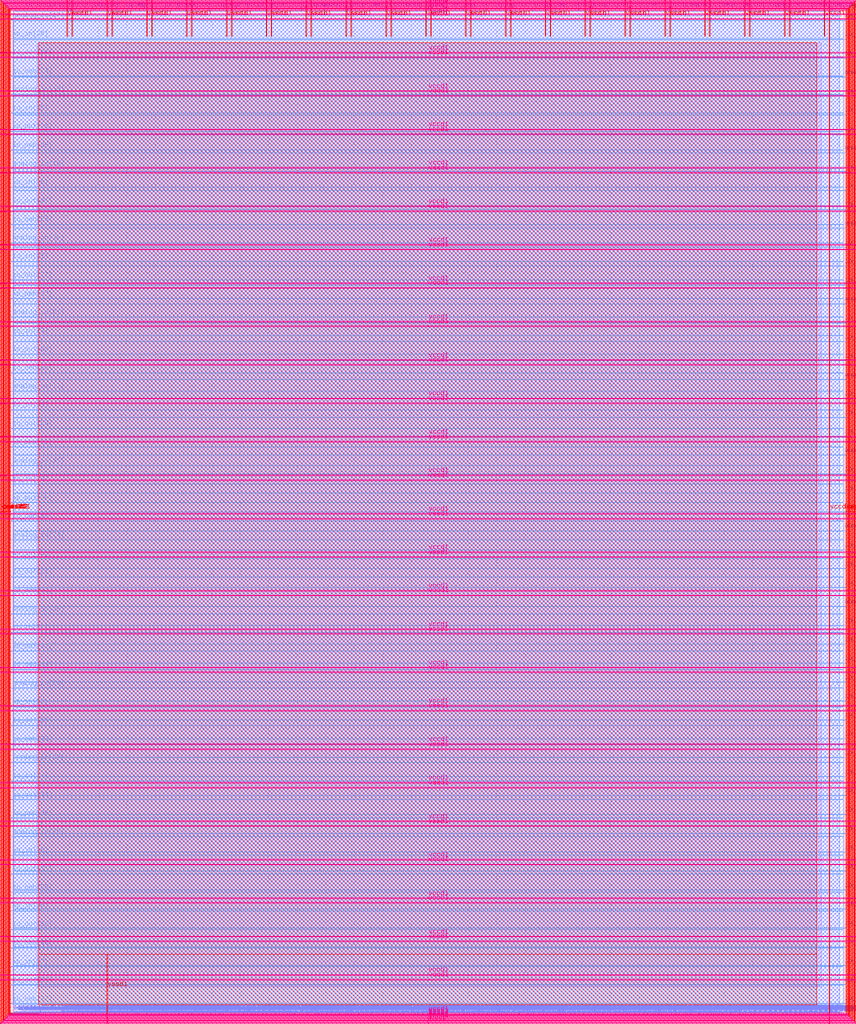
<source format=lef>
VERSION 5.7 ;
  NOWIREEXTENSIONATPIN ON ;
  DIVIDERCHAR "/" ;
  BUSBITCHARS "[]" ;
MACRO user_project_wrapper
  CLASS BLOCK ;
  FOREIGN user_project_wrapper ;
  ORIGIN 0.000 0.000 ;
  SIZE 2920.000 BY 3520.000 ;
  PIN analog_io[0]
    DIRECTION INOUT ;
    USE SIGNAL ;
    PORT
      LAYER met3 ;
        RECT 2917.600 1426.380 2924.800 1427.580 ;
    END
  END analog_io[0]
  PIN analog_io[10]
    DIRECTION INOUT ;
    USE SIGNAL ;
    PORT
      LAYER met2 ;
        RECT 2230.490 3517.600 2231.050 3524.800 ;
    END
  END analog_io[10]
  PIN analog_io[11]
    DIRECTION INOUT ;
    USE SIGNAL ;
    PORT
      LAYER met2 ;
        RECT 1905.730 3517.600 1906.290 3524.800 ;
    END
  END analog_io[11]
  PIN analog_io[12]
    DIRECTION INOUT ;
    USE SIGNAL ;
    PORT
      LAYER met2 ;
        RECT 1581.430 3517.600 1581.990 3524.800 ;
    END
  END analog_io[12]
  PIN analog_io[13]
    DIRECTION INOUT ;
    USE SIGNAL ;
    PORT
      LAYER met2 ;
        RECT 1257.130 3517.600 1257.690 3524.800 ;
    END
  END analog_io[13]
  PIN analog_io[14]
    DIRECTION INOUT ;
    USE SIGNAL ;
    PORT
      LAYER met2 ;
        RECT 932.370 3517.600 932.930 3524.800 ;
    END
  END analog_io[14]
  PIN analog_io[15]
    DIRECTION INOUT ;
    USE SIGNAL ;
    PORT
      LAYER met2 ;
        RECT 608.070 3517.600 608.630 3524.800 ;
    END
  END analog_io[15]
  PIN analog_io[16]
    DIRECTION INOUT ;
    USE SIGNAL ;
    PORT
      LAYER met2 ;
        RECT 283.770 3517.600 284.330 3524.800 ;
    END
  END analog_io[16]
  PIN analog_io[17]
    DIRECTION INOUT ;
    USE SIGNAL ;
    PORT
      LAYER met3 ;
        RECT -4.800 3486.100 2.400 3487.300 ;
    END
  END analog_io[17]
  PIN analog_io[18]
    DIRECTION INOUT ;
    USE SIGNAL ;
    PORT
      LAYER met3 ;
        RECT -4.800 3224.980 2.400 3226.180 ;
    END
  END analog_io[18]
  PIN analog_io[19]
    DIRECTION INOUT ;
    USE SIGNAL ;
    PORT
      LAYER met3 ;
        RECT -4.800 2964.540 2.400 2965.740 ;
    END
  END analog_io[19]
  PIN analog_io[1]
    DIRECTION INOUT ;
    USE SIGNAL ;
    PORT
      LAYER met3 ;
        RECT 2917.600 1692.260 2924.800 1693.460 ;
    END
  END analog_io[1]
  PIN analog_io[20]
    DIRECTION INOUT ;
    USE SIGNAL ;
    PORT
      LAYER met3 ;
        RECT -4.800 2703.420 2.400 2704.620 ;
    END
  END analog_io[20]
  PIN analog_io[21]
    DIRECTION INOUT ;
    USE SIGNAL ;
    PORT
      LAYER met3 ;
        RECT -4.800 2442.980 2.400 2444.180 ;
    END
  END analog_io[21]
  PIN analog_io[22]
    DIRECTION INOUT ;
    USE SIGNAL ;
    PORT
      LAYER met3 ;
        RECT -4.800 2182.540 2.400 2183.740 ;
    END
  END analog_io[22]
  PIN analog_io[23]
    DIRECTION INOUT ;
    USE SIGNAL ;
    PORT
      LAYER met3 ;
        RECT -4.800 1921.420 2.400 1922.620 ;
    END
  END analog_io[23]
  PIN analog_io[24]
    DIRECTION INOUT ;
    USE SIGNAL ;
    PORT
      LAYER met3 ;
        RECT -4.800 1660.980 2.400 1662.180 ;
    END
  END analog_io[24]
  PIN analog_io[25]
    DIRECTION INOUT ;
    USE SIGNAL ;
    PORT
      LAYER met3 ;
        RECT -4.800 1399.860 2.400 1401.060 ;
    END
  END analog_io[25]
  PIN analog_io[26]
    DIRECTION INOUT ;
    USE SIGNAL ;
    PORT
      LAYER met3 ;
        RECT -4.800 1139.420 2.400 1140.620 ;
    END
  END analog_io[26]
  PIN analog_io[27]
    DIRECTION INOUT ;
    USE SIGNAL ;
    PORT
      LAYER met3 ;
        RECT -4.800 878.980 2.400 880.180 ;
    END
  END analog_io[27]
  PIN analog_io[28]
    DIRECTION INOUT ;
    USE SIGNAL ;
    PORT
      LAYER met3 ;
        RECT -4.800 617.860 2.400 619.060 ;
    END
  END analog_io[28]
  PIN analog_io[2]
    DIRECTION INOUT ;
    USE SIGNAL ;
    PORT
      LAYER met3 ;
        RECT 2917.600 1958.140 2924.800 1959.340 ;
    END
  END analog_io[2]
  PIN analog_io[3]
    DIRECTION INOUT ;
    USE SIGNAL ;
    PORT
      LAYER met3 ;
        RECT 2917.600 2223.340 2924.800 2224.540 ;
    END
  END analog_io[3]
  PIN analog_io[4]
    DIRECTION INOUT ;
    USE SIGNAL ;
    PORT
      LAYER met3 ;
        RECT 2917.600 2489.220 2924.800 2490.420 ;
    END
  END analog_io[4]
  PIN analog_io[5]
    DIRECTION INOUT ;
    USE SIGNAL ;
    PORT
      LAYER met3 ;
        RECT 2917.600 2755.100 2924.800 2756.300 ;
    END
  END analog_io[5]
  PIN analog_io[6]
    DIRECTION INOUT ;
    USE SIGNAL ;
    PORT
      LAYER met3 ;
        RECT 2917.600 3020.300 2924.800 3021.500 ;
    END
  END analog_io[6]
  PIN analog_io[7]
    DIRECTION INOUT ;
    USE SIGNAL ;
    PORT
      LAYER met3 ;
        RECT 2917.600 3286.180 2924.800 3287.380 ;
    END
  END analog_io[7]
  PIN analog_io[8]
    DIRECTION INOUT ;
    USE SIGNAL ;
    PORT
      LAYER met2 ;
        RECT 2879.090 3517.600 2879.650 3524.800 ;
    END
  END analog_io[8]
  PIN analog_io[9]
    DIRECTION INOUT ;
    USE SIGNAL ;
    PORT
      LAYER met2 ;
        RECT 2554.790 3517.600 2555.350 3524.800 ;
    END
  END analog_io[9]
  PIN io_in[0]
    DIRECTION INPUT ;
    USE SIGNAL ;
    PORT
      LAYER met3 ;
        RECT 2917.600 32.380 2924.800 33.580 ;
    END
  END io_in[0]
  PIN io_in[10]
    DIRECTION INPUT ;
    USE SIGNAL ;
    PORT
      LAYER met3 ;
        RECT 2917.600 2289.980 2924.800 2291.180 ;
    END
  END io_in[10]
  PIN io_in[11]
    DIRECTION INPUT ;
    USE SIGNAL ;
    PORT
      LAYER met3 ;
        RECT 2917.600 2555.860 2924.800 2557.060 ;
    END
  END io_in[11]
  PIN io_in[12]
    DIRECTION INPUT ;
    USE SIGNAL ;
    PORT
      LAYER met3 ;
        RECT 2917.600 2821.060 2924.800 2822.260 ;
    END
  END io_in[12]
  PIN io_in[13]
    DIRECTION INPUT ;
    USE SIGNAL ;
    PORT
      LAYER met3 ;
        RECT 2917.600 3086.940 2924.800 3088.140 ;
    END
  END io_in[13]
  PIN io_in[14]
    DIRECTION INPUT ;
    USE SIGNAL ;
    PORT
      LAYER met3 ;
        RECT 2917.600 3352.820 2924.800 3354.020 ;
    END
  END io_in[14]
  PIN io_in[15]
    DIRECTION INPUT ;
    USE SIGNAL ;
    PORT
      LAYER met2 ;
        RECT 2798.130 3517.600 2798.690 3524.800 ;
    END
  END io_in[15]
  PIN io_in[16]
    DIRECTION INPUT ;
    USE SIGNAL ;
    PORT
      LAYER met2 ;
        RECT 2473.830 3517.600 2474.390 3524.800 ;
    END
  END io_in[16]
  PIN io_in[17]
    DIRECTION INPUT ;
    USE SIGNAL ;
    PORT
      LAYER met2 ;
        RECT 2149.070 3517.600 2149.630 3524.800 ;
    END
  END io_in[17]
  PIN io_in[18]
    DIRECTION INPUT ;
    USE SIGNAL ;
    PORT
      LAYER met2 ;
        RECT 1824.770 3517.600 1825.330 3524.800 ;
    END
  END io_in[18]
  PIN io_in[19]
    DIRECTION INPUT ;
    USE SIGNAL ;
    PORT
      LAYER met2 ;
        RECT 1500.470 3517.600 1501.030 3524.800 ;
    END
  END io_in[19]
  PIN io_in[1]
    DIRECTION INPUT ;
    USE SIGNAL ;
    PORT
      LAYER met3 ;
        RECT 2917.600 230.940 2924.800 232.140 ;
    END
  END io_in[1]
  PIN io_in[20]
    DIRECTION INPUT ;
    USE SIGNAL ;
    PORT
      LAYER met2 ;
        RECT 1175.710 3517.600 1176.270 3524.800 ;
    END
  END io_in[20]
  PIN io_in[21]
    DIRECTION INPUT ;
    USE SIGNAL ;
    PORT
      LAYER met2 ;
        RECT 851.410 3517.600 851.970 3524.800 ;
    END
  END io_in[21]
  PIN io_in[22]
    DIRECTION INPUT ;
    USE SIGNAL ;
    PORT
      LAYER met2 ;
        RECT 527.110 3517.600 527.670 3524.800 ;
    END
  END io_in[22]
  PIN io_in[23]
    DIRECTION INPUT ;
    USE SIGNAL ;
    PORT
      LAYER met2 ;
        RECT 202.350 3517.600 202.910 3524.800 ;
    END
  END io_in[23]
  PIN io_in[24]
    DIRECTION INPUT ;
    USE SIGNAL ;
    PORT
      LAYER met3 ;
        RECT -4.800 3420.820 2.400 3422.020 ;
    END
  END io_in[24]
  PIN io_in[25]
    DIRECTION INPUT ;
    USE SIGNAL ;
    PORT
      LAYER met3 ;
        RECT -4.800 3159.700 2.400 3160.900 ;
    END
  END io_in[25]
  PIN io_in[26]
    DIRECTION INPUT ;
    USE SIGNAL ;
    PORT
      LAYER met3 ;
        RECT -4.800 2899.260 2.400 2900.460 ;
    END
  END io_in[26]
  PIN io_in[27]
    DIRECTION INPUT ;
    USE SIGNAL ;
    PORT
      LAYER met3 ;
        RECT -4.800 2638.820 2.400 2640.020 ;
    END
  END io_in[27]
  PIN io_in[28]
    DIRECTION INPUT ;
    USE SIGNAL ;
    PORT
      LAYER met3 ;
        RECT -4.800 2377.700 2.400 2378.900 ;
    END
  END io_in[28]
  PIN io_in[29]
    DIRECTION INPUT ;
    USE SIGNAL ;
    PORT
      LAYER met3 ;
        RECT -4.800 2117.260 2.400 2118.460 ;
    END
  END io_in[29]
  PIN io_in[2]
    DIRECTION INPUT ;
    USE SIGNAL ;
    PORT
      LAYER met3 ;
        RECT 2917.600 430.180 2924.800 431.380 ;
    END
  END io_in[2]
  PIN io_in[30]
    DIRECTION INPUT ;
    USE SIGNAL ;
    PORT
      LAYER met3 ;
        RECT -4.800 1856.140 2.400 1857.340 ;
    END
  END io_in[30]
  PIN io_in[31]
    DIRECTION INPUT ;
    USE SIGNAL ;
    PORT
      LAYER met3 ;
        RECT -4.800 1595.700 2.400 1596.900 ;
    END
  END io_in[31]
  PIN io_in[32]
    DIRECTION INPUT ;
    USE SIGNAL ;
    PORT
      LAYER met3 ;
        RECT -4.800 1335.260 2.400 1336.460 ;
    END
  END io_in[32]
  PIN io_in[33]
    DIRECTION INPUT ;
    USE SIGNAL ;
    PORT
      LAYER met3 ;
        RECT -4.800 1074.140 2.400 1075.340 ;
    END
  END io_in[33]
  PIN io_in[34]
    DIRECTION INPUT ;
    USE SIGNAL ;
    PORT
      LAYER met3 ;
        RECT -4.800 813.700 2.400 814.900 ;
    END
  END io_in[34]
  PIN io_in[35]
    DIRECTION INPUT ;
    USE SIGNAL ;
    PORT
      LAYER met3 ;
        RECT -4.800 552.580 2.400 553.780 ;
    END
  END io_in[35]
  PIN io_in[36]
    DIRECTION INPUT ;
    USE SIGNAL ;
    PORT
      LAYER met3 ;
        RECT -4.800 357.420 2.400 358.620 ;
    END
  END io_in[36]
  PIN io_in[37]
    DIRECTION INPUT ;
    USE SIGNAL ;
    PORT
      LAYER met3 ;
        RECT -4.800 161.580 2.400 162.780 ;
    END
  END io_in[37]
  PIN io_in[3]
    DIRECTION INPUT ;
    USE SIGNAL ;
    PORT
      LAYER met3 ;
        RECT 2917.600 629.420 2924.800 630.620 ;
    END
  END io_in[3]
  PIN io_in[4]
    DIRECTION INPUT ;
    USE SIGNAL ;
    PORT
      LAYER met3 ;
        RECT 2917.600 828.660 2924.800 829.860 ;
    END
  END io_in[4]
  PIN io_in[5]
    DIRECTION INPUT ;
    USE SIGNAL ;
    PORT
      LAYER met3 ;
        RECT 2917.600 1027.900 2924.800 1029.100 ;
    END
  END io_in[5]
  PIN io_in[6]
    DIRECTION INPUT ;
    USE SIGNAL ;
    PORT
      LAYER met3 ;
        RECT 2917.600 1227.140 2924.800 1228.340 ;
    END
  END io_in[6]
  PIN io_in[7]
    DIRECTION INPUT ;
    USE SIGNAL ;
    PORT
      LAYER met3 ;
        RECT 2917.600 1493.020 2924.800 1494.220 ;
    END
  END io_in[7]
  PIN io_in[8]
    DIRECTION INPUT ;
    USE SIGNAL ;
    PORT
      LAYER met3 ;
        RECT 2917.600 1758.900 2924.800 1760.100 ;
    END
  END io_in[8]
  PIN io_in[9]
    DIRECTION INPUT ;
    USE SIGNAL ;
    PORT
      LAYER met3 ;
        RECT 2917.600 2024.100 2924.800 2025.300 ;
    END
  END io_in[9]
  PIN io_oeb[0]
    DIRECTION OUTPUT TRISTATE ;
    USE SIGNAL ;
    PORT
      LAYER met3 ;
        RECT 2917.600 164.980 2924.800 166.180 ;
    END
  END io_oeb[0]
  PIN io_oeb[10]
    DIRECTION OUTPUT TRISTATE ;
    USE SIGNAL ;
    PORT
      LAYER met3 ;
        RECT 2917.600 2422.580 2924.800 2423.780 ;
    END
  END io_oeb[10]
  PIN io_oeb[11]
    DIRECTION OUTPUT TRISTATE ;
    USE SIGNAL ;
    PORT
      LAYER met3 ;
        RECT 2917.600 2688.460 2924.800 2689.660 ;
    END
  END io_oeb[11]
  PIN io_oeb[12]
    DIRECTION OUTPUT TRISTATE ;
    USE SIGNAL ;
    PORT
      LAYER met3 ;
        RECT 2917.600 2954.340 2924.800 2955.540 ;
    END
  END io_oeb[12]
  PIN io_oeb[13]
    DIRECTION OUTPUT TRISTATE ;
    USE SIGNAL ;
    PORT
      LAYER met3 ;
        RECT 2917.600 3219.540 2924.800 3220.740 ;
    END
  END io_oeb[13]
  PIN io_oeb[14]
    DIRECTION OUTPUT TRISTATE ;
    USE SIGNAL ;
    PORT
      LAYER met3 ;
        RECT 2917.600 3485.420 2924.800 3486.620 ;
    END
  END io_oeb[14]
  PIN io_oeb[15]
    DIRECTION OUTPUT TRISTATE ;
    USE SIGNAL ;
    PORT
      LAYER met2 ;
        RECT 2635.750 3517.600 2636.310 3524.800 ;
    END
  END io_oeb[15]
  PIN io_oeb[16]
    DIRECTION OUTPUT TRISTATE ;
    USE SIGNAL ;
    PORT
      LAYER met2 ;
        RECT 2311.450 3517.600 2312.010 3524.800 ;
    END
  END io_oeb[16]
  PIN io_oeb[17]
    DIRECTION OUTPUT TRISTATE ;
    USE SIGNAL ;
    PORT
      LAYER met2 ;
        RECT 1987.150 3517.600 1987.710 3524.800 ;
    END
  END io_oeb[17]
  PIN io_oeb[18]
    DIRECTION OUTPUT TRISTATE ;
    USE SIGNAL ;
    PORT
      LAYER met2 ;
        RECT 1662.390 3517.600 1662.950 3524.800 ;
    END
  END io_oeb[18]
  PIN io_oeb[19]
    DIRECTION OUTPUT TRISTATE ;
    USE SIGNAL ;
    PORT
      LAYER met2 ;
        RECT 1338.090 3517.600 1338.650 3524.800 ;
    END
  END io_oeb[19]
  PIN io_oeb[1]
    DIRECTION OUTPUT TRISTATE ;
    USE SIGNAL ;
    PORT
      LAYER met3 ;
        RECT 2917.600 364.220 2924.800 365.420 ;
    END
  END io_oeb[1]
  PIN io_oeb[20]
    DIRECTION OUTPUT TRISTATE ;
    USE SIGNAL ;
    PORT
      LAYER met2 ;
        RECT 1013.790 3517.600 1014.350 3524.800 ;
    END
  END io_oeb[20]
  PIN io_oeb[21]
    DIRECTION OUTPUT TRISTATE ;
    USE SIGNAL ;
    PORT
      LAYER met2 ;
        RECT 689.030 3517.600 689.590 3524.800 ;
    END
  END io_oeb[21]
  PIN io_oeb[22]
    DIRECTION OUTPUT TRISTATE ;
    USE SIGNAL ;
    PORT
      LAYER met2 ;
        RECT 364.730 3517.600 365.290 3524.800 ;
    END
  END io_oeb[22]
  PIN io_oeb[23]
    DIRECTION OUTPUT TRISTATE ;
    USE SIGNAL ;
    PORT
      LAYER met2 ;
        RECT 40.430 3517.600 40.990 3524.800 ;
    END
  END io_oeb[23]
  PIN io_oeb[24]
    DIRECTION OUTPUT TRISTATE ;
    USE SIGNAL ;
    PORT
      LAYER met3 ;
        RECT -4.800 3290.260 2.400 3291.460 ;
    END
  END io_oeb[24]
  PIN io_oeb[25]
    DIRECTION OUTPUT TRISTATE ;
    USE SIGNAL ;
    PORT
      LAYER met3 ;
        RECT -4.800 3029.820 2.400 3031.020 ;
    END
  END io_oeb[25]
  PIN io_oeb[26]
    DIRECTION OUTPUT TRISTATE ;
    USE SIGNAL ;
    PORT
      LAYER met3 ;
        RECT -4.800 2768.700 2.400 2769.900 ;
    END
  END io_oeb[26]
  PIN io_oeb[27]
    DIRECTION OUTPUT TRISTATE ;
    USE SIGNAL ;
    PORT
      LAYER met3 ;
        RECT -4.800 2508.260 2.400 2509.460 ;
    END
  END io_oeb[27]
  PIN io_oeb[28]
    DIRECTION OUTPUT TRISTATE ;
    USE SIGNAL ;
    PORT
      LAYER met3 ;
        RECT -4.800 2247.140 2.400 2248.340 ;
    END
  END io_oeb[28]
  PIN io_oeb[29]
    DIRECTION OUTPUT TRISTATE ;
    USE SIGNAL ;
    PORT
      LAYER met3 ;
        RECT -4.800 1986.700 2.400 1987.900 ;
    END
  END io_oeb[29]
  PIN io_oeb[2]
    DIRECTION OUTPUT TRISTATE ;
    USE SIGNAL ;
    PORT
      LAYER met3 ;
        RECT 2917.600 563.460 2924.800 564.660 ;
    END
  END io_oeb[2]
  PIN io_oeb[30]
    DIRECTION OUTPUT TRISTATE ;
    USE SIGNAL ;
    PORT
      LAYER met3 ;
        RECT -4.800 1726.260 2.400 1727.460 ;
    END
  END io_oeb[30]
  PIN io_oeb[31]
    DIRECTION OUTPUT TRISTATE ;
    USE SIGNAL ;
    PORT
      LAYER met3 ;
        RECT -4.800 1465.140 2.400 1466.340 ;
    END
  END io_oeb[31]
  PIN io_oeb[32]
    DIRECTION OUTPUT TRISTATE ;
    USE SIGNAL ;
    PORT
      LAYER met3 ;
        RECT -4.800 1204.700 2.400 1205.900 ;
    END
  END io_oeb[32]
  PIN io_oeb[33]
    DIRECTION OUTPUT TRISTATE ;
    USE SIGNAL ;
    PORT
      LAYER met3 ;
        RECT -4.800 943.580 2.400 944.780 ;
    END
  END io_oeb[33]
  PIN io_oeb[34]
    DIRECTION OUTPUT TRISTATE ;
    USE SIGNAL ;
    PORT
      LAYER met3 ;
        RECT -4.800 683.140 2.400 684.340 ;
    END
  END io_oeb[34]
  PIN io_oeb[35]
    DIRECTION OUTPUT TRISTATE ;
    USE SIGNAL ;
    PORT
      LAYER met3 ;
        RECT -4.800 422.700 2.400 423.900 ;
    END
  END io_oeb[35]
  PIN io_oeb[36]
    DIRECTION OUTPUT TRISTATE ;
    USE SIGNAL ;
    PORT
      LAYER met3 ;
        RECT -4.800 226.860 2.400 228.060 ;
    END
  END io_oeb[36]
  PIN io_oeb[37]
    DIRECTION OUTPUT TRISTATE ;
    USE SIGNAL ;
    PORT
      LAYER met3 ;
        RECT -4.800 31.700 2.400 32.900 ;
    END
  END io_oeb[37]
  PIN io_oeb[3]
    DIRECTION OUTPUT TRISTATE ;
    USE SIGNAL ;
    PORT
      LAYER met3 ;
        RECT 2917.600 762.700 2924.800 763.900 ;
    END
  END io_oeb[3]
  PIN io_oeb[4]
    DIRECTION OUTPUT TRISTATE ;
    USE SIGNAL ;
    PORT
      LAYER met3 ;
        RECT 2917.600 961.940 2924.800 963.140 ;
    END
  END io_oeb[4]
  PIN io_oeb[5]
    DIRECTION OUTPUT TRISTATE ;
    USE SIGNAL ;
    PORT
      LAYER met3 ;
        RECT 2917.600 1161.180 2924.800 1162.380 ;
    END
  END io_oeb[5]
  PIN io_oeb[6]
    DIRECTION OUTPUT TRISTATE ;
    USE SIGNAL ;
    PORT
      LAYER met3 ;
        RECT 2917.600 1360.420 2924.800 1361.620 ;
    END
  END io_oeb[6]
  PIN io_oeb[7]
    DIRECTION OUTPUT TRISTATE ;
    USE SIGNAL ;
    PORT
      LAYER met3 ;
        RECT 2917.600 1625.620 2924.800 1626.820 ;
    END
  END io_oeb[7]
  PIN io_oeb[8]
    DIRECTION OUTPUT TRISTATE ;
    USE SIGNAL ;
    PORT
      LAYER met3 ;
        RECT 2917.600 1891.500 2924.800 1892.700 ;
    END
  END io_oeb[8]
  PIN io_oeb[9]
    DIRECTION OUTPUT TRISTATE ;
    USE SIGNAL ;
    PORT
      LAYER met3 ;
        RECT 2917.600 2157.380 2924.800 2158.580 ;
    END
  END io_oeb[9]
  PIN io_out[0]
    DIRECTION OUTPUT TRISTATE ;
    USE SIGNAL ;
    PORT
      LAYER met3 ;
        RECT 2917.600 98.340 2924.800 99.540 ;
    END
  END io_out[0]
  PIN io_out[10]
    DIRECTION OUTPUT TRISTATE ;
    USE SIGNAL ;
    PORT
      LAYER met3 ;
        RECT 2917.600 2356.620 2924.800 2357.820 ;
    END
  END io_out[10]
  PIN io_out[11]
    DIRECTION OUTPUT TRISTATE ;
    USE SIGNAL ;
    PORT
      LAYER met3 ;
        RECT 2917.600 2621.820 2924.800 2623.020 ;
    END
  END io_out[11]
  PIN io_out[12]
    DIRECTION OUTPUT TRISTATE ;
    USE SIGNAL ;
    PORT
      LAYER met3 ;
        RECT 2917.600 2887.700 2924.800 2888.900 ;
    END
  END io_out[12]
  PIN io_out[13]
    DIRECTION OUTPUT TRISTATE ;
    USE SIGNAL ;
    PORT
      LAYER met3 ;
        RECT 2917.600 3153.580 2924.800 3154.780 ;
    END
  END io_out[13]
  PIN io_out[14]
    DIRECTION OUTPUT TRISTATE ;
    USE SIGNAL ;
    PORT
      LAYER met3 ;
        RECT 2917.600 3418.780 2924.800 3419.980 ;
    END
  END io_out[14]
  PIN io_out[15]
    DIRECTION OUTPUT TRISTATE ;
    USE SIGNAL ;
    PORT
      LAYER met2 ;
        RECT 2717.170 3517.600 2717.730 3524.800 ;
    END
  END io_out[15]
  PIN io_out[16]
    DIRECTION OUTPUT TRISTATE ;
    USE SIGNAL ;
    PORT
      LAYER met2 ;
        RECT 2392.410 3517.600 2392.970 3524.800 ;
    END
  END io_out[16]
  PIN io_out[17]
    DIRECTION OUTPUT TRISTATE ;
    USE SIGNAL ;
    PORT
      LAYER met2 ;
        RECT 2068.110 3517.600 2068.670 3524.800 ;
    END
  END io_out[17]
  PIN io_out[18]
    DIRECTION OUTPUT TRISTATE ;
    USE SIGNAL ;
    PORT
      LAYER met2 ;
        RECT 1743.810 3517.600 1744.370 3524.800 ;
    END
  END io_out[18]
  PIN io_out[19]
    DIRECTION OUTPUT TRISTATE ;
    USE SIGNAL ;
    PORT
      LAYER met2 ;
        RECT 1419.050 3517.600 1419.610 3524.800 ;
    END
  END io_out[19]
  PIN io_out[1]
    DIRECTION OUTPUT TRISTATE ;
    USE SIGNAL ;
    PORT
      LAYER met3 ;
        RECT 2917.600 297.580 2924.800 298.780 ;
    END
  END io_out[1]
  PIN io_out[20]
    DIRECTION OUTPUT TRISTATE ;
    USE SIGNAL ;
    PORT
      LAYER met2 ;
        RECT 1094.750 3517.600 1095.310 3524.800 ;
    END
  END io_out[20]
  PIN io_out[21]
    DIRECTION OUTPUT TRISTATE ;
    USE SIGNAL ;
    PORT
      LAYER met2 ;
        RECT 770.450 3517.600 771.010 3524.800 ;
    END
  END io_out[21]
  PIN io_out[22]
    DIRECTION OUTPUT TRISTATE ;
    USE SIGNAL ;
    PORT
      LAYER met2 ;
        RECT 445.690 3517.600 446.250 3524.800 ;
    END
  END io_out[22]
  PIN io_out[23]
    DIRECTION OUTPUT TRISTATE ;
    USE SIGNAL ;
    PORT
      LAYER met2 ;
        RECT 121.390 3517.600 121.950 3524.800 ;
    END
  END io_out[23]
  PIN io_out[24]
    DIRECTION OUTPUT TRISTATE ;
    USE SIGNAL ;
    PORT
      LAYER met3 ;
        RECT -4.800 3355.540 2.400 3356.740 ;
    END
  END io_out[24]
  PIN io_out[25]
    DIRECTION OUTPUT TRISTATE ;
    USE SIGNAL ;
    PORT
      LAYER met3 ;
        RECT -4.800 3095.100 2.400 3096.300 ;
    END
  END io_out[25]
  PIN io_out[26]
    DIRECTION OUTPUT TRISTATE ;
    USE SIGNAL ;
    PORT
      LAYER met3 ;
        RECT -4.800 2833.980 2.400 2835.180 ;
    END
  END io_out[26]
  PIN io_out[27]
    DIRECTION OUTPUT TRISTATE ;
    USE SIGNAL ;
    PORT
      LAYER met3 ;
        RECT -4.800 2573.540 2.400 2574.740 ;
    END
  END io_out[27]
  PIN io_out[28]
    DIRECTION OUTPUT TRISTATE ;
    USE SIGNAL ;
    PORT
      LAYER met3 ;
        RECT -4.800 2312.420 2.400 2313.620 ;
    END
  END io_out[28]
  PIN io_out[29]
    DIRECTION OUTPUT TRISTATE ;
    USE SIGNAL ;
    PORT
      LAYER met3 ;
        RECT -4.800 2051.980 2.400 2053.180 ;
    END
  END io_out[29]
  PIN io_out[2]
    DIRECTION OUTPUT TRISTATE ;
    USE SIGNAL ;
    PORT
      LAYER met3 ;
        RECT 2917.600 496.820 2924.800 498.020 ;
    END
  END io_out[2]
  PIN io_out[30]
    DIRECTION OUTPUT TRISTATE ;
    USE SIGNAL ;
    PORT
      LAYER met3 ;
        RECT -4.800 1791.540 2.400 1792.740 ;
    END
  END io_out[30]
  PIN io_out[31]
    DIRECTION OUTPUT TRISTATE ;
    USE SIGNAL ;
    PORT
      LAYER met3 ;
        RECT -4.800 1530.420 2.400 1531.620 ;
    END
  END io_out[31]
  PIN io_out[32]
    DIRECTION OUTPUT TRISTATE ;
    USE SIGNAL ;
    PORT
      LAYER met3 ;
        RECT -4.800 1269.980 2.400 1271.180 ;
    END
  END io_out[32]
  PIN io_out[33]
    DIRECTION OUTPUT TRISTATE ;
    USE SIGNAL ;
    PORT
      LAYER met3 ;
        RECT -4.800 1008.860 2.400 1010.060 ;
    END
  END io_out[33]
  PIN io_out[34]
    DIRECTION OUTPUT TRISTATE ;
    USE SIGNAL ;
    PORT
      LAYER met3 ;
        RECT -4.800 748.420 2.400 749.620 ;
    END
  END io_out[34]
  PIN io_out[35]
    DIRECTION OUTPUT TRISTATE ;
    USE SIGNAL ;
    PORT
      LAYER met3 ;
        RECT -4.800 487.300 2.400 488.500 ;
    END
  END io_out[35]
  PIN io_out[36]
    DIRECTION OUTPUT TRISTATE ;
    USE SIGNAL ;
    PORT
      LAYER met3 ;
        RECT -4.800 292.140 2.400 293.340 ;
    END
  END io_out[36]
  PIN io_out[37]
    DIRECTION OUTPUT TRISTATE ;
    USE SIGNAL ;
    PORT
      LAYER met3 ;
        RECT -4.800 96.300 2.400 97.500 ;
    END
  END io_out[37]
  PIN io_out[3]
    DIRECTION OUTPUT TRISTATE ;
    USE SIGNAL ;
    PORT
      LAYER met3 ;
        RECT 2917.600 696.060 2924.800 697.260 ;
    END
  END io_out[3]
  PIN io_out[4]
    DIRECTION OUTPUT TRISTATE ;
    USE SIGNAL ;
    PORT
      LAYER met3 ;
        RECT 2917.600 895.300 2924.800 896.500 ;
    END
  END io_out[4]
  PIN io_out[5]
    DIRECTION OUTPUT TRISTATE ;
    USE SIGNAL ;
    PORT
      LAYER met3 ;
        RECT 2917.600 1094.540 2924.800 1095.740 ;
    END
  END io_out[5]
  PIN io_out[6]
    DIRECTION OUTPUT TRISTATE ;
    USE SIGNAL ;
    PORT
      LAYER met3 ;
        RECT 2917.600 1293.780 2924.800 1294.980 ;
    END
  END io_out[6]
  PIN io_out[7]
    DIRECTION OUTPUT TRISTATE ;
    USE SIGNAL ;
    PORT
      LAYER met3 ;
        RECT 2917.600 1559.660 2924.800 1560.860 ;
    END
  END io_out[7]
  PIN io_out[8]
    DIRECTION OUTPUT TRISTATE ;
    USE SIGNAL ;
    PORT
      LAYER met3 ;
        RECT 2917.600 1824.860 2924.800 1826.060 ;
    END
  END io_out[8]
  PIN io_out[9]
    DIRECTION OUTPUT TRISTATE ;
    USE SIGNAL ;
    PORT
      LAYER met3 ;
        RECT 2917.600 2090.740 2924.800 2091.940 ;
    END
  END io_out[9]
  PIN la_data_in[0]
    DIRECTION INPUT ;
    USE SIGNAL ;
    PORT
      LAYER met2 ;
        RECT 629.230 -4.800 629.790 2.400 ;
    END
  END la_data_in[0]
  PIN la_data_in[100]
    DIRECTION INPUT ;
    USE SIGNAL ;
    PORT
      LAYER met2 ;
        RECT 2402.530 -4.800 2403.090 2.400 ;
    END
  END la_data_in[100]
  PIN la_data_in[101]
    DIRECTION INPUT ;
    USE SIGNAL ;
    PORT
      LAYER met2 ;
        RECT 2420.010 -4.800 2420.570 2.400 ;
    END
  END la_data_in[101]
  PIN la_data_in[102]
    DIRECTION INPUT ;
    USE SIGNAL ;
    PORT
      LAYER met2 ;
        RECT 2437.950 -4.800 2438.510 2.400 ;
    END
  END la_data_in[102]
  PIN la_data_in[103]
    DIRECTION INPUT ;
    USE SIGNAL ;
    PORT
      LAYER met2 ;
        RECT 2455.430 -4.800 2455.990 2.400 ;
    END
  END la_data_in[103]
  PIN la_data_in[104]
    DIRECTION INPUT ;
    USE SIGNAL ;
    PORT
      LAYER met2 ;
        RECT 2473.370 -4.800 2473.930 2.400 ;
    END
  END la_data_in[104]
  PIN la_data_in[105]
    DIRECTION INPUT ;
    USE SIGNAL ;
    PORT
      LAYER met2 ;
        RECT 2490.850 -4.800 2491.410 2.400 ;
    END
  END la_data_in[105]
  PIN la_data_in[106]
    DIRECTION INPUT ;
    USE SIGNAL ;
    PORT
      LAYER met2 ;
        RECT 2508.790 -4.800 2509.350 2.400 ;
    END
  END la_data_in[106]
  PIN la_data_in[107]
    DIRECTION INPUT ;
    USE SIGNAL ;
    PORT
      LAYER met2 ;
        RECT 2526.730 -4.800 2527.290 2.400 ;
    END
  END la_data_in[107]
  PIN la_data_in[108]
    DIRECTION INPUT ;
    USE SIGNAL ;
    PORT
      LAYER met2 ;
        RECT 2544.210 -4.800 2544.770 2.400 ;
    END
  END la_data_in[108]
  PIN la_data_in[109]
    DIRECTION INPUT ;
    USE SIGNAL ;
    PORT
      LAYER met2 ;
        RECT 2562.150 -4.800 2562.710 2.400 ;
    END
  END la_data_in[109]
  PIN la_data_in[10]
    DIRECTION INPUT ;
    USE SIGNAL ;
    PORT
      LAYER met2 ;
        RECT 806.330 -4.800 806.890 2.400 ;
    END
  END la_data_in[10]
  PIN la_data_in[110]
    DIRECTION INPUT ;
    USE SIGNAL ;
    PORT
      LAYER met2 ;
        RECT 2579.630 -4.800 2580.190 2.400 ;
    END
  END la_data_in[110]
  PIN la_data_in[111]
    DIRECTION INPUT ;
    USE SIGNAL ;
    PORT
      LAYER met2 ;
        RECT 2597.570 -4.800 2598.130 2.400 ;
    END
  END la_data_in[111]
  PIN la_data_in[112]
    DIRECTION INPUT ;
    USE SIGNAL ;
    PORT
      LAYER met2 ;
        RECT 2615.050 -4.800 2615.610 2.400 ;
    END
  END la_data_in[112]
  PIN la_data_in[113]
    DIRECTION INPUT ;
    USE SIGNAL ;
    PORT
      LAYER met2 ;
        RECT 2632.990 -4.800 2633.550 2.400 ;
    END
  END la_data_in[113]
  PIN la_data_in[114]
    DIRECTION INPUT ;
    USE SIGNAL ;
    PORT
      LAYER met2 ;
        RECT 2650.470 -4.800 2651.030 2.400 ;
    END
  END la_data_in[114]
  PIN la_data_in[115]
    DIRECTION INPUT ;
    USE SIGNAL ;
    PORT
      LAYER met2 ;
        RECT 2668.410 -4.800 2668.970 2.400 ;
    END
  END la_data_in[115]
  PIN la_data_in[116]
    DIRECTION INPUT ;
    USE SIGNAL ;
    PORT
      LAYER met2 ;
        RECT 2685.890 -4.800 2686.450 2.400 ;
    END
  END la_data_in[116]
  PIN la_data_in[117]
    DIRECTION INPUT ;
    USE SIGNAL ;
    PORT
      LAYER met2 ;
        RECT 2703.830 -4.800 2704.390 2.400 ;
    END
  END la_data_in[117]
  PIN la_data_in[118]
    DIRECTION INPUT ;
    USE SIGNAL ;
    PORT
      LAYER met2 ;
        RECT 2721.770 -4.800 2722.330 2.400 ;
    END
  END la_data_in[118]
  PIN la_data_in[119]
    DIRECTION INPUT ;
    USE SIGNAL ;
    PORT
      LAYER met2 ;
        RECT 2739.250 -4.800 2739.810 2.400 ;
    END
  END la_data_in[119]
  PIN la_data_in[11]
    DIRECTION INPUT ;
    USE SIGNAL ;
    PORT
      LAYER met2 ;
        RECT 824.270 -4.800 824.830 2.400 ;
    END
  END la_data_in[11]
  PIN la_data_in[120]
    DIRECTION INPUT ;
    USE SIGNAL ;
    PORT
      LAYER met2 ;
        RECT 2757.190 -4.800 2757.750 2.400 ;
    END
  END la_data_in[120]
  PIN la_data_in[121]
    DIRECTION INPUT ;
    USE SIGNAL ;
    PORT
      LAYER met2 ;
        RECT 2774.670 -4.800 2775.230 2.400 ;
    END
  END la_data_in[121]
  PIN la_data_in[122]
    DIRECTION INPUT ;
    USE SIGNAL ;
    PORT
      LAYER met2 ;
        RECT 2792.610 -4.800 2793.170 2.400 ;
    END
  END la_data_in[122]
  PIN la_data_in[123]
    DIRECTION INPUT ;
    USE SIGNAL ;
    PORT
      LAYER met2 ;
        RECT 2810.090 -4.800 2810.650 2.400 ;
    END
  END la_data_in[123]
  PIN la_data_in[124]
    DIRECTION INPUT ;
    USE SIGNAL ;
    PORT
      LAYER met2 ;
        RECT 2828.030 -4.800 2828.590 2.400 ;
    END
  END la_data_in[124]
  PIN la_data_in[125]
    DIRECTION INPUT ;
    USE SIGNAL ;
    PORT
      LAYER met2 ;
        RECT 2845.510 -4.800 2846.070 2.400 ;
    END
  END la_data_in[125]
  PIN la_data_in[126]
    DIRECTION INPUT ;
    USE SIGNAL ;
    PORT
      LAYER met2 ;
        RECT 2863.450 -4.800 2864.010 2.400 ;
    END
  END la_data_in[126]
  PIN la_data_in[127]
    DIRECTION INPUT ;
    USE SIGNAL ;
    PORT
      LAYER met2 ;
        RECT 2881.390 -4.800 2881.950 2.400 ;
    END
  END la_data_in[127]
  PIN la_data_in[12]
    DIRECTION INPUT ;
    USE SIGNAL ;
    PORT
      LAYER met2 ;
        RECT 841.750 -4.800 842.310 2.400 ;
    END
  END la_data_in[12]
  PIN la_data_in[13]
    DIRECTION INPUT ;
    USE SIGNAL ;
    PORT
      LAYER met2 ;
        RECT 859.690 -4.800 860.250 2.400 ;
    END
  END la_data_in[13]
  PIN la_data_in[14]
    DIRECTION INPUT ;
    USE SIGNAL ;
    PORT
      LAYER met2 ;
        RECT 877.170 -4.800 877.730 2.400 ;
    END
  END la_data_in[14]
  PIN la_data_in[15]
    DIRECTION INPUT ;
    USE SIGNAL ;
    PORT
      LAYER met2 ;
        RECT 895.110 -4.800 895.670 2.400 ;
    END
  END la_data_in[15]
  PIN la_data_in[16]
    DIRECTION INPUT ;
    USE SIGNAL ;
    PORT
      LAYER met2 ;
        RECT 912.590 -4.800 913.150 2.400 ;
    END
  END la_data_in[16]
  PIN la_data_in[17]
    DIRECTION INPUT ;
    USE SIGNAL ;
    PORT
      LAYER met2 ;
        RECT 930.530 -4.800 931.090 2.400 ;
    END
  END la_data_in[17]
  PIN la_data_in[18]
    DIRECTION INPUT ;
    USE SIGNAL ;
    PORT
      LAYER met2 ;
        RECT 948.470 -4.800 949.030 2.400 ;
    END
  END la_data_in[18]
  PIN la_data_in[19]
    DIRECTION INPUT ;
    USE SIGNAL ;
    PORT
      LAYER met2 ;
        RECT 965.950 -4.800 966.510 2.400 ;
    END
  END la_data_in[19]
  PIN la_data_in[1]
    DIRECTION INPUT ;
    USE SIGNAL ;
    PORT
      LAYER met2 ;
        RECT 646.710 -4.800 647.270 2.400 ;
    END
  END la_data_in[1]
  PIN la_data_in[20]
    DIRECTION INPUT ;
    USE SIGNAL ;
    PORT
      LAYER met2 ;
        RECT 983.890 -4.800 984.450 2.400 ;
    END
  END la_data_in[20]
  PIN la_data_in[21]
    DIRECTION INPUT ;
    USE SIGNAL ;
    PORT
      LAYER met2 ;
        RECT 1001.370 -4.800 1001.930 2.400 ;
    END
  END la_data_in[21]
  PIN la_data_in[22]
    DIRECTION INPUT ;
    USE SIGNAL ;
    PORT
      LAYER met2 ;
        RECT 1019.310 -4.800 1019.870 2.400 ;
    END
  END la_data_in[22]
  PIN la_data_in[23]
    DIRECTION INPUT ;
    USE SIGNAL ;
    PORT
      LAYER met2 ;
        RECT 1036.790 -4.800 1037.350 2.400 ;
    END
  END la_data_in[23]
  PIN la_data_in[24]
    DIRECTION INPUT ;
    USE SIGNAL ;
    PORT
      LAYER met2 ;
        RECT 1054.730 -4.800 1055.290 2.400 ;
    END
  END la_data_in[24]
  PIN la_data_in[25]
    DIRECTION INPUT ;
    USE SIGNAL ;
    PORT
      LAYER met2 ;
        RECT 1072.210 -4.800 1072.770 2.400 ;
    END
  END la_data_in[25]
  PIN la_data_in[26]
    DIRECTION INPUT ;
    USE SIGNAL ;
    PORT
      LAYER met2 ;
        RECT 1090.150 -4.800 1090.710 2.400 ;
    END
  END la_data_in[26]
  PIN la_data_in[27]
    DIRECTION INPUT ;
    USE SIGNAL ;
    PORT
      LAYER met2 ;
        RECT 1107.630 -4.800 1108.190 2.400 ;
    END
  END la_data_in[27]
  PIN la_data_in[28]
    DIRECTION INPUT ;
    USE SIGNAL ;
    PORT
      LAYER met2 ;
        RECT 1125.570 -4.800 1126.130 2.400 ;
    END
  END la_data_in[28]
  PIN la_data_in[29]
    DIRECTION INPUT ;
    USE SIGNAL ;
    PORT
      LAYER met2 ;
        RECT 1143.510 -4.800 1144.070 2.400 ;
    END
  END la_data_in[29]
  PIN la_data_in[2]
    DIRECTION INPUT ;
    USE SIGNAL ;
    PORT
      LAYER met2 ;
        RECT 664.650 -4.800 665.210 2.400 ;
    END
  END la_data_in[2]
  PIN la_data_in[30]
    DIRECTION INPUT ;
    USE SIGNAL ;
    PORT
      LAYER met2 ;
        RECT 1160.990 -4.800 1161.550 2.400 ;
    END
  END la_data_in[30]
  PIN la_data_in[31]
    DIRECTION INPUT ;
    USE SIGNAL ;
    PORT
      LAYER met2 ;
        RECT 1178.930 -4.800 1179.490 2.400 ;
    END
  END la_data_in[31]
  PIN la_data_in[32]
    DIRECTION INPUT ;
    USE SIGNAL ;
    PORT
      LAYER met2 ;
        RECT 1196.410 -4.800 1196.970 2.400 ;
    END
  END la_data_in[32]
  PIN la_data_in[33]
    DIRECTION INPUT ;
    USE SIGNAL ;
    PORT
      LAYER met2 ;
        RECT 1214.350 -4.800 1214.910 2.400 ;
    END
  END la_data_in[33]
  PIN la_data_in[34]
    DIRECTION INPUT ;
    USE SIGNAL ;
    PORT
      LAYER met2 ;
        RECT 1231.830 -4.800 1232.390 2.400 ;
    END
  END la_data_in[34]
  PIN la_data_in[35]
    DIRECTION INPUT ;
    USE SIGNAL ;
    PORT
      LAYER met2 ;
        RECT 1249.770 -4.800 1250.330 2.400 ;
    END
  END la_data_in[35]
  PIN la_data_in[36]
    DIRECTION INPUT ;
    USE SIGNAL ;
    PORT
      LAYER met2 ;
        RECT 1267.250 -4.800 1267.810 2.400 ;
    END
  END la_data_in[36]
  PIN la_data_in[37]
    DIRECTION INPUT ;
    USE SIGNAL ;
    PORT
      LAYER met2 ;
        RECT 1285.190 -4.800 1285.750 2.400 ;
    END
  END la_data_in[37]
  PIN la_data_in[38]
    DIRECTION INPUT ;
    USE SIGNAL ;
    PORT
      LAYER met2 ;
        RECT 1303.130 -4.800 1303.690 2.400 ;
    END
  END la_data_in[38]
  PIN la_data_in[39]
    DIRECTION INPUT ;
    USE SIGNAL ;
    PORT
      LAYER met2 ;
        RECT 1320.610 -4.800 1321.170 2.400 ;
    END
  END la_data_in[39]
  PIN la_data_in[3]
    DIRECTION INPUT ;
    USE SIGNAL ;
    PORT
      LAYER met2 ;
        RECT 682.130 -4.800 682.690 2.400 ;
    END
  END la_data_in[3]
  PIN la_data_in[40]
    DIRECTION INPUT ;
    USE SIGNAL ;
    PORT
      LAYER met2 ;
        RECT 1338.550 -4.800 1339.110 2.400 ;
    END
  END la_data_in[40]
  PIN la_data_in[41]
    DIRECTION INPUT ;
    USE SIGNAL ;
    PORT
      LAYER met2 ;
        RECT 1356.030 -4.800 1356.590 2.400 ;
    END
  END la_data_in[41]
  PIN la_data_in[42]
    DIRECTION INPUT ;
    USE SIGNAL ;
    PORT
      LAYER met2 ;
        RECT 1373.970 -4.800 1374.530 2.400 ;
    END
  END la_data_in[42]
  PIN la_data_in[43]
    DIRECTION INPUT ;
    USE SIGNAL ;
    PORT
      LAYER met2 ;
        RECT 1391.450 -4.800 1392.010 2.400 ;
    END
  END la_data_in[43]
  PIN la_data_in[44]
    DIRECTION INPUT ;
    USE SIGNAL ;
    PORT
      LAYER met2 ;
        RECT 1409.390 -4.800 1409.950 2.400 ;
    END
  END la_data_in[44]
  PIN la_data_in[45]
    DIRECTION INPUT ;
    USE SIGNAL ;
    PORT
      LAYER met2 ;
        RECT 1426.870 -4.800 1427.430 2.400 ;
    END
  END la_data_in[45]
  PIN la_data_in[46]
    DIRECTION INPUT ;
    USE SIGNAL ;
    PORT
      LAYER met2 ;
        RECT 1444.810 -4.800 1445.370 2.400 ;
    END
  END la_data_in[46]
  PIN la_data_in[47]
    DIRECTION INPUT ;
    USE SIGNAL ;
    PORT
      LAYER met2 ;
        RECT 1462.750 -4.800 1463.310 2.400 ;
    END
  END la_data_in[47]
  PIN la_data_in[48]
    DIRECTION INPUT ;
    USE SIGNAL ;
    PORT
      LAYER met2 ;
        RECT 1480.230 -4.800 1480.790 2.400 ;
    END
  END la_data_in[48]
  PIN la_data_in[49]
    DIRECTION INPUT ;
    USE SIGNAL ;
    PORT
      LAYER met2 ;
        RECT 1498.170 -4.800 1498.730 2.400 ;
    END
  END la_data_in[49]
  PIN la_data_in[4]
    DIRECTION INPUT ;
    USE SIGNAL ;
    PORT
      LAYER met2 ;
        RECT 700.070 -4.800 700.630 2.400 ;
    END
  END la_data_in[4]
  PIN la_data_in[50]
    DIRECTION INPUT ;
    USE SIGNAL ;
    PORT
      LAYER met2 ;
        RECT 1515.650 -4.800 1516.210 2.400 ;
    END
  END la_data_in[50]
  PIN la_data_in[51]
    DIRECTION INPUT ;
    USE SIGNAL ;
    PORT
      LAYER met2 ;
        RECT 1533.590 -4.800 1534.150 2.400 ;
    END
  END la_data_in[51]
  PIN la_data_in[52]
    DIRECTION INPUT ;
    USE SIGNAL ;
    PORT
      LAYER met2 ;
        RECT 1551.070 -4.800 1551.630 2.400 ;
    END
  END la_data_in[52]
  PIN la_data_in[53]
    DIRECTION INPUT ;
    USE SIGNAL ;
    PORT
      LAYER met2 ;
        RECT 1569.010 -4.800 1569.570 2.400 ;
    END
  END la_data_in[53]
  PIN la_data_in[54]
    DIRECTION INPUT ;
    USE SIGNAL ;
    PORT
      LAYER met2 ;
        RECT 1586.490 -4.800 1587.050 2.400 ;
    END
  END la_data_in[54]
  PIN la_data_in[55]
    DIRECTION INPUT ;
    USE SIGNAL ;
    PORT
      LAYER met2 ;
        RECT 1604.430 -4.800 1604.990 2.400 ;
    END
  END la_data_in[55]
  PIN la_data_in[56]
    DIRECTION INPUT ;
    USE SIGNAL ;
    PORT
      LAYER met2 ;
        RECT 1621.910 -4.800 1622.470 2.400 ;
    END
  END la_data_in[56]
  PIN la_data_in[57]
    DIRECTION INPUT ;
    USE SIGNAL ;
    PORT
      LAYER met2 ;
        RECT 1639.850 -4.800 1640.410 2.400 ;
    END
  END la_data_in[57]
  PIN la_data_in[58]
    DIRECTION INPUT ;
    USE SIGNAL ;
    PORT
      LAYER met2 ;
        RECT 1657.790 -4.800 1658.350 2.400 ;
    END
  END la_data_in[58]
  PIN la_data_in[59]
    DIRECTION INPUT ;
    USE SIGNAL ;
    PORT
      LAYER met2 ;
        RECT 1675.270 -4.800 1675.830 2.400 ;
    END
  END la_data_in[59]
  PIN la_data_in[5]
    DIRECTION INPUT ;
    USE SIGNAL ;
    PORT
      LAYER met2 ;
        RECT 717.550 -4.800 718.110 2.400 ;
    END
  END la_data_in[5]
  PIN la_data_in[60]
    DIRECTION INPUT ;
    USE SIGNAL ;
    PORT
      LAYER met2 ;
        RECT 1693.210 -4.800 1693.770 2.400 ;
    END
  END la_data_in[60]
  PIN la_data_in[61]
    DIRECTION INPUT ;
    USE SIGNAL ;
    PORT
      LAYER met2 ;
        RECT 1710.690 -4.800 1711.250 2.400 ;
    END
  END la_data_in[61]
  PIN la_data_in[62]
    DIRECTION INPUT ;
    USE SIGNAL ;
    PORT
      LAYER met2 ;
        RECT 1728.630 -4.800 1729.190 2.400 ;
    END
  END la_data_in[62]
  PIN la_data_in[63]
    DIRECTION INPUT ;
    USE SIGNAL ;
    PORT
      LAYER met2 ;
        RECT 1746.110 -4.800 1746.670 2.400 ;
    END
  END la_data_in[63]
  PIN la_data_in[64]
    DIRECTION INPUT ;
    USE SIGNAL ;
    PORT
      LAYER met2 ;
        RECT 1764.050 -4.800 1764.610 2.400 ;
    END
  END la_data_in[64]
  PIN la_data_in[65]
    DIRECTION INPUT ;
    USE SIGNAL ;
    PORT
      LAYER met2 ;
        RECT 1781.530 -4.800 1782.090 2.400 ;
    END
  END la_data_in[65]
  PIN la_data_in[66]
    DIRECTION INPUT ;
    USE SIGNAL ;
    PORT
      LAYER met2 ;
        RECT 1799.470 -4.800 1800.030 2.400 ;
    END
  END la_data_in[66]
  PIN la_data_in[67]
    DIRECTION INPUT ;
    USE SIGNAL ;
    PORT
      LAYER met2 ;
        RECT 1817.410 -4.800 1817.970 2.400 ;
    END
  END la_data_in[67]
  PIN la_data_in[68]
    DIRECTION INPUT ;
    USE SIGNAL ;
    PORT
      LAYER met2 ;
        RECT 1834.890 -4.800 1835.450 2.400 ;
    END
  END la_data_in[68]
  PIN la_data_in[69]
    DIRECTION INPUT ;
    USE SIGNAL ;
    PORT
      LAYER met2 ;
        RECT 1852.830 -4.800 1853.390 2.400 ;
    END
  END la_data_in[69]
  PIN la_data_in[6]
    DIRECTION INPUT ;
    USE SIGNAL ;
    PORT
      LAYER met2 ;
        RECT 735.490 -4.800 736.050 2.400 ;
    END
  END la_data_in[6]
  PIN la_data_in[70]
    DIRECTION INPUT ;
    USE SIGNAL ;
    PORT
      LAYER met2 ;
        RECT 1870.310 -4.800 1870.870 2.400 ;
    END
  END la_data_in[70]
  PIN la_data_in[71]
    DIRECTION INPUT ;
    USE SIGNAL ;
    PORT
      LAYER met2 ;
        RECT 1888.250 -4.800 1888.810 2.400 ;
    END
  END la_data_in[71]
  PIN la_data_in[72]
    DIRECTION INPUT ;
    USE SIGNAL ;
    PORT
      LAYER met2 ;
        RECT 1905.730 -4.800 1906.290 2.400 ;
    END
  END la_data_in[72]
  PIN la_data_in[73]
    DIRECTION INPUT ;
    USE SIGNAL ;
    PORT
      LAYER met2 ;
        RECT 1923.670 -4.800 1924.230 2.400 ;
    END
  END la_data_in[73]
  PIN la_data_in[74]
    DIRECTION INPUT ;
    USE SIGNAL ;
    PORT
      LAYER met2 ;
        RECT 1941.150 -4.800 1941.710 2.400 ;
    END
  END la_data_in[74]
  PIN la_data_in[75]
    DIRECTION INPUT ;
    USE SIGNAL ;
    PORT
      LAYER met2 ;
        RECT 1959.090 -4.800 1959.650 2.400 ;
    END
  END la_data_in[75]
  PIN la_data_in[76]
    DIRECTION INPUT ;
    USE SIGNAL ;
    PORT
      LAYER met2 ;
        RECT 1976.570 -4.800 1977.130 2.400 ;
    END
  END la_data_in[76]
  PIN la_data_in[77]
    DIRECTION INPUT ;
    USE SIGNAL ;
    PORT
      LAYER met2 ;
        RECT 1994.510 -4.800 1995.070 2.400 ;
    END
  END la_data_in[77]
  PIN la_data_in[78]
    DIRECTION INPUT ;
    USE SIGNAL ;
    PORT
      LAYER met2 ;
        RECT 2012.450 -4.800 2013.010 2.400 ;
    END
  END la_data_in[78]
  PIN la_data_in[79]
    DIRECTION INPUT ;
    USE SIGNAL ;
    PORT
      LAYER met2 ;
        RECT 2029.930 -4.800 2030.490 2.400 ;
    END
  END la_data_in[79]
  PIN la_data_in[7]
    DIRECTION INPUT ;
    USE SIGNAL ;
    PORT
      LAYER met2 ;
        RECT 752.970 -4.800 753.530 2.400 ;
    END
  END la_data_in[7]
  PIN la_data_in[80]
    DIRECTION INPUT ;
    USE SIGNAL ;
    PORT
      LAYER met2 ;
        RECT 2047.870 -4.800 2048.430 2.400 ;
    END
  END la_data_in[80]
  PIN la_data_in[81]
    DIRECTION INPUT ;
    USE SIGNAL ;
    PORT
      LAYER met2 ;
        RECT 2065.350 -4.800 2065.910 2.400 ;
    END
  END la_data_in[81]
  PIN la_data_in[82]
    DIRECTION INPUT ;
    USE SIGNAL ;
    PORT
      LAYER met2 ;
        RECT 2083.290 -4.800 2083.850 2.400 ;
    END
  END la_data_in[82]
  PIN la_data_in[83]
    DIRECTION INPUT ;
    USE SIGNAL ;
    PORT
      LAYER met2 ;
        RECT 2100.770 -4.800 2101.330 2.400 ;
    END
  END la_data_in[83]
  PIN la_data_in[84]
    DIRECTION INPUT ;
    USE SIGNAL ;
    PORT
      LAYER met2 ;
        RECT 2118.710 -4.800 2119.270 2.400 ;
    END
  END la_data_in[84]
  PIN la_data_in[85]
    DIRECTION INPUT ;
    USE SIGNAL ;
    PORT
      LAYER met2 ;
        RECT 2136.190 -4.800 2136.750 2.400 ;
    END
  END la_data_in[85]
  PIN la_data_in[86]
    DIRECTION INPUT ;
    USE SIGNAL ;
    PORT
      LAYER met2 ;
        RECT 2154.130 -4.800 2154.690 2.400 ;
    END
  END la_data_in[86]
  PIN la_data_in[87]
    DIRECTION INPUT ;
    USE SIGNAL ;
    PORT
      LAYER met2 ;
        RECT 2172.070 -4.800 2172.630 2.400 ;
    END
  END la_data_in[87]
  PIN la_data_in[88]
    DIRECTION INPUT ;
    USE SIGNAL ;
    PORT
      LAYER met2 ;
        RECT 2189.550 -4.800 2190.110 2.400 ;
    END
  END la_data_in[88]
  PIN la_data_in[89]
    DIRECTION INPUT ;
    USE SIGNAL ;
    PORT
      LAYER met2 ;
        RECT 2207.490 -4.800 2208.050 2.400 ;
    END
  END la_data_in[89]
  PIN la_data_in[8]
    DIRECTION INPUT ;
    USE SIGNAL ;
    PORT
      LAYER met2 ;
        RECT 770.910 -4.800 771.470 2.400 ;
    END
  END la_data_in[8]
  PIN la_data_in[90]
    DIRECTION INPUT ;
    USE SIGNAL ;
    PORT
      LAYER met2 ;
        RECT 2224.970 -4.800 2225.530 2.400 ;
    END
  END la_data_in[90]
  PIN la_data_in[91]
    DIRECTION INPUT ;
    USE SIGNAL ;
    PORT
      LAYER met2 ;
        RECT 2242.910 -4.800 2243.470 2.400 ;
    END
  END la_data_in[91]
  PIN la_data_in[92]
    DIRECTION INPUT ;
    USE SIGNAL ;
    PORT
      LAYER met2 ;
        RECT 2260.390 -4.800 2260.950 2.400 ;
    END
  END la_data_in[92]
  PIN la_data_in[93]
    DIRECTION INPUT ;
    USE SIGNAL ;
    PORT
      LAYER met2 ;
        RECT 2278.330 -4.800 2278.890 2.400 ;
    END
  END la_data_in[93]
  PIN la_data_in[94]
    DIRECTION INPUT ;
    USE SIGNAL ;
    PORT
      LAYER met2 ;
        RECT 2295.810 -4.800 2296.370 2.400 ;
    END
  END la_data_in[94]
  PIN la_data_in[95]
    DIRECTION INPUT ;
    USE SIGNAL ;
    PORT
      LAYER met2 ;
        RECT 2313.750 -4.800 2314.310 2.400 ;
    END
  END la_data_in[95]
  PIN la_data_in[96]
    DIRECTION INPUT ;
    USE SIGNAL ;
    PORT
      LAYER met2 ;
        RECT 2331.230 -4.800 2331.790 2.400 ;
    END
  END la_data_in[96]
  PIN la_data_in[97]
    DIRECTION INPUT ;
    USE SIGNAL ;
    PORT
      LAYER met2 ;
        RECT 2349.170 -4.800 2349.730 2.400 ;
    END
  END la_data_in[97]
  PIN la_data_in[98]
    DIRECTION INPUT ;
    USE SIGNAL ;
    PORT
      LAYER met2 ;
        RECT 2367.110 -4.800 2367.670 2.400 ;
    END
  END la_data_in[98]
  PIN la_data_in[99]
    DIRECTION INPUT ;
    USE SIGNAL ;
    PORT
      LAYER met2 ;
        RECT 2384.590 -4.800 2385.150 2.400 ;
    END
  END la_data_in[99]
  PIN la_data_in[9]
    DIRECTION INPUT ;
    USE SIGNAL ;
    PORT
      LAYER met2 ;
        RECT 788.850 -4.800 789.410 2.400 ;
    END
  END la_data_in[9]
  PIN la_data_out[0]
    DIRECTION OUTPUT TRISTATE ;
    USE SIGNAL ;
    PORT
      LAYER met2 ;
        RECT 634.750 -4.800 635.310 2.400 ;
    END
  END la_data_out[0]
  PIN la_data_out[100]
    DIRECTION OUTPUT TRISTATE ;
    USE SIGNAL ;
    PORT
      LAYER met2 ;
        RECT 2408.510 -4.800 2409.070 2.400 ;
    END
  END la_data_out[100]
  PIN la_data_out[101]
    DIRECTION OUTPUT TRISTATE ;
    USE SIGNAL ;
    PORT
      LAYER met2 ;
        RECT 2425.990 -4.800 2426.550 2.400 ;
    END
  END la_data_out[101]
  PIN la_data_out[102]
    DIRECTION OUTPUT TRISTATE ;
    USE SIGNAL ;
    PORT
      LAYER met2 ;
        RECT 2443.930 -4.800 2444.490 2.400 ;
    END
  END la_data_out[102]
  PIN la_data_out[103]
    DIRECTION OUTPUT TRISTATE ;
    USE SIGNAL ;
    PORT
      LAYER met2 ;
        RECT 2461.410 -4.800 2461.970 2.400 ;
    END
  END la_data_out[103]
  PIN la_data_out[104]
    DIRECTION OUTPUT TRISTATE ;
    USE SIGNAL ;
    PORT
      LAYER met2 ;
        RECT 2479.350 -4.800 2479.910 2.400 ;
    END
  END la_data_out[104]
  PIN la_data_out[105]
    DIRECTION OUTPUT TRISTATE ;
    USE SIGNAL ;
    PORT
      LAYER met2 ;
        RECT 2496.830 -4.800 2497.390 2.400 ;
    END
  END la_data_out[105]
  PIN la_data_out[106]
    DIRECTION OUTPUT TRISTATE ;
    USE SIGNAL ;
    PORT
      LAYER met2 ;
        RECT 2514.770 -4.800 2515.330 2.400 ;
    END
  END la_data_out[106]
  PIN la_data_out[107]
    DIRECTION OUTPUT TRISTATE ;
    USE SIGNAL ;
    PORT
      LAYER met2 ;
        RECT 2532.250 -4.800 2532.810 2.400 ;
    END
  END la_data_out[107]
  PIN la_data_out[108]
    DIRECTION OUTPUT TRISTATE ;
    USE SIGNAL ;
    PORT
      LAYER met2 ;
        RECT 2550.190 -4.800 2550.750 2.400 ;
    END
  END la_data_out[108]
  PIN la_data_out[109]
    DIRECTION OUTPUT TRISTATE ;
    USE SIGNAL ;
    PORT
      LAYER met2 ;
        RECT 2567.670 -4.800 2568.230 2.400 ;
    END
  END la_data_out[109]
  PIN la_data_out[10]
    DIRECTION OUTPUT TRISTATE ;
    USE SIGNAL ;
    PORT
      LAYER met2 ;
        RECT 812.310 -4.800 812.870 2.400 ;
    END
  END la_data_out[10]
  PIN la_data_out[110]
    DIRECTION OUTPUT TRISTATE ;
    USE SIGNAL ;
    PORT
      LAYER met2 ;
        RECT 2585.610 -4.800 2586.170 2.400 ;
    END
  END la_data_out[110]
  PIN la_data_out[111]
    DIRECTION OUTPUT TRISTATE ;
    USE SIGNAL ;
    PORT
      LAYER met2 ;
        RECT 2603.550 -4.800 2604.110 2.400 ;
    END
  END la_data_out[111]
  PIN la_data_out[112]
    DIRECTION OUTPUT TRISTATE ;
    USE SIGNAL ;
    PORT
      LAYER met2 ;
        RECT 2621.030 -4.800 2621.590 2.400 ;
    END
  END la_data_out[112]
  PIN la_data_out[113]
    DIRECTION OUTPUT TRISTATE ;
    USE SIGNAL ;
    PORT
      LAYER met2 ;
        RECT 2638.970 -4.800 2639.530 2.400 ;
    END
  END la_data_out[113]
  PIN la_data_out[114]
    DIRECTION OUTPUT TRISTATE ;
    USE SIGNAL ;
    PORT
      LAYER met2 ;
        RECT 2656.450 -4.800 2657.010 2.400 ;
    END
  END la_data_out[114]
  PIN la_data_out[115]
    DIRECTION OUTPUT TRISTATE ;
    USE SIGNAL ;
    PORT
      LAYER met2 ;
        RECT 2674.390 -4.800 2674.950 2.400 ;
    END
  END la_data_out[115]
  PIN la_data_out[116]
    DIRECTION OUTPUT TRISTATE ;
    USE SIGNAL ;
    PORT
      LAYER met2 ;
        RECT 2691.870 -4.800 2692.430 2.400 ;
    END
  END la_data_out[116]
  PIN la_data_out[117]
    DIRECTION OUTPUT TRISTATE ;
    USE SIGNAL ;
    PORT
      LAYER met2 ;
        RECT 2709.810 -4.800 2710.370 2.400 ;
    END
  END la_data_out[117]
  PIN la_data_out[118]
    DIRECTION OUTPUT TRISTATE ;
    USE SIGNAL ;
    PORT
      LAYER met2 ;
        RECT 2727.290 -4.800 2727.850 2.400 ;
    END
  END la_data_out[118]
  PIN la_data_out[119]
    DIRECTION OUTPUT TRISTATE ;
    USE SIGNAL ;
    PORT
      LAYER met2 ;
        RECT 2745.230 -4.800 2745.790 2.400 ;
    END
  END la_data_out[119]
  PIN la_data_out[11]
    DIRECTION OUTPUT TRISTATE ;
    USE SIGNAL ;
    PORT
      LAYER met2 ;
        RECT 830.250 -4.800 830.810 2.400 ;
    END
  END la_data_out[11]
  PIN la_data_out[120]
    DIRECTION OUTPUT TRISTATE ;
    USE SIGNAL ;
    PORT
      LAYER met2 ;
        RECT 2763.170 -4.800 2763.730 2.400 ;
    END
  END la_data_out[120]
  PIN la_data_out[121]
    DIRECTION OUTPUT TRISTATE ;
    USE SIGNAL ;
    PORT
      LAYER met2 ;
        RECT 2780.650 -4.800 2781.210 2.400 ;
    END
  END la_data_out[121]
  PIN la_data_out[122]
    DIRECTION OUTPUT TRISTATE ;
    USE SIGNAL ;
    PORT
      LAYER met2 ;
        RECT 2798.590 -4.800 2799.150 2.400 ;
    END
  END la_data_out[122]
  PIN la_data_out[123]
    DIRECTION OUTPUT TRISTATE ;
    USE SIGNAL ;
    PORT
      LAYER met2 ;
        RECT 2816.070 -4.800 2816.630 2.400 ;
    END
  END la_data_out[123]
  PIN la_data_out[124]
    DIRECTION OUTPUT TRISTATE ;
    USE SIGNAL ;
    PORT
      LAYER met2 ;
        RECT 2834.010 -4.800 2834.570 2.400 ;
    END
  END la_data_out[124]
  PIN la_data_out[125]
    DIRECTION OUTPUT TRISTATE ;
    USE SIGNAL ;
    PORT
      LAYER met2 ;
        RECT 2851.490 -4.800 2852.050 2.400 ;
    END
  END la_data_out[125]
  PIN la_data_out[126]
    DIRECTION OUTPUT TRISTATE ;
    USE SIGNAL ;
    PORT
      LAYER met2 ;
        RECT 2869.430 -4.800 2869.990 2.400 ;
    END
  END la_data_out[126]
  PIN la_data_out[127]
    DIRECTION OUTPUT TRISTATE ;
    USE SIGNAL ;
    PORT
      LAYER met2 ;
        RECT 2886.910 -4.800 2887.470 2.400 ;
    END
  END la_data_out[127]
  PIN la_data_out[12]
    DIRECTION OUTPUT TRISTATE ;
    USE SIGNAL ;
    PORT
      LAYER met2 ;
        RECT 847.730 -4.800 848.290 2.400 ;
    END
  END la_data_out[12]
  PIN la_data_out[13]
    DIRECTION OUTPUT TRISTATE ;
    USE SIGNAL ;
    PORT
      LAYER met2 ;
        RECT 865.670 -4.800 866.230 2.400 ;
    END
  END la_data_out[13]
  PIN la_data_out[14]
    DIRECTION OUTPUT TRISTATE ;
    USE SIGNAL ;
    PORT
      LAYER met2 ;
        RECT 883.150 -4.800 883.710 2.400 ;
    END
  END la_data_out[14]
  PIN la_data_out[15]
    DIRECTION OUTPUT TRISTATE ;
    USE SIGNAL ;
    PORT
      LAYER met2 ;
        RECT 901.090 -4.800 901.650 2.400 ;
    END
  END la_data_out[15]
  PIN la_data_out[16]
    DIRECTION OUTPUT TRISTATE ;
    USE SIGNAL ;
    PORT
      LAYER met2 ;
        RECT 918.570 -4.800 919.130 2.400 ;
    END
  END la_data_out[16]
  PIN la_data_out[17]
    DIRECTION OUTPUT TRISTATE ;
    USE SIGNAL ;
    PORT
      LAYER met2 ;
        RECT 936.510 -4.800 937.070 2.400 ;
    END
  END la_data_out[17]
  PIN la_data_out[18]
    DIRECTION OUTPUT TRISTATE ;
    USE SIGNAL ;
    PORT
      LAYER met2 ;
        RECT 953.990 -4.800 954.550 2.400 ;
    END
  END la_data_out[18]
  PIN la_data_out[19]
    DIRECTION OUTPUT TRISTATE ;
    USE SIGNAL ;
    PORT
      LAYER met2 ;
        RECT 971.930 -4.800 972.490 2.400 ;
    END
  END la_data_out[19]
  PIN la_data_out[1]
    DIRECTION OUTPUT TRISTATE ;
    USE SIGNAL ;
    PORT
      LAYER met2 ;
        RECT 652.690 -4.800 653.250 2.400 ;
    END
  END la_data_out[1]
  PIN la_data_out[20]
    DIRECTION OUTPUT TRISTATE ;
    USE SIGNAL ;
    PORT
      LAYER met2 ;
        RECT 989.410 -4.800 989.970 2.400 ;
    END
  END la_data_out[20]
  PIN la_data_out[21]
    DIRECTION OUTPUT TRISTATE ;
    USE SIGNAL ;
    PORT
      LAYER met2 ;
        RECT 1007.350 -4.800 1007.910 2.400 ;
    END
  END la_data_out[21]
  PIN la_data_out[22]
    DIRECTION OUTPUT TRISTATE ;
    USE SIGNAL ;
    PORT
      LAYER met2 ;
        RECT 1025.290 -4.800 1025.850 2.400 ;
    END
  END la_data_out[22]
  PIN la_data_out[23]
    DIRECTION OUTPUT TRISTATE ;
    USE SIGNAL ;
    PORT
      LAYER met2 ;
        RECT 1042.770 -4.800 1043.330 2.400 ;
    END
  END la_data_out[23]
  PIN la_data_out[24]
    DIRECTION OUTPUT TRISTATE ;
    USE SIGNAL ;
    PORT
      LAYER met2 ;
        RECT 1060.710 -4.800 1061.270 2.400 ;
    END
  END la_data_out[24]
  PIN la_data_out[25]
    DIRECTION OUTPUT TRISTATE ;
    USE SIGNAL ;
    PORT
      LAYER met2 ;
        RECT 1078.190 -4.800 1078.750 2.400 ;
    END
  END la_data_out[25]
  PIN la_data_out[26]
    DIRECTION OUTPUT TRISTATE ;
    USE SIGNAL ;
    PORT
      LAYER met2 ;
        RECT 1096.130 -4.800 1096.690 2.400 ;
    END
  END la_data_out[26]
  PIN la_data_out[27]
    DIRECTION OUTPUT TRISTATE ;
    USE SIGNAL ;
    PORT
      LAYER met2 ;
        RECT 1113.610 -4.800 1114.170 2.400 ;
    END
  END la_data_out[27]
  PIN la_data_out[28]
    DIRECTION OUTPUT TRISTATE ;
    USE SIGNAL ;
    PORT
      LAYER met2 ;
        RECT 1131.550 -4.800 1132.110 2.400 ;
    END
  END la_data_out[28]
  PIN la_data_out[29]
    DIRECTION OUTPUT TRISTATE ;
    USE SIGNAL ;
    PORT
      LAYER met2 ;
        RECT 1149.030 -4.800 1149.590 2.400 ;
    END
  END la_data_out[29]
  PIN la_data_out[2]
    DIRECTION OUTPUT TRISTATE ;
    USE SIGNAL ;
    PORT
      LAYER met2 ;
        RECT 670.630 -4.800 671.190 2.400 ;
    END
  END la_data_out[2]
  PIN la_data_out[30]
    DIRECTION OUTPUT TRISTATE ;
    USE SIGNAL ;
    PORT
      LAYER met2 ;
        RECT 1166.970 -4.800 1167.530 2.400 ;
    END
  END la_data_out[30]
  PIN la_data_out[31]
    DIRECTION OUTPUT TRISTATE ;
    USE SIGNAL ;
    PORT
      LAYER met2 ;
        RECT 1184.910 -4.800 1185.470 2.400 ;
    END
  END la_data_out[31]
  PIN la_data_out[32]
    DIRECTION OUTPUT TRISTATE ;
    USE SIGNAL ;
    PORT
      LAYER met2 ;
        RECT 1202.390 -4.800 1202.950 2.400 ;
    END
  END la_data_out[32]
  PIN la_data_out[33]
    DIRECTION OUTPUT TRISTATE ;
    USE SIGNAL ;
    PORT
      LAYER met2 ;
        RECT 1220.330 -4.800 1220.890 2.400 ;
    END
  END la_data_out[33]
  PIN la_data_out[34]
    DIRECTION OUTPUT TRISTATE ;
    USE SIGNAL ;
    PORT
      LAYER met2 ;
        RECT 1237.810 -4.800 1238.370 2.400 ;
    END
  END la_data_out[34]
  PIN la_data_out[35]
    DIRECTION OUTPUT TRISTATE ;
    USE SIGNAL ;
    PORT
      LAYER met2 ;
        RECT 1255.750 -4.800 1256.310 2.400 ;
    END
  END la_data_out[35]
  PIN la_data_out[36]
    DIRECTION OUTPUT TRISTATE ;
    USE SIGNAL ;
    PORT
      LAYER met2 ;
        RECT 1273.230 -4.800 1273.790 2.400 ;
    END
  END la_data_out[36]
  PIN la_data_out[37]
    DIRECTION OUTPUT TRISTATE ;
    USE SIGNAL ;
    PORT
      LAYER met2 ;
        RECT 1291.170 -4.800 1291.730 2.400 ;
    END
  END la_data_out[37]
  PIN la_data_out[38]
    DIRECTION OUTPUT TRISTATE ;
    USE SIGNAL ;
    PORT
      LAYER met2 ;
        RECT 1308.650 -4.800 1309.210 2.400 ;
    END
  END la_data_out[38]
  PIN la_data_out[39]
    DIRECTION OUTPUT TRISTATE ;
    USE SIGNAL ;
    PORT
      LAYER met2 ;
        RECT 1326.590 -4.800 1327.150 2.400 ;
    END
  END la_data_out[39]
  PIN la_data_out[3]
    DIRECTION OUTPUT TRISTATE ;
    USE SIGNAL ;
    PORT
      LAYER met2 ;
        RECT 688.110 -4.800 688.670 2.400 ;
    END
  END la_data_out[3]
  PIN la_data_out[40]
    DIRECTION OUTPUT TRISTATE ;
    USE SIGNAL ;
    PORT
      LAYER met2 ;
        RECT 1344.070 -4.800 1344.630 2.400 ;
    END
  END la_data_out[40]
  PIN la_data_out[41]
    DIRECTION OUTPUT TRISTATE ;
    USE SIGNAL ;
    PORT
      LAYER met2 ;
        RECT 1362.010 -4.800 1362.570 2.400 ;
    END
  END la_data_out[41]
  PIN la_data_out[42]
    DIRECTION OUTPUT TRISTATE ;
    USE SIGNAL ;
    PORT
      LAYER met2 ;
        RECT 1379.950 -4.800 1380.510 2.400 ;
    END
  END la_data_out[42]
  PIN la_data_out[43]
    DIRECTION OUTPUT TRISTATE ;
    USE SIGNAL ;
    PORT
      LAYER met2 ;
        RECT 1397.430 -4.800 1397.990 2.400 ;
    END
  END la_data_out[43]
  PIN la_data_out[44]
    DIRECTION OUTPUT TRISTATE ;
    USE SIGNAL ;
    PORT
      LAYER met2 ;
        RECT 1415.370 -4.800 1415.930 2.400 ;
    END
  END la_data_out[44]
  PIN la_data_out[45]
    DIRECTION OUTPUT TRISTATE ;
    USE SIGNAL ;
    PORT
      LAYER met2 ;
        RECT 1432.850 -4.800 1433.410 2.400 ;
    END
  END la_data_out[45]
  PIN la_data_out[46]
    DIRECTION OUTPUT TRISTATE ;
    USE SIGNAL ;
    PORT
      LAYER met2 ;
        RECT 1450.790 -4.800 1451.350 2.400 ;
    END
  END la_data_out[46]
  PIN la_data_out[47]
    DIRECTION OUTPUT TRISTATE ;
    USE SIGNAL ;
    PORT
      LAYER met2 ;
        RECT 1468.270 -4.800 1468.830 2.400 ;
    END
  END la_data_out[47]
  PIN la_data_out[48]
    DIRECTION OUTPUT TRISTATE ;
    USE SIGNAL ;
    PORT
      LAYER met2 ;
        RECT 1486.210 -4.800 1486.770 2.400 ;
    END
  END la_data_out[48]
  PIN la_data_out[49]
    DIRECTION OUTPUT TRISTATE ;
    USE SIGNAL ;
    PORT
      LAYER met2 ;
        RECT 1503.690 -4.800 1504.250 2.400 ;
    END
  END la_data_out[49]
  PIN la_data_out[4]
    DIRECTION OUTPUT TRISTATE ;
    USE SIGNAL ;
    PORT
      LAYER met2 ;
        RECT 706.050 -4.800 706.610 2.400 ;
    END
  END la_data_out[4]
  PIN la_data_out[50]
    DIRECTION OUTPUT TRISTATE ;
    USE SIGNAL ;
    PORT
      LAYER met2 ;
        RECT 1521.630 -4.800 1522.190 2.400 ;
    END
  END la_data_out[50]
  PIN la_data_out[51]
    DIRECTION OUTPUT TRISTATE ;
    USE SIGNAL ;
    PORT
      LAYER met2 ;
        RECT 1539.570 -4.800 1540.130 2.400 ;
    END
  END la_data_out[51]
  PIN la_data_out[52]
    DIRECTION OUTPUT TRISTATE ;
    USE SIGNAL ;
    PORT
      LAYER met2 ;
        RECT 1557.050 -4.800 1557.610 2.400 ;
    END
  END la_data_out[52]
  PIN la_data_out[53]
    DIRECTION OUTPUT TRISTATE ;
    USE SIGNAL ;
    PORT
      LAYER met2 ;
        RECT 1574.990 -4.800 1575.550 2.400 ;
    END
  END la_data_out[53]
  PIN la_data_out[54]
    DIRECTION OUTPUT TRISTATE ;
    USE SIGNAL ;
    PORT
      LAYER met2 ;
        RECT 1592.470 -4.800 1593.030 2.400 ;
    END
  END la_data_out[54]
  PIN la_data_out[55]
    DIRECTION OUTPUT TRISTATE ;
    USE SIGNAL ;
    PORT
      LAYER met2 ;
        RECT 1610.410 -4.800 1610.970 2.400 ;
    END
  END la_data_out[55]
  PIN la_data_out[56]
    DIRECTION OUTPUT TRISTATE ;
    USE SIGNAL ;
    PORT
      LAYER met2 ;
        RECT 1627.890 -4.800 1628.450 2.400 ;
    END
  END la_data_out[56]
  PIN la_data_out[57]
    DIRECTION OUTPUT TRISTATE ;
    USE SIGNAL ;
    PORT
      LAYER met2 ;
        RECT 1645.830 -4.800 1646.390 2.400 ;
    END
  END la_data_out[57]
  PIN la_data_out[58]
    DIRECTION OUTPUT TRISTATE ;
    USE SIGNAL ;
    PORT
      LAYER met2 ;
        RECT 1663.310 -4.800 1663.870 2.400 ;
    END
  END la_data_out[58]
  PIN la_data_out[59]
    DIRECTION OUTPUT TRISTATE ;
    USE SIGNAL ;
    PORT
      LAYER met2 ;
        RECT 1681.250 -4.800 1681.810 2.400 ;
    END
  END la_data_out[59]
  PIN la_data_out[5]
    DIRECTION OUTPUT TRISTATE ;
    USE SIGNAL ;
    PORT
      LAYER met2 ;
        RECT 723.530 -4.800 724.090 2.400 ;
    END
  END la_data_out[5]
  PIN la_data_out[60]
    DIRECTION OUTPUT TRISTATE ;
    USE SIGNAL ;
    PORT
      LAYER met2 ;
        RECT 1699.190 -4.800 1699.750 2.400 ;
    END
  END la_data_out[60]
  PIN la_data_out[61]
    DIRECTION OUTPUT TRISTATE ;
    USE SIGNAL ;
    PORT
      LAYER met2 ;
        RECT 1716.670 -4.800 1717.230 2.400 ;
    END
  END la_data_out[61]
  PIN la_data_out[62]
    DIRECTION OUTPUT TRISTATE ;
    USE SIGNAL ;
    PORT
      LAYER met2 ;
        RECT 1734.610 -4.800 1735.170 2.400 ;
    END
  END la_data_out[62]
  PIN la_data_out[63]
    DIRECTION OUTPUT TRISTATE ;
    USE SIGNAL ;
    PORT
      LAYER met2 ;
        RECT 1752.090 -4.800 1752.650 2.400 ;
    END
  END la_data_out[63]
  PIN la_data_out[64]
    DIRECTION OUTPUT TRISTATE ;
    USE SIGNAL ;
    PORT
      LAYER met2 ;
        RECT 1770.030 -4.800 1770.590 2.400 ;
    END
  END la_data_out[64]
  PIN la_data_out[65]
    DIRECTION OUTPUT TRISTATE ;
    USE SIGNAL ;
    PORT
      LAYER met2 ;
        RECT 1787.510 -4.800 1788.070 2.400 ;
    END
  END la_data_out[65]
  PIN la_data_out[66]
    DIRECTION OUTPUT TRISTATE ;
    USE SIGNAL ;
    PORT
      LAYER met2 ;
        RECT 1805.450 -4.800 1806.010 2.400 ;
    END
  END la_data_out[66]
  PIN la_data_out[67]
    DIRECTION OUTPUT TRISTATE ;
    USE SIGNAL ;
    PORT
      LAYER met2 ;
        RECT 1822.930 -4.800 1823.490 2.400 ;
    END
  END la_data_out[67]
  PIN la_data_out[68]
    DIRECTION OUTPUT TRISTATE ;
    USE SIGNAL ;
    PORT
      LAYER met2 ;
        RECT 1840.870 -4.800 1841.430 2.400 ;
    END
  END la_data_out[68]
  PIN la_data_out[69]
    DIRECTION OUTPUT TRISTATE ;
    USE SIGNAL ;
    PORT
      LAYER met2 ;
        RECT 1858.350 -4.800 1858.910 2.400 ;
    END
  END la_data_out[69]
  PIN la_data_out[6]
    DIRECTION OUTPUT TRISTATE ;
    USE SIGNAL ;
    PORT
      LAYER met2 ;
        RECT 741.470 -4.800 742.030 2.400 ;
    END
  END la_data_out[6]
  PIN la_data_out[70]
    DIRECTION OUTPUT TRISTATE ;
    USE SIGNAL ;
    PORT
      LAYER met2 ;
        RECT 1876.290 -4.800 1876.850 2.400 ;
    END
  END la_data_out[70]
  PIN la_data_out[71]
    DIRECTION OUTPUT TRISTATE ;
    USE SIGNAL ;
    PORT
      LAYER met2 ;
        RECT 1894.230 -4.800 1894.790 2.400 ;
    END
  END la_data_out[71]
  PIN la_data_out[72]
    DIRECTION OUTPUT TRISTATE ;
    USE SIGNAL ;
    PORT
      LAYER met2 ;
        RECT 1911.710 -4.800 1912.270 2.400 ;
    END
  END la_data_out[72]
  PIN la_data_out[73]
    DIRECTION OUTPUT TRISTATE ;
    USE SIGNAL ;
    PORT
      LAYER met2 ;
        RECT 1929.650 -4.800 1930.210 2.400 ;
    END
  END la_data_out[73]
  PIN la_data_out[74]
    DIRECTION OUTPUT TRISTATE ;
    USE SIGNAL ;
    PORT
      LAYER met2 ;
        RECT 1947.130 -4.800 1947.690 2.400 ;
    END
  END la_data_out[74]
  PIN la_data_out[75]
    DIRECTION OUTPUT TRISTATE ;
    USE SIGNAL ;
    PORT
      LAYER met2 ;
        RECT 1965.070 -4.800 1965.630 2.400 ;
    END
  END la_data_out[75]
  PIN la_data_out[76]
    DIRECTION OUTPUT TRISTATE ;
    USE SIGNAL ;
    PORT
      LAYER met2 ;
        RECT 1982.550 -4.800 1983.110 2.400 ;
    END
  END la_data_out[76]
  PIN la_data_out[77]
    DIRECTION OUTPUT TRISTATE ;
    USE SIGNAL ;
    PORT
      LAYER met2 ;
        RECT 2000.490 -4.800 2001.050 2.400 ;
    END
  END la_data_out[77]
  PIN la_data_out[78]
    DIRECTION OUTPUT TRISTATE ;
    USE SIGNAL ;
    PORT
      LAYER met2 ;
        RECT 2017.970 -4.800 2018.530 2.400 ;
    END
  END la_data_out[78]
  PIN la_data_out[79]
    DIRECTION OUTPUT TRISTATE ;
    USE SIGNAL ;
    PORT
      LAYER met2 ;
        RECT 2035.910 -4.800 2036.470 2.400 ;
    END
  END la_data_out[79]
  PIN la_data_out[7]
    DIRECTION OUTPUT TRISTATE ;
    USE SIGNAL ;
    PORT
      LAYER met2 ;
        RECT 758.950 -4.800 759.510 2.400 ;
    END
  END la_data_out[7]
  PIN la_data_out[80]
    DIRECTION OUTPUT TRISTATE ;
    USE SIGNAL ;
    PORT
      LAYER met2 ;
        RECT 2053.850 -4.800 2054.410 2.400 ;
    END
  END la_data_out[80]
  PIN la_data_out[81]
    DIRECTION OUTPUT TRISTATE ;
    USE SIGNAL ;
    PORT
      LAYER met2 ;
        RECT 2071.330 -4.800 2071.890 2.400 ;
    END
  END la_data_out[81]
  PIN la_data_out[82]
    DIRECTION OUTPUT TRISTATE ;
    USE SIGNAL ;
    PORT
      LAYER met2 ;
        RECT 2089.270 -4.800 2089.830 2.400 ;
    END
  END la_data_out[82]
  PIN la_data_out[83]
    DIRECTION OUTPUT TRISTATE ;
    USE SIGNAL ;
    PORT
      LAYER met2 ;
        RECT 2106.750 -4.800 2107.310 2.400 ;
    END
  END la_data_out[83]
  PIN la_data_out[84]
    DIRECTION OUTPUT TRISTATE ;
    USE SIGNAL ;
    PORT
      LAYER met2 ;
        RECT 2124.690 -4.800 2125.250 2.400 ;
    END
  END la_data_out[84]
  PIN la_data_out[85]
    DIRECTION OUTPUT TRISTATE ;
    USE SIGNAL ;
    PORT
      LAYER met2 ;
        RECT 2142.170 -4.800 2142.730 2.400 ;
    END
  END la_data_out[85]
  PIN la_data_out[86]
    DIRECTION OUTPUT TRISTATE ;
    USE SIGNAL ;
    PORT
      LAYER met2 ;
        RECT 2160.110 -4.800 2160.670 2.400 ;
    END
  END la_data_out[86]
  PIN la_data_out[87]
    DIRECTION OUTPUT TRISTATE ;
    USE SIGNAL ;
    PORT
      LAYER met2 ;
        RECT 2177.590 -4.800 2178.150 2.400 ;
    END
  END la_data_out[87]
  PIN la_data_out[88]
    DIRECTION OUTPUT TRISTATE ;
    USE SIGNAL ;
    PORT
      LAYER met2 ;
        RECT 2195.530 -4.800 2196.090 2.400 ;
    END
  END la_data_out[88]
  PIN la_data_out[89]
    DIRECTION OUTPUT TRISTATE ;
    USE SIGNAL ;
    PORT
      LAYER met2 ;
        RECT 2213.010 -4.800 2213.570 2.400 ;
    END
  END la_data_out[89]
  PIN la_data_out[8]
    DIRECTION OUTPUT TRISTATE ;
    USE SIGNAL ;
    PORT
      LAYER met2 ;
        RECT 776.890 -4.800 777.450 2.400 ;
    END
  END la_data_out[8]
  PIN la_data_out[90]
    DIRECTION OUTPUT TRISTATE ;
    USE SIGNAL ;
    PORT
      LAYER met2 ;
        RECT 2230.950 -4.800 2231.510 2.400 ;
    END
  END la_data_out[90]
  PIN la_data_out[91]
    DIRECTION OUTPUT TRISTATE ;
    USE SIGNAL ;
    PORT
      LAYER met2 ;
        RECT 2248.890 -4.800 2249.450 2.400 ;
    END
  END la_data_out[91]
  PIN la_data_out[92]
    DIRECTION OUTPUT TRISTATE ;
    USE SIGNAL ;
    PORT
      LAYER met2 ;
        RECT 2266.370 -4.800 2266.930 2.400 ;
    END
  END la_data_out[92]
  PIN la_data_out[93]
    DIRECTION OUTPUT TRISTATE ;
    USE SIGNAL ;
    PORT
      LAYER met2 ;
        RECT 2284.310 -4.800 2284.870 2.400 ;
    END
  END la_data_out[93]
  PIN la_data_out[94]
    DIRECTION OUTPUT TRISTATE ;
    USE SIGNAL ;
    PORT
      LAYER met2 ;
        RECT 2301.790 -4.800 2302.350 2.400 ;
    END
  END la_data_out[94]
  PIN la_data_out[95]
    DIRECTION OUTPUT TRISTATE ;
    USE SIGNAL ;
    PORT
      LAYER met2 ;
        RECT 2319.730 -4.800 2320.290 2.400 ;
    END
  END la_data_out[95]
  PIN la_data_out[96]
    DIRECTION OUTPUT TRISTATE ;
    USE SIGNAL ;
    PORT
      LAYER met2 ;
        RECT 2337.210 -4.800 2337.770 2.400 ;
    END
  END la_data_out[96]
  PIN la_data_out[97]
    DIRECTION OUTPUT TRISTATE ;
    USE SIGNAL ;
    PORT
      LAYER met2 ;
        RECT 2355.150 -4.800 2355.710 2.400 ;
    END
  END la_data_out[97]
  PIN la_data_out[98]
    DIRECTION OUTPUT TRISTATE ;
    USE SIGNAL ;
    PORT
      LAYER met2 ;
        RECT 2372.630 -4.800 2373.190 2.400 ;
    END
  END la_data_out[98]
  PIN la_data_out[99]
    DIRECTION OUTPUT TRISTATE ;
    USE SIGNAL ;
    PORT
      LAYER met2 ;
        RECT 2390.570 -4.800 2391.130 2.400 ;
    END
  END la_data_out[99]
  PIN la_data_out[9]
    DIRECTION OUTPUT TRISTATE ;
    USE SIGNAL ;
    PORT
      LAYER met2 ;
        RECT 794.370 -4.800 794.930 2.400 ;
    END
  END la_data_out[9]
  PIN la_oenb[0]
    DIRECTION INPUT ;
    USE SIGNAL ;
    PORT
      LAYER met2 ;
        RECT 640.730 -4.800 641.290 2.400 ;
    END
  END la_oenb[0]
  PIN la_oenb[100]
    DIRECTION INPUT ;
    USE SIGNAL ;
    PORT
      LAYER met2 ;
        RECT 2414.030 -4.800 2414.590 2.400 ;
    END
  END la_oenb[100]
  PIN la_oenb[101]
    DIRECTION INPUT ;
    USE SIGNAL ;
    PORT
      LAYER met2 ;
        RECT 2431.970 -4.800 2432.530 2.400 ;
    END
  END la_oenb[101]
  PIN la_oenb[102]
    DIRECTION INPUT ;
    USE SIGNAL ;
    PORT
      LAYER met2 ;
        RECT 2449.450 -4.800 2450.010 2.400 ;
    END
  END la_oenb[102]
  PIN la_oenb[103]
    DIRECTION INPUT ;
    USE SIGNAL ;
    PORT
      LAYER met2 ;
        RECT 2467.390 -4.800 2467.950 2.400 ;
    END
  END la_oenb[103]
  PIN la_oenb[104]
    DIRECTION INPUT ;
    USE SIGNAL ;
    PORT
      LAYER met2 ;
        RECT 2485.330 -4.800 2485.890 2.400 ;
    END
  END la_oenb[104]
  PIN la_oenb[105]
    DIRECTION INPUT ;
    USE SIGNAL ;
    PORT
      LAYER met2 ;
        RECT 2502.810 -4.800 2503.370 2.400 ;
    END
  END la_oenb[105]
  PIN la_oenb[106]
    DIRECTION INPUT ;
    USE SIGNAL ;
    PORT
      LAYER met2 ;
        RECT 2520.750 -4.800 2521.310 2.400 ;
    END
  END la_oenb[106]
  PIN la_oenb[107]
    DIRECTION INPUT ;
    USE SIGNAL ;
    PORT
      LAYER met2 ;
        RECT 2538.230 -4.800 2538.790 2.400 ;
    END
  END la_oenb[107]
  PIN la_oenb[108]
    DIRECTION INPUT ;
    USE SIGNAL ;
    PORT
      LAYER met2 ;
        RECT 2556.170 -4.800 2556.730 2.400 ;
    END
  END la_oenb[108]
  PIN la_oenb[109]
    DIRECTION INPUT ;
    USE SIGNAL ;
    PORT
      LAYER met2 ;
        RECT 2573.650 -4.800 2574.210 2.400 ;
    END
  END la_oenb[109]
  PIN la_oenb[10]
    DIRECTION INPUT ;
    USE SIGNAL ;
    PORT
      LAYER met2 ;
        RECT 818.290 -4.800 818.850 2.400 ;
    END
  END la_oenb[10]
  PIN la_oenb[110]
    DIRECTION INPUT ;
    USE SIGNAL ;
    PORT
      LAYER met2 ;
        RECT 2591.590 -4.800 2592.150 2.400 ;
    END
  END la_oenb[110]
  PIN la_oenb[111]
    DIRECTION INPUT ;
    USE SIGNAL ;
    PORT
      LAYER met2 ;
        RECT 2609.070 -4.800 2609.630 2.400 ;
    END
  END la_oenb[111]
  PIN la_oenb[112]
    DIRECTION INPUT ;
    USE SIGNAL ;
    PORT
      LAYER met2 ;
        RECT 2627.010 -4.800 2627.570 2.400 ;
    END
  END la_oenb[112]
  PIN la_oenb[113]
    DIRECTION INPUT ;
    USE SIGNAL ;
    PORT
      LAYER met2 ;
        RECT 2644.950 -4.800 2645.510 2.400 ;
    END
  END la_oenb[113]
  PIN la_oenb[114]
    DIRECTION INPUT ;
    USE SIGNAL ;
    PORT
      LAYER met2 ;
        RECT 2662.430 -4.800 2662.990 2.400 ;
    END
  END la_oenb[114]
  PIN la_oenb[115]
    DIRECTION INPUT ;
    USE SIGNAL ;
    PORT
      LAYER met2 ;
        RECT 2680.370 -4.800 2680.930 2.400 ;
    END
  END la_oenb[115]
  PIN la_oenb[116]
    DIRECTION INPUT ;
    USE SIGNAL ;
    PORT
      LAYER met2 ;
        RECT 2697.850 -4.800 2698.410 2.400 ;
    END
  END la_oenb[116]
  PIN la_oenb[117]
    DIRECTION INPUT ;
    USE SIGNAL ;
    PORT
      LAYER met2 ;
        RECT 2715.790 -4.800 2716.350 2.400 ;
    END
  END la_oenb[117]
  PIN la_oenb[118]
    DIRECTION INPUT ;
    USE SIGNAL ;
    PORT
      LAYER met2 ;
        RECT 2733.270 -4.800 2733.830 2.400 ;
    END
  END la_oenb[118]
  PIN la_oenb[119]
    DIRECTION INPUT ;
    USE SIGNAL ;
    PORT
      LAYER met2 ;
        RECT 2751.210 -4.800 2751.770 2.400 ;
    END
  END la_oenb[119]
  PIN la_oenb[11]
    DIRECTION INPUT ;
    USE SIGNAL ;
    PORT
      LAYER met2 ;
        RECT 835.770 -4.800 836.330 2.400 ;
    END
  END la_oenb[11]
  PIN la_oenb[120]
    DIRECTION INPUT ;
    USE SIGNAL ;
    PORT
      LAYER met2 ;
        RECT 2768.690 -4.800 2769.250 2.400 ;
    END
  END la_oenb[120]
  PIN la_oenb[121]
    DIRECTION INPUT ;
    USE SIGNAL ;
    PORT
      LAYER met2 ;
        RECT 2786.630 -4.800 2787.190 2.400 ;
    END
  END la_oenb[121]
  PIN la_oenb[122]
    DIRECTION INPUT ;
    USE SIGNAL ;
    PORT
      LAYER met2 ;
        RECT 2804.110 -4.800 2804.670 2.400 ;
    END
  END la_oenb[122]
  PIN la_oenb[123]
    DIRECTION INPUT ;
    USE SIGNAL ;
    PORT
      LAYER met2 ;
        RECT 2822.050 -4.800 2822.610 2.400 ;
    END
  END la_oenb[123]
  PIN la_oenb[124]
    DIRECTION INPUT ;
    USE SIGNAL ;
    PORT
      LAYER met2 ;
        RECT 2839.990 -4.800 2840.550 2.400 ;
    END
  END la_oenb[124]
  PIN la_oenb[125]
    DIRECTION INPUT ;
    USE SIGNAL ;
    PORT
      LAYER met2 ;
        RECT 2857.470 -4.800 2858.030 2.400 ;
    END
  END la_oenb[125]
  PIN la_oenb[126]
    DIRECTION INPUT ;
    USE SIGNAL ;
    PORT
      LAYER met2 ;
        RECT 2875.410 -4.800 2875.970 2.400 ;
    END
  END la_oenb[126]
  PIN la_oenb[127]
    DIRECTION INPUT ;
    USE SIGNAL ;
    PORT
      LAYER met2 ;
        RECT 2892.890 -4.800 2893.450 2.400 ;
    END
  END la_oenb[127]
  PIN la_oenb[12]
    DIRECTION INPUT ;
    USE SIGNAL ;
    PORT
      LAYER met2 ;
        RECT 853.710 -4.800 854.270 2.400 ;
    END
  END la_oenb[12]
  PIN la_oenb[13]
    DIRECTION INPUT ;
    USE SIGNAL ;
    PORT
      LAYER met2 ;
        RECT 871.190 -4.800 871.750 2.400 ;
    END
  END la_oenb[13]
  PIN la_oenb[14]
    DIRECTION INPUT ;
    USE SIGNAL ;
    PORT
      LAYER met2 ;
        RECT 889.130 -4.800 889.690 2.400 ;
    END
  END la_oenb[14]
  PIN la_oenb[15]
    DIRECTION INPUT ;
    USE SIGNAL ;
    PORT
      LAYER met2 ;
        RECT 907.070 -4.800 907.630 2.400 ;
    END
  END la_oenb[15]
  PIN la_oenb[16]
    DIRECTION INPUT ;
    USE SIGNAL ;
    PORT
      LAYER met2 ;
        RECT 924.550 -4.800 925.110 2.400 ;
    END
  END la_oenb[16]
  PIN la_oenb[17]
    DIRECTION INPUT ;
    USE SIGNAL ;
    PORT
      LAYER met2 ;
        RECT 942.490 -4.800 943.050 2.400 ;
    END
  END la_oenb[17]
  PIN la_oenb[18]
    DIRECTION INPUT ;
    USE SIGNAL ;
    PORT
      LAYER met2 ;
        RECT 959.970 -4.800 960.530 2.400 ;
    END
  END la_oenb[18]
  PIN la_oenb[19]
    DIRECTION INPUT ;
    USE SIGNAL ;
    PORT
      LAYER met2 ;
        RECT 977.910 -4.800 978.470 2.400 ;
    END
  END la_oenb[19]
  PIN la_oenb[1]
    DIRECTION INPUT ;
    USE SIGNAL ;
    PORT
      LAYER met2 ;
        RECT 658.670 -4.800 659.230 2.400 ;
    END
  END la_oenb[1]
  PIN la_oenb[20]
    DIRECTION INPUT ;
    USE SIGNAL ;
    PORT
      LAYER met2 ;
        RECT 995.390 -4.800 995.950 2.400 ;
    END
  END la_oenb[20]
  PIN la_oenb[21]
    DIRECTION INPUT ;
    USE SIGNAL ;
    PORT
      LAYER met2 ;
        RECT 1013.330 -4.800 1013.890 2.400 ;
    END
  END la_oenb[21]
  PIN la_oenb[22]
    DIRECTION INPUT ;
    USE SIGNAL ;
    PORT
      LAYER met2 ;
        RECT 1030.810 -4.800 1031.370 2.400 ;
    END
  END la_oenb[22]
  PIN la_oenb[23]
    DIRECTION INPUT ;
    USE SIGNAL ;
    PORT
      LAYER met2 ;
        RECT 1048.750 -4.800 1049.310 2.400 ;
    END
  END la_oenb[23]
  PIN la_oenb[24]
    DIRECTION INPUT ;
    USE SIGNAL ;
    PORT
      LAYER met2 ;
        RECT 1066.690 -4.800 1067.250 2.400 ;
    END
  END la_oenb[24]
  PIN la_oenb[25]
    DIRECTION INPUT ;
    USE SIGNAL ;
    PORT
      LAYER met2 ;
        RECT 1084.170 -4.800 1084.730 2.400 ;
    END
  END la_oenb[25]
  PIN la_oenb[26]
    DIRECTION INPUT ;
    USE SIGNAL ;
    PORT
      LAYER met2 ;
        RECT 1102.110 -4.800 1102.670 2.400 ;
    END
  END la_oenb[26]
  PIN la_oenb[27]
    DIRECTION INPUT ;
    USE SIGNAL ;
    PORT
      LAYER met2 ;
        RECT 1119.590 -4.800 1120.150 2.400 ;
    END
  END la_oenb[27]
  PIN la_oenb[28]
    DIRECTION INPUT ;
    USE SIGNAL ;
    PORT
      LAYER met2 ;
        RECT 1137.530 -4.800 1138.090 2.400 ;
    END
  END la_oenb[28]
  PIN la_oenb[29]
    DIRECTION INPUT ;
    USE SIGNAL ;
    PORT
      LAYER met2 ;
        RECT 1155.010 -4.800 1155.570 2.400 ;
    END
  END la_oenb[29]
  PIN la_oenb[2]
    DIRECTION INPUT ;
    USE SIGNAL ;
    PORT
      LAYER met2 ;
        RECT 676.150 -4.800 676.710 2.400 ;
    END
  END la_oenb[2]
  PIN la_oenb[30]
    DIRECTION INPUT ;
    USE SIGNAL ;
    PORT
      LAYER met2 ;
        RECT 1172.950 -4.800 1173.510 2.400 ;
    END
  END la_oenb[30]
  PIN la_oenb[31]
    DIRECTION INPUT ;
    USE SIGNAL ;
    PORT
      LAYER met2 ;
        RECT 1190.430 -4.800 1190.990 2.400 ;
    END
  END la_oenb[31]
  PIN la_oenb[32]
    DIRECTION INPUT ;
    USE SIGNAL ;
    PORT
      LAYER met2 ;
        RECT 1208.370 -4.800 1208.930 2.400 ;
    END
  END la_oenb[32]
  PIN la_oenb[33]
    DIRECTION INPUT ;
    USE SIGNAL ;
    PORT
      LAYER met2 ;
        RECT 1225.850 -4.800 1226.410 2.400 ;
    END
  END la_oenb[33]
  PIN la_oenb[34]
    DIRECTION INPUT ;
    USE SIGNAL ;
    PORT
      LAYER met2 ;
        RECT 1243.790 -4.800 1244.350 2.400 ;
    END
  END la_oenb[34]
  PIN la_oenb[35]
    DIRECTION INPUT ;
    USE SIGNAL ;
    PORT
      LAYER met2 ;
        RECT 1261.730 -4.800 1262.290 2.400 ;
    END
  END la_oenb[35]
  PIN la_oenb[36]
    DIRECTION INPUT ;
    USE SIGNAL ;
    PORT
      LAYER met2 ;
        RECT 1279.210 -4.800 1279.770 2.400 ;
    END
  END la_oenb[36]
  PIN la_oenb[37]
    DIRECTION INPUT ;
    USE SIGNAL ;
    PORT
      LAYER met2 ;
        RECT 1297.150 -4.800 1297.710 2.400 ;
    END
  END la_oenb[37]
  PIN la_oenb[38]
    DIRECTION INPUT ;
    USE SIGNAL ;
    PORT
      LAYER met2 ;
        RECT 1314.630 -4.800 1315.190 2.400 ;
    END
  END la_oenb[38]
  PIN la_oenb[39]
    DIRECTION INPUT ;
    USE SIGNAL ;
    PORT
      LAYER met2 ;
        RECT 1332.570 -4.800 1333.130 2.400 ;
    END
  END la_oenb[39]
  PIN la_oenb[3]
    DIRECTION INPUT ;
    USE SIGNAL ;
    PORT
      LAYER met2 ;
        RECT 694.090 -4.800 694.650 2.400 ;
    END
  END la_oenb[3]
  PIN la_oenb[40]
    DIRECTION INPUT ;
    USE SIGNAL ;
    PORT
      LAYER met2 ;
        RECT 1350.050 -4.800 1350.610 2.400 ;
    END
  END la_oenb[40]
  PIN la_oenb[41]
    DIRECTION INPUT ;
    USE SIGNAL ;
    PORT
      LAYER met2 ;
        RECT 1367.990 -4.800 1368.550 2.400 ;
    END
  END la_oenb[41]
  PIN la_oenb[42]
    DIRECTION INPUT ;
    USE SIGNAL ;
    PORT
      LAYER met2 ;
        RECT 1385.470 -4.800 1386.030 2.400 ;
    END
  END la_oenb[42]
  PIN la_oenb[43]
    DIRECTION INPUT ;
    USE SIGNAL ;
    PORT
      LAYER met2 ;
        RECT 1403.410 -4.800 1403.970 2.400 ;
    END
  END la_oenb[43]
  PIN la_oenb[44]
    DIRECTION INPUT ;
    USE SIGNAL ;
    PORT
      LAYER met2 ;
        RECT 1421.350 -4.800 1421.910 2.400 ;
    END
  END la_oenb[44]
  PIN la_oenb[45]
    DIRECTION INPUT ;
    USE SIGNAL ;
    PORT
      LAYER met2 ;
        RECT 1438.830 -4.800 1439.390 2.400 ;
    END
  END la_oenb[45]
  PIN la_oenb[46]
    DIRECTION INPUT ;
    USE SIGNAL ;
    PORT
      LAYER met2 ;
        RECT 1456.770 -4.800 1457.330 2.400 ;
    END
  END la_oenb[46]
  PIN la_oenb[47]
    DIRECTION INPUT ;
    USE SIGNAL ;
    PORT
      LAYER met2 ;
        RECT 1474.250 -4.800 1474.810 2.400 ;
    END
  END la_oenb[47]
  PIN la_oenb[48]
    DIRECTION INPUT ;
    USE SIGNAL ;
    PORT
      LAYER met2 ;
        RECT 1492.190 -4.800 1492.750 2.400 ;
    END
  END la_oenb[48]
  PIN la_oenb[49]
    DIRECTION INPUT ;
    USE SIGNAL ;
    PORT
      LAYER met2 ;
        RECT 1509.670 -4.800 1510.230 2.400 ;
    END
  END la_oenb[49]
  PIN la_oenb[4]
    DIRECTION INPUT ;
    USE SIGNAL ;
    PORT
      LAYER met2 ;
        RECT 712.030 -4.800 712.590 2.400 ;
    END
  END la_oenb[4]
  PIN la_oenb[50]
    DIRECTION INPUT ;
    USE SIGNAL ;
    PORT
      LAYER met2 ;
        RECT 1527.610 -4.800 1528.170 2.400 ;
    END
  END la_oenb[50]
  PIN la_oenb[51]
    DIRECTION INPUT ;
    USE SIGNAL ;
    PORT
      LAYER met2 ;
        RECT 1545.090 -4.800 1545.650 2.400 ;
    END
  END la_oenb[51]
  PIN la_oenb[52]
    DIRECTION INPUT ;
    USE SIGNAL ;
    PORT
      LAYER met2 ;
        RECT 1563.030 -4.800 1563.590 2.400 ;
    END
  END la_oenb[52]
  PIN la_oenb[53]
    DIRECTION INPUT ;
    USE SIGNAL ;
    PORT
      LAYER met2 ;
        RECT 1580.970 -4.800 1581.530 2.400 ;
    END
  END la_oenb[53]
  PIN la_oenb[54]
    DIRECTION INPUT ;
    USE SIGNAL ;
    PORT
      LAYER met2 ;
        RECT 1598.450 -4.800 1599.010 2.400 ;
    END
  END la_oenb[54]
  PIN la_oenb[55]
    DIRECTION INPUT ;
    USE SIGNAL ;
    PORT
      LAYER met2 ;
        RECT 1616.390 -4.800 1616.950 2.400 ;
    END
  END la_oenb[55]
  PIN la_oenb[56]
    DIRECTION INPUT ;
    USE SIGNAL ;
    PORT
      LAYER met2 ;
        RECT 1633.870 -4.800 1634.430 2.400 ;
    END
  END la_oenb[56]
  PIN la_oenb[57]
    DIRECTION INPUT ;
    USE SIGNAL ;
    PORT
      LAYER met2 ;
        RECT 1651.810 -4.800 1652.370 2.400 ;
    END
  END la_oenb[57]
  PIN la_oenb[58]
    DIRECTION INPUT ;
    USE SIGNAL ;
    PORT
      LAYER met2 ;
        RECT 1669.290 -4.800 1669.850 2.400 ;
    END
  END la_oenb[58]
  PIN la_oenb[59]
    DIRECTION INPUT ;
    USE SIGNAL ;
    PORT
      LAYER met2 ;
        RECT 1687.230 -4.800 1687.790 2.400 ;
    END
  END la_oenb[59]
  PIN la_oenb[5]
    DIRECTION INPUT ;
    USE SIGNAL ;
    PORT
      LAYER met2 ;
        RECT 729.510 -4.800 730.070 2.400 ;
    END
  END la_oenb[5]
  PIN la_oenb[60]
    DIRECTION INPUT ;
    USE SIGNAL ;
    PORT
      LAYER met2 ;
        RECT 1704.710 -4.800 1705.270 2.400 ;
    END
  END la_oenb[60]
  PIN la_oenb[61]
    DIRECTION INPUT ;
    USE SIGNAL ;
    PORT
      LAYER met2 ;
        RECT 1722.650 -4.800 1723.210 2.400 ;
    END
  END la_oenb[61]
  PIN la_oenb[62]
    DIRECTION INPUT ;
    USE SIGNAL ;
    PORT
      LAYER met2 ;
        RECT 1740.130 -4.800 1740.690 2.400 ;
    END
  END la_oenb[62]
  PIN la_oenb[63]
    DIRECTION INPUT ;
    USE SIGNAL ;
    PORT
      LAYER met2 ;
        RECT 1758.070 -4.800 1758.630 2.400 ;
    END
  END la_oenb[63]
  PIN la_oenb[64]
    DIRECTION INPUT ;
    USE SIGNAL ;
    PORT
      LAYER met2 ;
        RECT 1776.010 -4.800 1776.570 2.400 ;
    END
  END la_oenb[64]
  PIN la_oenb[65]
    DIRECTION INPUT ;
    USE SIGNAL ;
    PORT
      LAYER met2 ;
        RECT 1793.490 -4.800 1794.050 2.400 ;
    END
  END la_oenb[65]
  PIN la_oenb[66]
    DIRECTION INPUT ;
    USE SIGNAL ;
    PORT
      LAYER met2 ;
        RECT 1811.430 -4.800 1811.990 2.400 ;
    END
  END la_oenb[66]
  PIN la_oenb[67]
    DIRECTION INPUT ;
    USE SIGNAL ;
    PORT
      LAYER met2 ;
        RECT 1828.910 -4.800 1829.470 2.400 ;
    END
  END la_oenb[67]
  PIN la_oenb[68]
    DIRECTION INPUT ;
    USE SIGNAL ;
    PORT
      LAYER met2 ;
        RECT 1846.850 -4.800 1847.410 2.400 ;
    END
  END la_oenb[68]
  PIN la_oenb[69]
    DIRECTION INPUT ;
    USE SIGNAL ;
    PORT
      LAYER met2 ;
        RECT 1864.330 -4.800 1864.890 2.400 ;
    END
  END la_oenb[69]
  PIN la_oenb[6]
    DIRECTION INPUT ;
    USE SIGNAL ;
    PORT
      LAYER met2 ;
        RECT 747.450 -4.800 748.010 2.400 ;
    END
  END la_oenb[6]
  PIN la_oenb[70]
    DIRECTION INPUT ;
    USE SIGNAL ;
    PORT
      LAYER met2 ;
        RECT 1882.270 -4.800 1882.830 2.400 ;
    END
  END la_oenb[70]
  PIN la_oenb[71]
    DIRECTION INPUT ;
    USE SIGNAL ;
    PORT
      LAYER met2 ;
        RECT 1899.750 -4.800 1900.310 2.400 ;
    END
  END la_oenb[71]
  PIN la_oenb[72]
    DIRECTION INPUT ;
    USE SIGNAL ;
    PORT
      LAYER met2 ;
        RECT 1917.690 -4.800 1918.250 2.400 ;
    END
  END la_oenb[72]
  PIN la_oenb[73]
    DIRECTION INPUT ;
    USE SIGNAL ;
    PORT
      LAYER met2 ;
        RECT 1935.630 -4.800 1936.190 2.400 ;
    END
  END la_oenb[73]
  PIN la_oenb[74]
    DIRECTION INPUT ;
    USE SIGNAL ;
    PORT
      LAYER met2 ;
        RECT 1953.110 -4.800 1953.670 2.400 ;
    END
  END la_oenb[74]
  PIN la_oenb[75]
    DIRECTION INPUT ;
    USE SIGNAL ;
    PORT
      LAYER met2 ;
        RECT 1971.050 -4.800 1971.610 2.400 ;
    END
  END la_oenb[75]
  PIN la_oenb[76]
    DIRECTION INPUT ;
    USE SIGNAL ;
    PORT
      LAYER met2 ;
        RECT 1988.530 -4.800 1989.090 2.400 ;
    END
  END la_oenb[76]
  PIN la_oenb[77]
    DIRECTION INPUT ;
    USE SIGNAL ;
    PORT
      LAYER met2 ;
        RECT 2006.470 -4.800 2007.030 2.400 ;
    END
  END la_oenb[77]
  PIN la_oenb[78]
    DIRECTION INPUT ;
    USE SIGNAL ;
    PORT
      LAYER met2 ;
        RECT 2023.950 -4.800 2024.510 2.400 ;
    END
  END la_oenb[78]
  PIN la_oenb[79]
    DIRECTION INPUT ;
    USE SIGNAL ;
    PORT
      LAYER met2 ;
        RECT 2041.890 -4.800 2042.450 2.400 ;
    END
  END la_oenb[79]
  PIN la_oenb[7]
    DIRECTION INPUT ;
    USE SIGNAL ;
    PORT
      LAYER met2 ;
        RECT 764.930 -4.800 765.490 2.400 ;
    END
  END la_oenb[7]
  PIN la_oenb[80]
    DIRECTION INPUT ;
    USE SIGNAL ;
    PORT
      LAYER met2 ;
        RECT 2059.370 -4.800 2059.930 2.400 ;
    END
  END la_oenb[80]
  PIN la_oenb[81]
    DIRECTION INPUT ;
    USE SIGNAL ;
    PORT
      LAYER met2 ;
        RECT 2077.310 -4.800 2077.870 2.400 ;
    END
  END la_oenb[81]
  PIN la_oenb[82]
    DIRECTION INPUT ;
    USE SIGNAL ;
    PORT
      LAYER met2 ;
        RECT 2094.790 -4.800 2095.350 2.400 ;
    END
  END la_oenb[82]
  PIN la_oenb[83]
    DIRECTION INPUT ;
    USE SIGNAL ;
    PORT
      LAYER met2 ;
        RECT 2112.730 -4.800 2113.290 2.400 ;
    END
  END la_oenb[83]
  PIN la_oenb[84]
    DIRECTION INPUT ;
    USE SIGNAL ;
    PORT
      LAYER met2 ;
        RECT 2130.670 -4.800 2131.230 2.400 ;
    END
  END la_oenb[84]
  PIN la_oenb[85]
    DIRECTION INPUT ;
    USE SIGNAL ;
    PORT
      LAYER met2 ;
        RECT 2148.150 -4.800 2148.710 2.400 ;
    END
  END la_oenb[85]
  PIN la_oenb[86]
    DIRECTION INPUT ;
    USE SIGNAL ;
    PORT
      LAYER met2 ;
        RECT 2166.090 -4.800 2166.650 2.400 ;
    END
  END la_oenb[86]
  PIN la_oenb[87]
    DIRECTION INPUT ;
    USE SIGNAL ;
    PORT
      LAYER met2 ;
        RECT 2183.570 -4.800 2184.130 2.400 ;
    END
  END la_oenb[87]
  PIN la_oenb[88]
    DIRECTION INPUT ;
    USE SIGNAL ;
    PORT
      LAYER met2 ;
        RECT 2201.510 -4.800 2202.070 2.400 ;
    END
  END la_oenb[88]
  PIN la_oenb[89]
    DIRECTION INPUT ;
    USE SIGNAL ;
    PORT
      LAYER met2 ;
        RECT 2218.990 -4.800 2219.550 2.400 ;
    END
  END la_oenb[89]
  PIN la_oenb[8]
    DIRECTION INPUT ;
    USE SIGNAL ;
    PORT
      LAYER met2 ;
        RECT 782.870 -4.800 783.430 2.400 ;
    END
  END la_oenb[8]
  PIN la_oenb[90]
    DIRECTION INPUT ;
    USE SIGNAL ;
    PORT
      LAYER met2 ;
        RECT 2236.930 -4.800 2237.490 2.400 ;
    END
  END la_oenb[90]
  PIN la_oenb[91]
    DIRECTION INPUT ;
    USE SIGNAL ;
    PORT
      LAYER met2 ;
        RECT 2254.410 -4.800 2254.970 2.400 ;
    END
  END la_oenb[91]
  PIN la_oenb[92]
    DIRECTION INPUT ;
    USE SIGNAL ;
    PORT
      LAYER met2 ;
        RECT 2272.350 -4.800 2272.910 2.400 ;
    END
  END la_oenb[92]
  PIN la_oenb[93]
    DIRECTION INPUT ;
    USE SIGNAL ;
    PORT
      LAYER met2 ;
        RECT 2290.290 -4.800 2290.850 2.400 ;
    END
  END la_oenb[93]
  PIN la_oenb[94]
    DIRECTION INPUT ;
    USE SIGNAL ;
    PORT
      LAYER met2 ;
        RECT 2307.770 -4.800 2308.330 2.400 ;
    END
  END la_oenb[94]
  PIN la_oenb[95]
    DIRECTION INPUT ;
    USE SIGNAL ;
    PORT
      LAYER met2 ;
        RECT 2325.710 -4.800 2326.270 2.400 ;
    END
  END la_oenb[95]
  PIN la_oenb[96]
    DIRECTION INPUT ;
    USE SIGNAL ;
    PORT
      LAYER met2 ;
        RECT 2343.190 -4.800 2343.750 2.400 ;
    END
  END la_oenb[96]
  PIN la_oenb[97]
    DIRECTION INPUT ;
    USE SIGNAL ;
    PORT
      LAYER met2 ;
        RECT 2361.130 -4.800 2361.690 2.400 ;
    END
  END la_oenb[97]
  PIN la_oenb[98]
    DIRECTION INPUT ;
    USE SIGNAL ;
    PORT
      LAYER met2 ;
        RECT 2378.610 -4.800 2379.170 2.400 ;
    END
  END la_oenb[98]
  PIN la_oenb[99]
    DIRECTION INPUT ;
    USE SIGNAL ;
    PORT
      LAYER met2 ;
        RECT 2396.550 -4.800 2397.110 2.400 ;
    END
  END la_oenb[99]
  PIN la_oenb[9]
    DIRECTION INPUT ;
    USE SIGNAL ;
    PORT
      LAYER met2 ;
        RECT 800.350 -4.800 800.910 2.400 ;
    END
  END la_oenb[9]
  PIN user_clock2
    DIRECTION INPUT ;
    USE SIGNAL ;
    PORT
      LAYER met2 ;
        RECT 2898.870 -4.800 2899.430 2.400 ;
    END
  END user_clock2
  PIN user_irq[0]
    DIRECTION OUTPUT TRISTATE ;
    USE SIGNAL ;
    PORT
      LAYER met2 ;
        RECT 2904.850 -4.800 2905.410 2.400 ;
    END
  END user_irq[0]
  PIN user_irq[1]
    DIRECTION OUTPUT TRISTATE ;
    USE SIGNAL ;
    PORT
      LAYER met2 ;
        RECT 2910.830 -4.800 2911.390 2.400 ;
    END
  END user_irq[1]
  PIN user_irq[2]
    DIRECTION OUTPUT TRISTATE ;
    USE SIGNAL ;
    PORT
      LAYER met2 ;
        RECT 2916.810 -4.800 2917.370 2.400 ;
    END
  END user_irq[2]
  PIN vccd1
    DIRECTION INOUT ;
    USE POWER ;
    PORT
      LAYER met4 ;
        RECT -10.030 -4.670 -6.930 3524.350 ;
    END
    PORT
      LAYER met5 ;
        RECT -10.030 -4.670 2929.650 -1.570 ;
    END
    PORT
      LAYER met5 ;
        RECT -10.030 3521.250 2929.650 3524.350 ;
    END
    PORT
      LAYER met4 ;
        RECT 2926.550 -4.670 2929.650 3524.350 ;
    END
    PORT
      LAYER met4 ;
        RECT 207.470 3430.000 210.570 3557.950 ;
    END
    PORT
      LAYER met4 ;
        RECT 347.470 3430.000 350.570 3557.950 ;
    END
    PORT
      LAYER met4 ;
        RECT 487.470 3430.000 490.570 3557.950 ;
    END
    PORT
      LAYER met4 ;
        RECT 627.470 3430.000 630.570 3557.950 ;
    END
    PORT
      LAYER met4 ;
        RECT 767.470 3430.000 770.570 3557.950 ;
    END
    PORT
      LAYER met4 ;
        RECT 907.470 3430.000 910.570 3557.950 ;
    END
    PORT
      LAYER met4 ;
        RECT 1047.470 3430.000 1050.570 3557.950 ;
    END
    PORT
      LAYER met4 ;
        RECT 1187.470 3430.000 1190.570 3557.950 ;
    END
    PORT
      LAYER met4 ;
        RECT 1327.470 3430.000 1330.570 3557.950 ;
    END
    PORT
      LAYER met4 ;
        RECT 1467.470 3430.000 1470.570 3557.950 ;
    END
    PORT
      LAYER met4 ;
        RECT 1607.470 3430.000 1610.570 3557.950 ;
    END
    PORT
      LAYER met4 ;
        RECT 1747.470 3430.000 1750.570 3557.950 ;
    END
    PORT
      LAYER met4 ;
        RECT 1887.470 3430.000 1890.570 3557.950 ;
    END
    PORT
      LAYER met4 ;
        RECT 2027.470 3430.000 2030.570 3557.950 ;
    END
    PORT
      LAYER met4 ;
        RECT 2167.470 3430.000 2170.570 3557.950 ;
    END
    PORT
      LAYER met4 ;
        RECT 2307.470 3430.000 2310.570 3557.950 ;
    END
    PORT
      LAYER met4 ;
        RECT 2447.470 3430.000 2450.570 3557.950 ;
    END
    PORT
      LAYER met4 ;
        RECT 2587.470 3430.000 2590.570 3557.950 ;
    END
    PORT
      LAYER met4 ;
        RECT 2727.470 3430.000 2730.570 3557.950 ;
    END
    PORT
      LAYER met4 ;
        RECT 2867.470 -38.270 2870.570 3557.950 ;
    END
    PORT
      LAYER met5 ;
        RECT -43.630 131.205 2963.250 134.305 ;
    END
    PORT
      LAYER met5 ;
        RECT -43.630 266.205 2963.250 269.305 ;
    END
    PORT
      LAYER met5 ;
        RECT -43.630 401.205 2963.250 404.305 ;
    END
    PORT
      LAYER met5 ;
        RECT -43.630 536.205 2963.250 539.305 ;
    END
    PORT
      LAYER met5 ;
        RECT -43.630 671.205 2963.250 674.305 ;
    END
    PORT
      LAYER met5 ;
        RECT -43.630 806.205 2963.250 809.305 ;
    END
    PORT
      LAYER met5 ;
        RECT -43.630 941.205 2963.250 944.305 ;
    END
    PORT
      LAYER met5 ;
        RECT -43.630 1076.205 2963.250 1079.305 ;
    END
    PORT
      LAYER met5 ;
        RECT -43.630 1211.205 2963.250 1214.305 ;
    END
    PORT
      LAYER met5 ;
        RECT -43.630 1346.205 2963.250 1349.305 ;
    END
    PORT
      LAYER met5 ;
        RECT -43.630 1481.205 2963.250 1484.305 ;
    END
    PORT
      LAYER met5 ;
        RECT -43.630 1616.205 2963.250 1619.305 ;
    END
    PORT
      LAYER met5 ;
        RECT -43.630 1751.205 2963.250 1754.305 ;
    END
    PORT
      LAYER met5 ;
        RECT -43.630 1886.205 2963.250 1889.305 ;
    END
    PORT
      LAYER met5 ;
        RECT -43.630 2021.205 2963.250 2024.305 ;
    END
    PORT
      LAYER met5 ;
        RECT -43.630 2156.205 2963.250 2159.305 ;
    END
    PORT
      LAYER met5 ;
        RECT -43.630 2291.205 2963.250 2294.305 ;
    END
    PORT
      LAYER met5 ;
        RECT -43.630 2426.205 2963.250 2429.305 ;
    END
    PORT
      LAYER met5 ;
        RECT -43.630 2561.205 2963.250 2564.305 ;
    END
    PORT
      LAYER met5 ;
        RECT -43.630 2696.205 2963.250 2699.305 ;
    END
    PORT
      LAYER met5 ;
        RECT -43.630 2831.205 2963.250 2834.305 ;
    END
    PORT
      LAYER met5 ;
        RECT -43.630 2966.205 2963.250 2969.305 ;
    END
    PORT
      LAYER met5 ;
        RECT -43.630 3101.205 2963.250 3104.305 ;
    END
    PORT
      LAYER met5 ;
        RECT -43.630 3236.205 2963.250 3239.305 ;
    END
    PORT
      LAYER met5 ;
        RECT -43.630 3371.205 2963.250 3374.305 ;
    END
    PORT
      LAYER met5 ;
        RECT -43.630 3506.205 2963.250 3509.305 ;
    END
  END vccd1
  PIN vccd2
    DIRECTION INOUT ;
    USE POWER ;
    PORT
      LAYER met4 ;
        RECT -19.630 -14.270 -16.530 3533.950 ;
    END
    PORT
      LAYER met5 ;
        RECT -19.630 -14.270 2939.250 -11.170 ;
    END
    PORT
      LAYER met5 ;
        RECT -19.630 3530.850 2939.250 3533.950 ;
    END
    PORT
      LAYER met4 ;
        RECT 2936.150 -14.270 2939.250 3533.950 ;
    END
  END vccd2
  PIN vdda1
    DIRECTION INOUT ;
    USE POWER ;
    PORT
      LAYER met4 ;
        RECT -29.230 -23.870 -26.130 3543.550 ;
    END
    PORT
      LAYER met5 ;
        RECT -29.230 -23.870 2948.850 -20.770 ;
    END
    PORT
      LAYER met5 ;
        RECT -29.230 3540.450 2948.850 3543.550 ;
    END
    PORT
      LAYER met4 ;
        RECT 2945.750 -23.870 2948.850 3543.550 ;
    END
  END vdda1
  PIN vdda2
    DIRECTION INOUT ;
    USE POWER ;
    PORT
      LAYER met4 ;
        RECT -38.830 -33.470 -35.730 3553.150 ;
    END
    PORT
      LAYER met5 ;
        RECT -38.830 -33.470 2958.450 -30.370 ;
    END
    PORT
      LAYER met5 ;
        RECT -38.830 3550.050 2958.450 3553.150 ;
    END
    PORT
      LAYER met4 ;
        RECT 2955.350 -33.470 2958.450 3553.150 ;
    END
  END vdda2
  PIN vssa1
    DIRECTION INOUT ;
    USE GROUND ;
    PORT
      LAYER met4 ;
        RECT -34.030 -28.670 -30.930 3548.350 ;
    END
    PORT
      LAYER met5 ;
        RECT -34.030 -28.670 2953.650 -25.570 ;
    END
    PORT
      LAYER met5 ;
        RECT -34.030 3545.250 2953.650 3548.350 ;
    END
    PORT
      LAYER met4 ;
        RECT 2950.550 -28.670 2953.650 3548.350 ;
    END
  END vssa1
  PIN vssa2
    DIRECTION INOUT ;
    USE GROUND ;
    PORT
      LAYER met4 ;
        RECT -43.630 -38.270 -40.530 3557.950 ;
    END
    PORT
      LAYER met5 ;
        RECT -43.630 -38.270 2963.250 -35.170 ;
    END
    PORT
      LAYER met5 ;
        RECT -43.630 3554.850 2963.250 3557.950 ;
    END
    PORT
      LAYER met4 ;
        RECT 2960.150 -38.270 2963.250 3557.950 ;
    END
  END vssa2
  PIN vssd1
    DIRECTION INOUT ;
    USE GROUND ;
    PORT
      LAYER met4 ;
        RECT -14.830 -9.470 -11.730 3529.150 ;
    END
    PORT
      LAYER met5 ;
        RECT -14.830 -9.470 2934.450 -6.370 ;
    END
    PORT
      LAYER met5 ;
        RECT -14.830 3526.050 2934.450 3529.150 ;
    END
    PORT
      LAYER met4 ;
        RECT 2931.350 -9.470 2934.450 3529.150 ;
    END
    PORT
      LAYER met4 ;
        RECT 189.970 3430.000 193.070 3557.950 ;
    END
    PORT
      LAYER met4 ;
        RECT 329.970 -38.270 333.070 205.000 ;
    END
    PORT
      LAYER met4 ;
        RECT 329.970 3430.000 333.070 3557.950 ;
    END
    PORT
      LAYER met4 ;
        RECT 469.970 3430.000 473.070 3557.950 ;
    END
    PORT
      LAYER met4 ;
        RECT 609.970 3430.000 613.070 3557.950 ;
    END
    PORT
      LAYER met4 ;
        RECT 749.970 3430.000 753.070 3557.950 ;
    END
    PORT
      LAYER met4 ;
        RECT 889.970 3430.000 893.070 3557.950 ;
    END
    PORT
      LAYER met4 ;
        RECT 1029.970 3430.000 1033.070 3557.950 ;
    END
    PORT
      LAYER met4 ;
        RECT 1169.970 3430.000 1173.070 3557.950 ;
    END
    PORT
      LAYER met4 ;
        RECT 1309.970 3430.000 1313.070 3557.950 ;
    END
    PORT
      LAYER met4 ;
        RECT 1449.970 3430.000 1453.070 3557.950 ;
    END
    PORT
      LAYER met4 ;
        RECT 1589.970 3430.000 1593.070 3557.950 ;
    END
    PORT
      LAYER met4 ;
        RECT 1729.970 3430.000 1733.070 3557.950 ;
    END
    PORT
      LAYER met4 ;
        RECT 1869.970 3430.000 1873.070 3557.950 ;
    END
    PORT
      LAYER met4 ;
        RECT 2009.970 3430.000 2013.070 3557.950 ;
    END
    PORT
      LAYER met4 ;
        RECT 2149.970 3430.000 2153.070 3557.950 ;
    END
    PORT
      LAYER met4 ;
        RECT 2289.970 3430.000 2293.070 3557.950 ;
    END
    PORT
      LAYER met4 ;
        RECT 2429.970 3430.000 2433.070 3557.950 ;
    END
    PORT
      LAYER met4 ;
        RECT 2569.970 3430.000 2573.070 3557.950 ;
    END
    PORT
      LAYER met4 ;
        RECT 2709.970 3430.000 2713.070 3557.950 ;
    END
    PORT
      LAYER met4 ;
        RECT 2849.970 3430.000 2853.070 3557.950 ;
    END
    PORT
      LAYER met5 ;
        RECT -43.630 114.330 2963.250 117.430 ;
    END
    PORT
      LAYER met5 ;
        RECT -43.630 249.330 2963.250 252.430 ;
    END
    PORT
      LAYER met5 ;
        RECT -43.630 384.330 2963.250 387.430 ;
    END
    PORT
      LAYER met5 ;
        RECT -43.630 519.330 2963.250 522.430 ;
    END
    PORT
      LAYER met5 ;
        RECT -43.630 654.330 2963.250 657.430 ;
    END
    PORT
      LAYER met5 ;
        RECT -43.630 789.330 2963.250 792.430 ;
    END
    PORT
      LAYER met5 ;
        RECT -43.630 924.330 2963.250 927.430 ;
    END
    PORT
      LAYER met5 ;
        RECT -43.630 1059.330 2963.250 1062.430 ;
    END
    PORT
      LAYER met5 ;
        RECT -43.630 1194.330 2963.250 1197.430 ;
    END
    PORT
      LAYER met5 ;
        RECT -43.630 1329.330 2963.250 1332.430 ;
    END
    PORT
      LAYER met5 ;
        RECT -43.630 1464.330 2963.250 1467.430 ;
    END
    PORT
      LAYER met5 ;
        RECT -43.630 1599.330 2963.250 1602.430 ;
    END
    PORT
      LAYER met5 ;
        RECT -43.630 1734.330 2963.250 1737.430 ;
    END
    PORT
      LAYER met5 ;
        RECT -43.630 1869.330 2963.250 1872.430 ;
    END
    PORT
      LAYER met5 ;
        RECT -43.630 2004.330 2963.250 2007.430 ;
    END
    PORT
      LAYER met5 ;
        RECT -43.630 2139.330 2963.250 2142.430 ;
    END
    PORT
      LAYER met5 ;
        RECT -43.630 2274.330 2963.250 2277.430 ;
    END
    PORT
      LAYER met5 ;
        RECT -43.630 2409.330 2963.250 2412.430 ;
    END
    PORT
      LAYER met5 ;
        RECT -43.630 2544.330 2963.250 2547.430 ;
    END
    PORT
      LAYER met5 ;
        RECT -43.630 2679.330 2963.250 2682.430 ;
    END
    PORT
      LAYER met5 ;
        RECT -43.630 2814.330 2963.250 2817.430 ;
    END
    PORT
      LAYER met5 ;
        RECT -43.630 2949.330 2963.250 2952.430 ;
    END
    PORT
      LAYER met5 ;
        RECT -43.630 3084.330 2963.250 3087.430 ;
    END
    PORT
      LAYER met5 ;
        RECT -43.630 3219.330 2963.250 3222.430 ;
    END
    PORT
      LAYER met5 ;
        RECT -43.630 3354.330 2963.250 3357.430 ;
    END
    PORT
      LAYER met5 ;
        RECT -43.630 3489.330 2963.250 3492.430 ;
    END
  END vssd1
  PIN vssd2
    DIRECTION INOUT ;
    USE GROUND ;
    PORT
      LAYER met4 ;
        RECT -24.430 -19.070 -21.330 3538.750 ;
    END
    PORT
      LAYER met5 ;
        RECT -24.430 -19.070 2944.050 -15.970 ;
    END
    PORT
      LAYER met5 ;
        RECT -24.430 3535.650 2944.050 3538.750 ;
    END
    PORT
      LAYER met4 ;
        RECT 2940.950 -19.070 2944.050 3538.750 ;
    END
  END vssd2
  PIN wb_clk_i
    DIRECTION INPUT ;
    USE SIGNAL ;
    PORT
      LAYER met2 ;
        RECT 2.710 -4.800 3.270 2.400 ;
    END
  END wb_clk_i
  PIN wb_rst_i
    DIRECTION INPUT ;
    USE SIGNAL ;
    PORT
      LAYER met2 ;
        RECT 8.230 -4.800 8.790 2.400 ;
    END
  END wb_rst_i
  PIN wbs_ack_o
    DIRECTION OUTPUT TRISTATE ;
    USE SIGNAL ;
    PORT
      LAYER met2 ;
        RECT 14.210 -4.800 14.770 2.400 ;
    END
  END wbs_ack_o
  PIN wbs_adr_i[0]
    DIRECTION INPUT ;
    USE SIGNAL ;
    PORT
      LAYER met2 ;
        RECT 38.130 -4.800 38.690 2.400 ;
    END
  END wbs_adr_i[0]
  PIN wbs_adr_i[10]
    DIRECTION INPUT ;
    USE SIGNAL ;
    PORT
      LAYER met2 ;
        RECT 239.150 -4.800 239.710 2.400 ;
    END
  END wbs_adr_i[10]
  PIN wbs_adr_i[11]
    DIRECTION INPUT ;
    USE SIGNAL ;
    PORT
      LAYER met2 ;
        RECT 256.630 -4.800 257.190 2.400 ;
    END
  END wbs_adr_i[11]
  PIN wbs_adr_i[12]
    DIRECTION INPUT ;
    USE SIGNAL ;
    PORT
      LAYER met2 ;
        RECT 274.570 -4.800 275.130 2.400 ;
    END
  END wbs_adr_i[12]
  PIN wbs_adr_i[13]
    DIRECTION INPUT ;
    USE SIGNAL ;
    PORT
      LAYER met2 ;
        RECT 292.050 -4.800 292.610 2.400 ;
    END
  END wbs_adr_i[13]
  PIN wbs_adr_i[14]
    DIRECTION INPUT ;
    USE SIGNAL ;
    PORT
      LAYER met2 ;
        RECT 309.990 -4.800 310.550 2.400 ;
    END
  END wbs_adr_i[14]
  PIN wbs_adr_i[15]
    DIRECTION INPUT ;
    USE SIGNAL ;
    PORT
      LAYER met2 ;
        RECT 327.470 -4.800 328.030 2.400 ;
    END
  END wbs_adr_i[15]
  PIN wbs_adr_i[16]
    DIRECTION INPUT ;
    USE SIGNAL ;
    PORT
      LAYER met2 ;
        RECT 345.410 -4.800 345.970 2.400 ;
    END
  END wbs_adr_i[16]
  PIN wbs_adr_i[17]
    DIRECTION INPUT ;
    USE SIGNAL ;
    PORT
      LAYER met2 ;
        RECT 362.890 -4.800 363.450 2.400 ;
    END
  END wbs_adr_i[17]
  PIN wbs_adr_i[18]
    DIRECTION INPUT ;
    USE SIGNAL ;
    PORT
      LAYER met2 ;
        RECT 380.830 -4.800 381.390 2.400 ;
    END
  END wbs_adr_i[18]
  PIN wbs_adr_i[19]
    DIRECTION INPUT ;
    USE SIGNAL ;
    PORT
      LAYER met2 ;
        RECT 398.310 -4.800 398.870 2.400 ;
    END
  END wbs_adr_i[19]
  PIN wbs_adr_i[1]
    DIRECTION INPUT ;
    USE SIGNAL ;
    PORT
      LAYER met2 ;
        RECT 61.590 -4.800 62.150 2.400 ;
    END
  END wbs_adr_i[1]
  PIN wbs_adr_i[20]
    DIRECTION INPUT ;
    USE SIGNAL ;
    PORT
      LAYER met2 ;
        RECT 416.250 -4.800 416.810 2.400 ;
    END
  END wbs_adr_i[20]
  PIN wbs_adr_i[21]
    DIRECTION INPUT ;
    USE SIGNAL ;
    PORT
      LAYER met2 ;
        RECT 434.190 -4.800 434.750 2.400 ;
    END
  END wbs_adr_i[21]
  PIN wbs_adr_i[22]
    DIRECTION INPUT ;
    USE SIGNAL ;
    PORT
      LAYER met2 ;
        RECT 451.670 -4.800 452.230 2.400 ;
    END
  END wbs_adr_i[22]
  PIN wbs_adr_i[23]
    DIRECTION INPUT ;
    USE SIGNAL ;
    PORT
      LAYER met2 ;
        RECT 469.610 -4.800 470.170 2.400 ;
    END
  END wbs_adr_i[23]
  PIN wbs_adr_i[24]
    DIRECTION INPUT ;
    USE SIGNAL ;
    PORT
      LAYER met2 ;
        RECT 487.090 -4.800 487.650 2.400 ;
    END
  END wbs_adr_i[24]
  PIN wbs_adr_i[25]
    DIRECTION INPUT ;
    USE SIGNAL ;
    PORT
      LAYER met2 ;
        RECT 505.030 -4.800 505.590 2.400 ;
    END
  END wbs_adr_i[25]
  PIN wbs_adr_i[26]
    DIRECTION INPUT ;
    USE SIGNAL ;
    PORT
      LAYER met2 ;
        RECT 522.510 -4.800 523.070 2.400 ;
    END
  END wbs_adr_i[26]
  PIN wbs_adr_i[27]
    DIRECTION INPUT ;
    USE SIGNAL ;
    PORT
      LAYER met2 ;
        RECT 540.450 -4.800 541.010 2.400 ;
    END
  END wbs_adr_i[27]
  PIN wbs_adr_i[28]
    DIRECTION INPUT ;
    USE SIGNAL ;
    PORT
      LAYER met2 ;
        RECT 557.930 -4.800 558.490 2.400 ;
    END
  END wbs_adr_i[28]
  PIN wbs_adr_i[29]
    DIRECTION INPUT ;
    USE SIGNAL ;
    PORT
      LAYER met2 ;
        RECT 575.870 -4.800 576.430 2.400 ;
    END
  END wbs_adr_i[29]
  PIN wbs_adr_i[2]
    DIRECTION INPUT ;
    USE SIGNAL ;
    PORT
      LAYER met2 ;
        RECT 85.050 -4.800 85.610 2.400 ;
    END
  END wbs_adr_i[2]
  PIN wbs_adr_i[30]
    DIRECTION INPUT ;
    USE SIGNAL ;
    PORT
      LAYER met2 ;
        RECT 593.810 -4.800 594.370 2.400 ;
    END
  END wbs_adr_i[30]
  PIN wbs_adr_i[31]
    DIRECTION INPUT ;
    USE SIGNAL ;
    PORT
      LAYER met2 ;
        RECT 611.290 -4.800 611.850 2.400 ;
    END
  END wbs_adr_i[31]
  PIN wbs_adr_i[3]
    DIRECTION INPUT ;
    USE SIGNAL ;
    PORT
      LAYER met2 ;
        RECT 108.970 -4.800 109.530 2.400 ;
    END
  END wbs_adr_i[3]
  PIN wbs_adr_i[4]
    DIRECTION INPUT ;
    USE SIGNAL ;
    PORT
      LAYER met2 ;
        RECT 132.430 -4.800 132.990 2.400 ;
    END
  END wbs_adr_i[4]
  PIN wbs_adr_i[5]
    DIRECTION INPUT ;
    USE SIGNAL ;
    PORT
      LAYER met2 ;
        RECT 150.370 -4.800 150.930 2.400 ;
    END
  END wbs_adr_i[5]
  PIN wbs_adr_i[6]
    DIRECTION INPUT ;
    USE SIGNAL ;
    PORT
      LAYER met2 ;
        RECT 167.850 -4.800 168.410 2.400 ;
    END
  END wbs_adr_i[6]
  PIN wbs_adr_i[7]
    DIRECTION INPUT ;
    USE SIGNAL ;
    PORT
      LAYER met2 ;
        RECT 185.790 -4.800 186.350 2.400 ;
    END
  END wbs_adr_i[7]
  PIN wbs_adr_i[8]
    DIRECTION INPUT ;
    USE SIGNAL ;
    PORT
      LAYER met2 ;
        RECT 203.270 -4.800 203.830 2.400 ;
    END
  END wbs_adr_i[8]
  PIN wbs_adr_i[9]
    DIRECTION INPUT ;
    USE SIGNAL ;
    PORT
      LAYER met2 ;
        RECT 221.210 -4.800 221.770 2.400 ;
    END
  END wbs_adr_i[9]
  PIN wbs_cyc_i
    DIRECTION INPUT ;
    USE SIGNAL ;
    PORT
      LAYER met2 ;
        RECT 20.190 -4.800 20.750 2.400 ;
    END
  END wbs_cyc_i
  PIN wbs_dat_i[0]
    DIRECTION INPUT ;
    USE SIGNAL ;
    PORT
      LAYER met2 ;
        RECT 43.650 -4.800 44.210 2.400 ;
    END
  END wbs_dat_i[0]
  PIN wbs_dat_i[10]
    DIRECTION INPUT ;
    USE SIGNAL ;
    PORT
      LAYER met2 ;
        RECT 244.670 -4.800 245.230 2.400 ;
    END
  END wbs_dat_i[10]
  PIN wbs_dat_i[11]
    DIRECTION INPUT ;
    USE SIGNAL ;
    PORT
      LAYER met2 ;
        RECT 262.610 -4.800 263.170 2.400 ;
    END
  END wbs_dat_i[11]
  PIN wbs_dat_i[12]
    DIRECTION INPUT ;
    USE SIGNAL ;
    PORT
      LAYER met2 ;
        RECT 280.090 -4.800 280.650 2.400 ;
    END
  END wbs_dat_i[12]
  PIN wbs_dat_i[13]
    DIRECTION INPUT ;
    USE SIGNAL ;
    PORT
      LAYER met2 ;
        RECT 298.030 -4.800 298.590 2.400 ;
    END
  END wbs_dat_i[13]
  PIN wbs_dat_i[14]
    DIRECTION INPUT ;
    USE SIGNAL ;
    PORT
      LAYER met2 ;
        RECT 315.970 -4.800 316.530 2.400 ;
    END
  END wbs_dat_i[14]
  PIN wbs_dat_i[15]
    DIRECTION INPUT ;
    USE SIGNAL ;
    PORT
      LAYER met2 ;
        RECT 333.450 -4.800 334.010 2.400 ;
    END
  END wbs_dat_i[15]
  PIN wbs_dat_i[16]
    DIRECTION INPUT ;
    USE SIGNAL ;
    PORT
      LAYER met2 ;
        RECT 351.390 -4.800 351.950 2.400 ;
    END
  END wbs_dat_i[16]
  PIN wbs_dat_i[17]
    DIRECTION INPUT ;
    USE SIGNAL ;
    PORT
      LAYER met2 ;
        RECT 368.870 -4.800 369.430 2.400 ;
    END
  END wbs_dat_i[17]
  PIN wbs_dat_i[18]
    DIRECTION INPUT ;
    USE SIGNAL ;
    PORT
      LAYER met2 ;
        RECT 386.810 -4.800 387.370 2.400 ;
    END
  END wbs_dat_i[18]
  PIN wbs_dat_i[19]
    DIRECTION INPUT ;
    USE SIGNAL ;
    PORT
      LAYER met2 ;
        RECT 404.290 -4.800 404.850 2.400 ;
    END
  END wbs_dat_i[19]
  PIN wbs_dat_i[1]
    DIRECTION INPUT ;
    USE SIGNAL ;
    PORT
      LAYER met2 ;
        RECT 67.570 -4.800 68.130 2.400 ;
    END
  END wbs_dat_i[1]
  PIN wbs_dat_i[20]
    DIRECTION INPUT ;
    USE SIGNAL ;
    PORT
      LAYER met2 ;
        RECT 422.230 -4.800 422.790 2.400 ;
    END
  END wbs_dat_i[20]
  PIN wbs_dat_i[21]
    DIRECTION INPUT ;
    USE SIGNAL ;
    PORT
      LAYER met2 ;
        RECT 439.710 -4.800 440.270 2.400 ;
    END
  END wbs_dat_i[21]
  PIN wbs_dat_i[22]
    DIRECTION INPUT ;
    USE SIGNAL ;
    PORT
      LAYER met2 ;
        RECT 457.650 -4.800 458.210 2.400 ;
    END
  END wbs_dat_i[22]
  PIN wbs_dat_i[23]
    DIRECTION INPUT ;
    USE SIGNAL ;
    PORT
      LAYER met2 ;
        RECT 475.590 -4.800 476.150 2.400 ;
    END
  END wbs_dat_i[23]
  PIN wbs_dat_i[24]
    DIRECTION INPUT ;
    USE SIGNAL ;
    PORT
      LAYER met2 ;
        RECT 493.070 -4.800 493.630 2.400 ;
    END
  END wbs_dat_i[24]
  PIN wbs_dat_i[25]
    DIRECTION INPUT ;
    USE SIGNAL ;
    PORT
      LAYER met2 ;
        RECT 511.010 -4.800 511.570 2.400 ;
    END
  END wbs_dat_i[25]
  PIN wbs_dat_i[26]
    DIRECTION INPUT ;
    USE SIGNAL ;
    PORT
      LAYER met2 ;
        RECT 528.490 -4.800 529.050 2.400 ;
    END
  END wbs_dat_i[26]
  PIN wbs_dat_i[27]
    DIRECTION INPUT ;
    USE SIGNAL ;
    PORT
      LAYER met2 ;
        RECT 546.430 -4.800 546.990 2.400 ;
    END
  END wbs_dat_i[27]
  PIN wbs_dat_i[28]
    DIRECTION INPUT ;
    USE SIGNAL ;
    PORT
      LAYER met2 ;
        RECT 563.910 -4.800 564.470 2.400 ;
    END
  END wbs_dat_i[28]
  PIN wbs_dat_i[29]
    DIRECTION INPUT ;
    USE SIGNAL ;
    PORT
      LAYER met2 ;
        RECT 581.850 -4.800 582.410 2.400 ;
    END
  END wbs_dat_i[29]
  PIN wbs_dat_i[2]
    DIRECTION INPUT ;
    USE SIGNAL ;
    PORT
      LAYER met2 ;
        RECT 91.030 -4.800 91.590 2.400 ;
    END
  END wbs_dat_i[2]
  PIN wbs_dat_i[30]
    DIRECTION INPUT ;
    USE SIGNAL ;
    PORT
      LAYER met2 ;
        RECT 599.330 -4.800 599.890 2.400 ;
    END
  END wbs_dat_i[30]
  PIN wbs_dat_i[31]
    DIRECTION INPUT ;
    USE SIGNAL ;
    PORT
      LAYER met2 ;
        RECT 617.270 -4.800 617.830 2.400 ;
    END
  END wbs_dat_i[31]
  PIN wbs_dat_i[3]
    DIRECTION INPUT ;
    USE SIGNAL ;
    PORT
      LAYER met2 ;
        RECT 114.950 -4.800 115.510 2.400 ;
    END
  END wbs_dat_i[3]
  PIN wbs_dat_i[4]
    DIRECTION INPUT ;
    USE SIGNAL ;
    PORT
      LAYER met2 ;
        RECT 138.410 -4.800 138.970 2.400 ;
    END
  END wbs_dat_i[4]
  PIN wbs_dat_i[5]
    DIRECTION INPUT ;
    USE SIGNAL ;
    PORT
      LAYER met2 ;
        RECT 156.350 -4.800 156.910 2.400 ;
    END
  END wbs_dat_i[5]
  PIN wbs_dat_i[6]
    DIRECTION INPUT ;
    USE SIGNAL ;
    PORT
      LAYER met2 ;
        RECT 173.830 -4.800 174.390 2.400 ;
    END
  END wbs_dat_i[6]
  PIN wbs_dat_i[7]
    DIRECTION INPUT ;
    USE SIGNAL ;
    PORT
      LAYER met2 ;
        RECT 191.770 -4.800 192.330 2.400 ;
    END
  END wbs_dat_i[7]
  PIN wbs_dat_i[8]
    DIRECTION INPUT ;
    USE SIGNAL ;
    PORT
      LAYER met2 ;
        RECT 209.250 -4.800 209.810 2.400 ;
    END
  END wbs_dat_i[8]
  PIN wbs_dat_i[9]
    DIRECTION INPUT ;
    USE SIGNAL ;
    PORT
      LAYER met2 ;
        RECT 227.190 -4.800 227.750 2.400 ;
    END
  END wbs_dat_i[9]
  PIN wbs_dat_o[0]
    DIRECTION OUTPUT TRISTATE ;
    USE SIGNAL ;
    PORT
      LAYER met2 ;
        RECT 49.630 -4.800 50.190 2.400 ;
    END
  END wbs_dat_o[0]
  PIN wbs_dat_o[10]
    DIRECTION OUTPUT TRISTATE ;
    USE SIGNAL ;
    PORT
      LAYER met2 ;
        RECT 250.650 -4.800 251.210 2.400 ;
    END
  END wbs_dat_o[10]
  PIN wbs_dat_o[11]
    DIRECTION OUTPUT TRISTATE ;
    USE SIGNAL ;
    PORT
      LAYER met2 ;
        RECT 268.590 -4.800 269.150 2.400 ;
    END
  END wbs_dat_o[11]
  PIN wbs_dat_o[12]
    DIRECTION OUTPUT TRISTATE ;
    USE SIGNAL ;
    PORT
      LAYER met2 ;
        RECT 286.070 -4.800 286.630 2.400 ;
    END
  END wbs_dat_o[12]
  PIN wbs_dat_o[13]
    DIRECTION OUTPUT TRISTATE ;
    USE SIGNAL ;
    PORT
      LAYER met2 ;
        RECT 304.010 -4.800 304.570 2.400 ;
    END
  END wbs_dat_o[13]
  PIN wbs_dat_o[14]
    DIRECTION OUTPUT TRISTATE ;
    USE SIGNAL ;
    PORT
      LAYER met2 ;
        RECT 321.490 -4.800 322.050 2.400 ;
    END
  END wbs_dat_o[14]
  PIN wbs_dat_o[15]
    DIRECTION OUTPUT TRISTATE ;
    USE SIGNAL ;
    PORT
      LAYER met2 ;
        RECT 339.430 -4.800 339.990 2.400 ;
    END
  END wbs_dat_o[15]
  PIN wbs_dat_o[16]
    DIRECTION OUTPUT TRISTATE ;
    USE SIGNAL ;
    PORT
      LAYER met2 ;
        RECT 357.370 -4.800 357.930 2.400 ;
    END
  END wbs_dat_o[16]
  PIN wbs_dat_o[17]
    DIRECTION OUTPUT TRISTATE ;
    USE SIGNAL ;
    PORT
      LAYER met2 ;
        RECT 374.850 -4.800 375.410 2.400 ;
    END
  END wbs_dat_o[17]
  PIN wbs_dat_o[18]
    DIRECTION OUTPUT TRISTATE ;
    USE SIGNAL ;
    PORT
      LAYER met2 ;
        RECT 392.790 -4.800 393.350 2.400 ;
    END
  END wbs_dat_o[18]
  PIN wbs_dat_o[19]
    DIRECTION OUTPUT TRISTATE ;
    USE SIGNAL ;
    PORT
      LAYER met2 ;
        RECT 410.270 -4.800 410.830 2.400 ;
    END
  END wbs_dat_o[19]
  PIN wbs_dat_o[1]
    DIRECTION OUTPUT TRISTATE ;
    USE SIGNAL ;
    PORT
      LAYER met2 ;
        RECT 73.550 -4.800 74.110 2.400 ;
    END
  END wbs_dat_o[1]
  PIN wbs_dat_o[20]
    DIRECTION OUTPUT TRISTATE ;
    USE SIGNAL ;
    PORT
      LAYER met2 ;
        RECT 428.210 -4.800 428.770 2.400 ;
    END
  END wbs_dat_o[20]
  PIN wbs_dat_o[21]
    DIRECTION OUTPUT TRISTATE ;
    USE SIGNAL ;
    PORT
      LAYER met2 ;
        RECT 445.690 -4.800 446.250 2.400 ;
    END
  END wbs_dat_o[21]
  PIN wbs_dat_o[22]
    DIRECTION OUTPUT TRISTATE ;
    USE SIGNAL ;
    PORT
      LAYER met2 ;
        RECT 463.630 -4.800 464.190 2.400 ;
    END
  END wbs_dat_o[22]
  PIN wbs_dat_o[23]
    DIRECTION OUTPUT TRISTATE ;
    USE SIGNAL ;
    PORT
      LAYER met2 ;
        RECT 481.110 -4.800 481.670 2.400 ;
    END
  END wbs_dat_o[23]
  PIN wbs_dat_o[24]
    DIRECTION OUTPUT TRISTATE ;
    USE SIGNAL ;
    PORT
      LAYER met2 ;
        RECT 499.050 -4.800 499.610 2.400 ;
    END
  END wbs_dat_o[24]
  PIN wbs_dat_o[25]
    DIRECTION OUTPUT TRISTATE ;
    USE SIGNAL ;
    PORT
      LAYER met2 ;
        RECT 516.530 -4.800 517.090 2.400 ;
    END
  END wbs_dat_o[25]
  PIN wbs_dat_o[26]
    DIRECTION OUTPUT TRISTATE ;
    USE SIGNAL ;
    PORT
      LAYER met2 ;
        RECT 534.470 -4.800 535.030 2.400 ;
    END
  END wbs_dat_o[26]
  PIN wbs_dat_o[27]
    DIRECTION OUTPUT TRISTATE ;
    USE SIGNAL ;
    PORT
      LAYER met2 ;
        RECT 552.410 -4.800 552.970 2.400 ;
    END
  END wbs_dat_o[27]
  PIN wbs_dat_o[28]
    DIRECTION OUTPUT TRISTATE ;
    USE SIGNAL ;
    PORT
      LAYER met2 ;
        RECT 569.890 -4.800 570.450 2.400 ;
    END
  END wbs_dat_o[28]
  PIN wbs_dat_o[29]
    DIRECTION OUTPUT TRISTATE ;
    USE SIGNAL ;
    PORT
      LAYER met2 ;
        RECT 587.830 -4.800 588.390 2.400 ;
    END
  END wbs_dat_o[29]
  PIN wbs_dat_o[2]
    DIRECTION OUTPUT TRISTATE ;
    USE SIGNAL ;
    PORT
      LAYER met2 ;
        RECT 97.010 -4.800 97.570 2.400 ;
    END
  END wbs_dat_o[2]
  PIN wbs_dat_o[30]
    DIRECTION OUTPUT TRISTATE ;
    USE SIGNAL ;
    PORT
      LAYER met2 ;
        RECT 605.310 -4.800 605.870 2.400 ;
    END
  END wbs_dat_o[30]
  PIN wbs_dat_o[31]
    DIRECTION OUTPUT TRISTATE ;
    USE SIGNAL ;
    PORT
      LAYER met2 ;
        RECT 623.250 -4.800 623.810 2.400 ;
    END
  END wbs_dat_o[31]
  PIN wbs_dat_o[3]
    DIRECTION OUTPUT TRISTATE ;
    USE SIGNAL ;
    PORT
      LAYER met2 ;
        RECT 120.930 -4.800 121.490 2.400 ;
    END
  END wbs_dat_o[3]
  PIN wbs_dat_o[4]
    DIRECTION OUTPUT TRISTATE ;
    USE SIGNAL ;
    PORT
      LAYER met2 ;
        RECT 144.390 -4.800 144.950 2.400 ;
    END
  END wbs_dat_o[4]
  PIN wbs_dat_o[5]
    DIRECTION OUTPUT TRISTATE ;
    USE SIGNAL ;
    PORT
      LAYER met2 ;
        RECT 161.870 -4.800 162.430 2.400 ;
    END
  END wbs_dat_o[5]
  PIN wbs_dat_o[6]
    DIRECTION OUTPUT TRISTATE ;
    USE SIGNAL ;
    PORT
      LAYER met2 ;
        RECT 179.810 -4.800 180.370 2.400 ;
    END
  END wbs_dat_o[6]
  PIN wbs_dat_o[7]
    DIRECTION OUTPUT TRISTATE ;
    USE SIGNAL ;
    PORT
      LAYER met2 ;
        RECT 197.750 -4.800 198.310 2.400 ;
    END
  END wbs_dat_o[7]
  PIN wbs_dat_o[8]
    DIRECTION OUTPUT TRISTATE ;
    USE SIGNAL ;
    PORT
      LAYER met2 ;
        RECT 215.230 -4.800 215.790 2.400 ;
    END
  END wbs_dat_o[8]
  PIN wbs_dat_o[9]
    DIRECTION OUTPUT TRISTATE ;
    USE SIGNAL ;
    PORT
      LAYER met2 ;
        RECT 233.170 -4.800 233.730 2.400 ;
    END
  END wbs_dat_o[9]
  PIN wbs_sel_i[0]
    DIRECTION INPUT ;
    USE SIGNAL ;
    PORT
      LAYER met2 ;
        RECT 55.610 -4.800 56.170 2.400 ;
    END
  END wbs_sel_i[0]
  PIN wbs_sel_i[1]
    DIRECTION INPUT ;
    USE SIGNAL ;
    PORT
      LAYER met2 ;
        RECT 79.530 -4.800 80.090 2.400 ;
    END
  END wbs_sel_i[1]
  PIN wbs_sel_i[2]
    DIRECTION INPUT ;
    USE SIGNAL ;
    PORT
      LAYER met2 ;
        RECT 102.990 -4.800 103.550 2.400 ;
    END
  END wbs_sel_i[2]
  PIN wbs_sel_i[3]
    DIRECTION INPUT ;
    USE SIGNAL ;
    PORT
      LAYER met2 ;
        RECT 126.450 -4.800 127.010 2.400 ;
    END
  END wbs_sel_i[3]
  PIN wbs_stb_i
    DIRECTION INPUT ;
    USE SIGNAL ;
    PORT
      LAYER met2 ;
        RECT 26.170 -4.800 26.730 2.400 ;
    END
  END wbs_stb_i
  PIN wbs_we_i
    DIRECTION INPUT ;
    USE SIGNAL ;
    PORT
      LAYER met2 ;
        RECT 32.150 -4.800 32.710 2.400 ;
    END
  END wbs_we_i
  OBS
      LAYER li1 ;
        RECT 85.520 90.795 2839.480 3407.125 ;
      LAYER met1 ;
        RECT 2.830 17.040 2904.830 3503.320 ;
      LAYER met2 ;
        RECT 2.860 3517.320 40.150 3518.050 ;
        RECT 41.270 3517.320 121.110 3518.050 ;
        RECT 122.230 3517.320 202.070 3518.050 ;
        RECT 203.190 3517.320 283.490 3518.050 ;
        RECT 284.610 3517.320 364.450 3518.050 ;
        RECT 365.570 3517.320 445.410 3518.050 ;
        RECT 446.530 3517.320 526.830 3518.050 ;
        RECT 527.950 3517.320 607.790 3518.050 ;
        RECT 608.910 3517.320 688.750 3518.050 ;
        RECT 689.870 3517.320 770.170 3518.050 ;
        RECT 771.290 3517.320 851.130 3518.050 ;
        RECT 852.250 3517.320 932.090 3518.050 ;
        RECT 933.210 3517.320 1013.510 3518.050 ;
        RECT 1014.630 3517.320 1094.470 3518.050 ;
        RECT 1095.590 3517.320 1175.430 3518.050 ;
        RECT 1176.550 3517.320 1256.850 3518.050 ;
        RECT 1257.970 3517.320 1337.810 3518.050 ;
        RECT 1338.930 3517.320 1418.770 3518.050 ;
        RECT 1419.890 3517.320 1500.190 3518.050 ;
        RECT 1501.310 3517.320 1581.150 3518.050 ;
        RECT 1582.270 3517.320 1662.110 3518.050 ;
        RECT 1663.230 3517.320 1743.530 3518.050 ;
        RECT 1744.650 3517.320 1824.490 3518.050 ;
        RECT 1825.610 3517.320 1905.450 3518.050 ;
        RECT 1906.570 3517.320 1986.870 3518.050 ;
        RECT 1987.990 3517.320 2067.830 3518.050 ;
        RECT 2068.950 3517.320 2148.790 3518.050 ;
        RECT 2149.910 3517.320 2230.210 3518.050 ;
        RECT 2231.330 3517.320 2311.170 3518.050 ;
        RECT 2312.290 3517.320 2392.130 3518.050 ;
        RECT 2393.250 3517.320 2473.550 3518.050 ;
        RECT 2474.670 3517.320 2554.510 3518.050 ;
        RECT 2555.630 3517.320 2635.470 3518.050 ;
        RECT 2636.590 3517.320 2716.890 3518.050 ;
        RECT 2718.010 3517.320 2797.850 3518.050 ;
        RECT 2798.970 3517.320 2878.810 3518.050 ;
        RECT 2879.930 3517.320 2904.810 3518.050 ;
        RECT 2.860 2.680 2904.810 3517.320 ;
        RECT 3.550 1.630 7.950 2.680 ;
        RECT 9.070 1.630 13.930 2.680 ;
        RECT 15.050 1.630 19.910 2.680 ;
        RECT 21.030 1.630 25.890 2.680 ;
        RECT 27.010 1.630 31.870 2.680 ;
        RECT 32.990 1.630 37.850 2.680 ;
        RECT 38.970 1.630 43.370 2.680 ;
        RECT 44.490 1.630 49.350 2.680 ;
        RECT 50.470 1.630 55.330 2.680 ;
        RECT 56.450 1.630 61.310 2.680 ;
        RECT 62.430 1.630 67.290 2.680 ;
        RECT 68.410 1.630 73.270 2.680 ;
        RECT 74.390 1.630 79.250 2.680 ;
        RECT 80.370 1.630 84.770 2.680 ;
        RECT 85.890 1.630 90.750 2.680 ;
        RECT 91.870 1.630 96.730 2.680 ;
        RECT 97.850 1.630 102.710 2.680 ;
        RECT 103.830 1.630 108.690 2.680 ;
        RECT 109.810 1.630 114.670 2.680 ;
        RECT 115.790 1.630 120.650 2.680 ;
        RECT 121.770 1.630 126.170 2.680 ;
        RECT 127.290 1.630 132.150 2.680 ;
        RECT 133.270 1.630 138.130 2.680 ;
        RECT 139.250 1.630 144.110 2.680 ;
        RECT 145.230 1.630 150.090 2.680 ;
        RECT 151.210 1.630 156.070 2.680 ;
        RECT 157.190 1.630 161.590 2.680 ;
        RECT 162.710 1.630 167.570 2.680 ;
        RECT 168.690 1.630 173.550 2.680 ;
        RECT 174.670 1.630 179.530 2.680 ;
        RECT 180.650 1.630 185.510 2.680 ;
        RECT 186.630 1.630 191.490 2.680 ;
        RECT 192.610 1.630 197.470 2.680 ;
        RECT 198.590 1.630 202.990 2.680 ;
        RECT 204.110 1.630 208.970 2.680 ;
        RECT 210.090 1.630 214.950 2.680 ;
        RECT 216.070 1.630 220.930 2.680 ;
        RECT 222.050 1.630 226.910 2.680 ;
        RECT 228.030 1.630 232.890 2.680 ;
        RECT 234.010 1.630 238.870 2.680 ;
        RECT 239.990 1.630 244.390 2.680 ;
        RECT 245.510 1.630 250.370 2.680 ;
        RECT 251.490 1.630 256.350 2.680 ;
        RECT 257.470 1.630 262.330 2.680 ;
        RECT 263.450 1.630 268.310 2.680 ;
        RECT 269.430 1.630 274.290 2.680 ;
        RECT 275.410 1.630 279.810 2.680 ;
        RECT 280.930 1.630 285.790 2.680 ;
        RECT 286.910 1.630 291.770 2.680 ;
        RECT 292.890 1.630 297.750 2.680 ;
        RECT 298.870 1.630 303.730 2.680 ;
        RECT 304.850 1.630 309.710 2.680 ;
        RECT 310.830 1.630 315.690 2.680 ;
        RECT 316.810 1.630 321.210 2.680 ;
        RECT 322.330 1.630 327.190 2.680 ;
        RECT 328.310 1.630 333.170 2.680 ;
        RECT 334.290 1.630 339.150 2.680 ;
        RECT 340.270 1.630 345.130 2.680 ;
        RECT 346.250 1.630 351.110 2.680 ;
        RECT 352.230 1.630 357.090 2.680 ;
        RECT 358.210 1.630 362.610 2.680 ;
        RECT 363.730 1.630 368.590 2.680 ;
        RECT 369.710 1.630 374.570 2.680 ;
        RECT 375.690 1.630 380.550 2.680 ;
        RECT 381.670 1.630 386.530 2.680 ;
        RECT 387.650 1.630 392.510 2.680 ;
        RECT 393.630 1.630 398.030 2.680 ;
        RECT 399.150 1.630 404.010 2.680 ;
        RECT 405.130 1.630 409.990 2.680 ;
        RECT 411.110 1.630 415.970 2.680 ;
        RECT 417.090 1.630 421.950 2.680 ;
        RECT 423.070 1.630 427.930 2.680 ;
        RECT 429.050 1.630 433.910 2.680 ;
        RECT 435.030 1.630 439.430 2.680 ;
        RECT 440.550 1.630 445.410 2.680 ;
        RECT 446.530 1.630 451.390 2.680 ;
        RECT 452.510 1.630 457.370 2.680 ;
        RECT 458.490 1.630 463.350 2.680 ;
        RECT 464.470 1.630 469.330 2.680 ;
        RECT 470.450 1.630 475.310 2.680 ;
        RECT 476.430 1.630 480.830 2.680 ;
        RECT 481.950 1.630 486.810 2.680 ;
        RECT 487.930 1.630 492.790 2.680 ;
        RECT 493.910 1.630 498.770 2.680 ;
        RECT 499.890 1.630 504.750 2.680 ;
        RECT 505.870 1.630 510.730 2.680 ;
        RECT 511.850 1.630 516.250 2.680 ;
        RECT 517.370 1.630 522.230 2.680 ;
        RECT 523.350 1.630 528.210 2.680 ;
        RECT 529.330 1.630 534.190 2.680 ;
        RECT 535.310 1.630 540.170 2.680 ;
        RECT 541.290 1.630 546.150 2.680 ;
        RECT 547.270 1.630 552.130 2.680 ;
        RECT 553.250 1.630 557.650 2.680 ;
        RECT 558.770 1.630 563.630 2.680 ;
        RECT 564.750 1.630 569.610 2.680 ;
        RECT 570.730 1.630 575.590 2.680 ;
        RECT 576.710 1.630 581.570 2.680 ;
        RECT 582.690 1.630 587.550 2.680 ;
        RECT 588.670 1.630 593.530 2.680 ;
        RECT 594.650 1.630 599.050 2.680 ;
        RECT 600.170 1.630 605.030 2.680 ;
        RECT 606.150 1.630 611.010 2.680 ;
        RECT 612.130 1.630 616.990 2.680 ;
        RECT 618.110 1.630 622.970 2.680 ;
        RECT 624.090 1.630 628.950 2.680 ;
        RECT 630.070 1.630 634.470 2.680 ;
        RECT 635.590 1.630 640.450 2.680 ;
        RECT 641.570 1.630 646.430 2.680 ;
        RECT 647.550 1.630 652.410 2.680 ;
        RECT 653.530 1.630 658.390 2.680 ;
        RECT 659.510 1.630 664.370 2.680 ;
        RECT 665.490 1.630 670.350 2.680 ;
        RECT 671.470 1.630 675.870 2.680 ;
        RECT 676.990 1.630 681.850 2.680 ;
        RECT 682.970 1.630 687.830 2.680 ;
        RECT 688.950 1.630 693.810 2.680 ;
        RECT 694.930 1.630 699.790 2.680 ;
        RECT 700.910 1.630 705.770 2.680 ;
        RECT 706.890 1.630 711.750 2.680 ;
        RECT 712.870 1.630 717.270 2.680 ;
        RECT 718.390 1.630 723.250 2.680 ;
        RECT 724.370 1.630 729.230 2.680 ;
        RECT 730.350 1.630 735.210 2.680 ;
        RECT 736.330 1.630 741.190 2.680 ;
        RECT 742.310 1.630 747.170 2.680 ;
        RECT 748.290 1.630 752.690 2.680 ;
        RECT 753.810 1.630 758.670 2.680 ;
        RECT 759.790 1.630 764.650 2.680 ;
        RECT 765.770 1.630 770.630 2.680 ;
        RECT 771.750 1.630 776.610 2.680 ;
        RECT 777.730 1.630 782.590 2.680 ;
        RECT 783.710 1.630 788.570 2.680 ;
        RECT 789.690 1.630 794.090 2.680 ;
        RECT 795.210 1.630 800.070 2.680 ;
        RECT 801.190 1.630 806.050 2.680 ;
        RECT 807.170 1.630 812.030 2.680 ;
        RECT 813.150 1.630 818.010 2.680 ;
        RECT 819.130 1.630 823.990 2.680 ;
        RECT 825.110 1.630 829.970 2.680 ;
        RECT 831.090 1.630 835.490 2.680 ;
        RECT 836.610 1.630 841.470 2.680 ;
        RECT 842.590 1.630 847.450 2.680 ;
        RECT 848.570 1.630 853.430 2.680 ;
        RECT 854.550 1.630 859.410 2.680 ;
        RECT 860.530 1.630 865.390 2.680 ;
        RECT 866.510 1.630 870.910 2.680 ;
        RECT 872.030 1.630 876.890 2.680 ;
        RECT 878.010 1.630 882.870 2.680 ;
        RECT 883.990 1.630 888.850 2.680 ;
        RECT 889.970 1.630 894.830 2.680 ;
        RECT 895.950 1.630 900.810 2.680 ;
        RECT 901.930 1.630 906.790 2.680 ;
        RECT 907.910 1.630 912.310 2.680 ;
        RECT 913.430 1.630 918.290 2.680 ;
        RECT 919.410 1.630 924.270 2.680 ;
        RECT 925.390 1.630 930.250 2.680 ;
        RECT 931.370 1.630 936.230 2.680 ;
        RECT 937.350 1.630 942.210 2.680 ;
        RECT 943.330 1.630 948.190 2.680 ;
        RECT 949.310 1.630 953.710 2.680 ;
        RECT 954.830 1.630 959.690 2.680 ;
        RECT 960.810 1.630 965.670 2.680 ;
        RECT 966.790 1.630 971.650 2.680 ;
        RECT 972.770 1.630 977.630 2.680 ;
        RECT 978.750 1.630 983.610 2.680 ;
        RECT 984.730 1.630 989.130 2.680 ;
        RECT 990.250 1.630 995.110 2.680 ;
        RECT 996.230 1.630 1001.090 2.680 ;
        RECT 1002.210 1.630 1007.070 2.680 ;
        RECT 1008.190 1.630 1013.050 2.680 ;
        RECT 1014.170 1.630 1019.030 2.680 ;
        RECT 1020.150 1.630 1025.010 2.680 ;
        RECT 1026.130 1.630 1030.530 2.680 ;
        RECT 1031.650 1.630 1036.510 2.680 ;
        RECT 1037.630 1.630 1042.490 2.680 ;
        RECT 1043.610 1.630 1048.470 2.680 ;
        RECT 1049.590 1.630 1054.450 2.680 ;
        RECT 1055.570 1.630 1060.430 2.680 ;
        RECT 1061.550 1.630 1066.410 2.680 ;
        RECT 1067.530 1.630 1071.930 2.680 ;
        RECT 1073.050 1.630 1077.910 2.680 ;
        RECT 1079.030 1.630 1083.890 2.680 ;
        RECT 1085.010 1.630 1089.870 2.680 ;
        RECT 1090.990 1.630 1095.850 2.680 ;
        RECT 1096.970 1.630 1101.830 2.680 ;
        RECT 1102.950 1.630 1107.350 2.680 ;
        RECT 1108.470 1.630 1113.330 2.680 ;
        RECT 1114.450 1.630 1119.310 2.680 ;
        RECT 1120.430 1.630 1125.290 2.680 ;
        RECT 1126.410 1.630 1131.270 2.680 ;
        RECT 1132.390 1.630 1137.250 2.680 ;
        RECT 1138.370 1.630 1143.230 2.680 ;
        RECT 1144.350 1.630 1148.750 2.680 ;
        RECT 1149.870 1.630 1154.730 2.680 ;
        RECT 1155.850 1.630 1160.710 2.680 ;
        RECT 1161.830 1.630 1166.690 2.680 ;
        RECT 1167.810 1.630 1172.670 2.680 ;
        RECT 1173.790 1.630 1178.650 2.680 ;
        RECT 1179.770 1.630 1184.630 2.680 ;
        RECT 1185.750 1.630 1190.150 2.680 ;
        RECT 1191.270 1.630 1196.130 2.680 ;
        RECT 1197.250 1.630 1202.110 2.680 ;
        RECT 1203.230 1.630 1208.090 2.680 ;
        RECT 1209.210 1.630 1214.070 2.680 ;
        RECT 1215.190 1.630 1220.050 2.680 ;
        RECT 1221.170 1.630 1225.570 2.680 ;
        RECT 1226.690 1.630 1231.550 2.680 ;
        RECT 1232.670 1.630 1237.530 2.680 ;
        RECT 1238.650 1.630 1243.510 2.680 ;
        RECT 1244.630 1.630 1249.490 2.680 ;
        RECT 1250.610 1.630 1255.470 2.680 ;
        RECT 1256.590 1.630 1261.450 2.680 ;
        RECT 1262.570 1.630 1266.970 2.680 ;
        RECT 1268.090 1.630 1272.950 2.680 ;
        RECT 1274.070 1.630 1278.930 2.680 ;
        RECT 1280.050 1.630 1284.910 2.680 ;
        RECT 1286.030 1.630 1290.890 2.680 ;
        RECT 1292.010 1.630 1296.870 2.680 ;
        RECT 1297.990 1.630 1302.850 2.680 ;
        RECT 1303.970 1.630 1308.370 2.680 ;
        RECT 1309.490 1.630 1314.350 2.680 ;
        RECT 1315.470 1.630 1320.330 2.680 ;
        RECT 1321.450 1.630 1326.310 2.680 ;
        RECT 1327.430 1.630 1332.290 2.680 ;
        RECT 1333.410 1.630 1338.270 2.680 ;
        RECT 1339.390 1.630 1343.790 2.680 ;
        RECT 1344.910 1.630 1349.770 2.680 ;
        RECT 1350.890 1.630 1355.750 2.680 ;
        RECT 1356.870 1.630 1361.730 2.680 ;
        RECT 1362.850 1.630 1367.710 2.680 ;
        RECT 1368.830 1.630 1373.690 2.680 ;
        RECT 1374.810 1.630 1379.670 2.680 ;
        RECT 1380.790 1.630 1385.190 2.680 ;
        RECT 1386.310 1.630 1391.170 2.680 ;
        RECT 1392.290 1.630 1397.150 2.680 ;
        RECT 1398.270 1.630 1403.130 2.680 ;
        RECT 1404.250 1.630 1409.110 2.680 ;
        RECT 1410.230 1.630 1415.090 2.680 ;
        RECT 1416.210 1.630 1421.070 2.680 ;
        RECT 1422.190 1.630 1426.590 2.680 ;
        RECT 1427.710 1.630 1432.570 2.680 ;
        RECT 1433.690 1.630 1438.550 2.680 ;
        RECT 1439.670 1.630 1444.530 2.680 ;
        RECT 1445.650 1.630 1450.510 2.680 ;
        RECT 1451.630 1.630 1456.490 2.680 ;
        RECT 1457.610 1.630 1462.470 2.680 ;
        RECT 1463.590 1.630 1467.990 2.680 ;
        RECT 1469.110 1.630 1473.970 2.680 ;
        RECT 1475.090 1.630 1479.950 2.680 ;
        RECT 1481.070 1.630 1485.930 2.680 ;
        RECT 1487.050 1.630 1491.910 2.680 ;
        RECT 1493.030 1.630 1497.890 2.680 ;
        RECT 1499.010 1.630 1503.410 2.680 ;
        RECT 1504.530 1.630 1509.390 2.680 ;
        RECT 1510.510 1.630 1515.370 2.680 ;
        RECT 1516.490 1.630 1521.350 2.680 ;
        RECT 1522.470 1.630 1527.330 2.680 ;
        RECT 1528.450 1.630 1533.310 2.680 ;
        RECT 1534.430 1.630 1539.290 2.680 ;
        RECT 1540.410 1.630 1544.810 2.680 ;
        RECT 1545.930 1.630 1550.790 2.680 ;
        RECT 1551.910 1.630 1556.770 2.680 ;
        RECT 1557.890 1.630 1562.750 2.680 ;
        RECT 1563.870 1.630 1568.730 2.680 ;
        RECT 1569.850 1.630 1574.710 2.680 ;
        RECT 1575.830 1.630 1580.690 2.680 ;
        RECT 1581.810 1.630 1586.210 2.680 ;
        RECT 1587.330 1.630 1592.190 2.680 ;
        RECT 1593.310 1.630 1598.170 2.680 ;
        RECT 1599.290 1.630 1604.150 2.680 ;
        RECT 1605.270 1.630 1610.130 2.680 ;
        RECT 1611.250 1.630 1616.110 2.680 ;
        RECT 1617.230 1.630 1621.630 2.680 ;
        RECT 1622.750 1.630 1627.610 2.680 ;
        RECT 1628.730 1.630 1633.590 2.680 ;
        RECT 1634.710 1.630 1639.570 2.680 ;
        RECT 1640.690 1.630 1645.550 2.680 ;
        RECT 1646.670 1.630 1651.530 2.680 ;
        RECT 1652.650 1.630 1657.510 2.680 ;
        RECT 1658.630 1.630 1663.030 2.680 ;
        RECT 1664.150 1.630 1669.010 2.680 ;
        RECT 1670.130 1.630 1674.990 2.680 ;
        RECT 1676.110 1.630 1680.970 2.680 ;
        RECT 1682.090 1.630 1686.950 2.680 ;
        RECT 1688.070 1.630 1692.930 2.680 ;
        RECT 1694.050 1.630 1698.910 2.680 ;
        RECT 1700.030 1.630 1704.430 2.680 ;
        RECT 1705.550 1.630 1710.410 2.680 ;
        RECT 1711.530 1.630 1716.390 2.680 ;
        RECT 1717.510 1.630 1722.370 2.680 ;
        RECT 1723.490 1.630 1728.350 2.680 ;
        RECT 1729.470 1.630 1734.330 2.680 ;
        RECT 1735.450 1.630 1739.850 2.680 ;
        RECT 1740.970 1.630 1745.830 2.680 ;
        RECT 1746.950 1.630 1751.810 2.680 ;
        RECT 1752.930 1.630 1757.790 2.680 ;
        RECT 1758.910 1.630 1763.770 2.680 ;
        RECT 1764.890 1.630 1769.750 2.680 ;
        RECT 1770.870 1.630 1775.730 2.680 ;
        RECT 1776.850 1.630 1781.250 2.680 ;
        RECT 1782.370 1.630 1787.230 2.680 ;
        RECT 1788.350 1.630 1793.210 2.680 ;
        RECT 1794.330 1.630 1799.190 2.680 ;
        RECT 1800.310 1.630 1805.170 2.680 ;
        RECT 1806.290 1.630 1811.150 2.680 ;
        RECT 1812.270 1.630 1817.130 2.680 ;
        RECT 1818.250 1.630 1822.650 2.680 ;
        RECT 1823.770 1.630 1828.630 2.680 ;
        RECT 1829.750 1.630 1834.610 2.680 ;
        RECT 1835.730 1.630 1840.590 2.680 ;
        RECT 1841.710 1.630 1846.570 2.680 ;
        RECT 1847.690 1.630 1852.550 2.680 ;
        RECT 1853.670 1.630 1858.070 2.680 ;
        RECT 1859.190 1.630 1864.050 2.680 ;
        RECT 1865.170 1.630 1870.030 2.680 ;
        RECT 1871.150 1.630 1876.010 2.680 ;
        RECT 1877.130 1.630 1881.990 2.680 ;
        RECT 1883.110 1.630 1887.970 2.680 ;
        RECT 1889.090 1.630 1893.950 2.680 ;
        RECT 1895.070 1.630 1899.470 2.680 ;
        RECT 1900.590 1.630 1905.450 2.680 ;
        RECT 1906.570 1.630 1911.430 2.680 ;
        RECT 1912.550 1.630 1917.410 2.680 ;
        RECT 1918.530 1.630 1923.390 2.680 ;
        RECT 1924.510 1.630 1929.370 2.680 ;
        RECT 1930.490 1.630 1935.350 2.680 ;
        RECT 1936.470 1.630 1940.870 2.680 ;
        RECT 1941.990 1.630 1946.850 2.680 ;
        RECT 1947.970 1.630 1952.830 2.680 ;
        RECT 1953.950 1.630 1958.810 2.680 ;
        RECT 1959.930 1.630 1964.790 2.680 ;
        RECT 1965.910 1.630 1970.770 2.680 ;
        RECT 1971.890 1.630 1976.290 2.680 ;
        RECT 1977.410 1.630 1982.270 2.680 ;
        RECT 1983.390 1.630 1988.250 2.680 ;
        RECT 1989.370 1.630 1994.230 2.680 ;
        RECT 1995.350 1.630 2000.210 2.680 ;
        RECT 2001.330 1.630 2006.190 2.680 ;
        RECT 2007.310 1.630 2012.170 2.680 ;
        RECT 2013.290 1.630 2017.690 2.680 ;
        RECT 2018.810 1.630 2023.670 2.680 ;
        RECT 2024.790 1.630 2029.650 2.680 ;
        RECT 2030.770 1.630 2035.630 2.680 ;
        RECT 2036.750 1.630 2041.610 2.680 ;
        RECT 2042.730 1.630 2047.590 2.680 ;
        RECT 2048.710 1.630 2053.570 2.680 ;
        RECT 2054.690 1.630 2059.090 2.680 ;
        RECT 2060.210 1.630 2065.070 2.680 ;
        RECT 2066.190 1.630 2071.050 2.680 ;
        RECT 2072.170 1.630 2077.030 2.680 ;
        RECT 2078.150 1.630 2083.010 2.680 ;
        RECT 2084.130 1.630 2088.990 2.680 ;
        RECT 2090.110 1.630 2094.510 2.680 ;
        RECT 2095.630 1.630 2100.490 2.680 ;
        RECT 2101.610 1.630 2106.470 2.680 ;
        RECT 2107.590 1.630 2112.450 2.680 ;
        RECT 2113.570 1.630 2118.430 2.680 ;
        RECT 2119.550 1.630 2124.410 2.680 ;
        RECT 2125.530 1.630 2130.390 2.680 ;
        RECT 2131.510 1.630 2135.910 2.680 ;
        RECT 2137.030 1.630 2141.890 2.680 ;
        RECT 2143.010 1.630 2147.870 2.680 ;
        RECT 2148.990 1.630 2153.850 2.680 ;
        RECT 2154.970 1.630 2159.830 2.680 ;
        RECT 2160.950 1.630 2165.810 2.680 ;
        RECT 2166.930 1.630 2171.790 2.680 ;
        RECT 2172.910 1.630 2177.310 2.680 ;
        RECT 2178.430 1.630 2183.290 2.680 ;
        RECT 2184.410 1.630 2189.270 2.680 ;
        RECT 2190.390 1.630 2195.250 2.680 ;
        RECT 2196.370 1.630 2201.230 2.680 ;
        RECT 2202.350 1.630 2207.210 2.680 ;
        RECT 2208.330 1.630 2212.730 2.680 ;
        RECT 2213.850 1.630 2218.710 2.680 ;
        RECT 2219.830 1.630 2224.690 2.680 ;
        RECT 2225.810 1.630 2230.670 2.680 ;
        RECT 2231.790 1.630 2236.650 2.680 ;
        RECT 2237.770 1.630 2242.630 2.680 ;
        RECT 2243.750 1.630 2248.610 2.680 ;
        RECT 2249.730 1.630 2254.130 2.680 ;
        RECT 2255.250 1.630 2260.110 2.680 ;
        RECT 2261.230 1.630 2266.090 2.680 ;
        RECT 2267.210 1.630 2272.070 2.680 ;
        RECT 2273.190 1.630 2278.050 2.680 ;
        RECT 2279.170 1.630 2284.030 2.680 ;
        RECT 2285.150 1.630 2290.010 2.680 ;
        RECT 2291.130 1.630 2295.530 2.680 ;
        RECT 2296.650 1.630 2301.510 2.680 ;
        RECT 2302.630 1.630 2307.490 2.680 ;
        RECT 2308.610 1.630 2313.470 2.680 ;
        RECT 2314.590 1.630 2319.450 2.680 ;
        RECT 2320.570 1.630 2325.430 2.680 ;
        RECT 2326.550 1.630 2330.950 2.680 ;
        RECT 2332.070 1.630 2336.930 2.680 ;
        RECT 2338.050 1.630 2342.910 2.680 ;
        RECT 2344.030 1.630 2348.890 2.680 ;
        RECT 2350.010 1.630 2354.870 2.680 ;
        RECT 2355.990 1.630 2360.850 2.680 ;
        RECT 2361.970 1.630 2366.830 2.680 ;
        RECT 2367.950 1.630 2372.350 2.680 ;
        RECT 2373.470 1.630 2378.330 2.680 ;
        RECT 2379.450 1.630 2384.310 2.680 ;
        RECT 2385.430 1.630 2390.290 2.680 ;
        RECT 2391.410 1.630 2396.270 2.680 ;
        RECT 2397.390 1.630 2402.250 2.680 ;
        RECT 2403.370 1.630 2408.230 2.680 ;
        RECT 2409.350 1.630 2413.750 2.680 ;
        RECT 2414.870 1.630 2419.730 2.680 ;
        RECT 2420.850 1.630 2425.710 2.680 ;
        RECT 2426.830 1.630 2431.690 2.680 ;
        RECT 2432.810 1.630 2437.670 2.680 ;
        RECT 2438.790 1.630 2443.650 2.680 ;
        RECT 2444.770 1.630 2449.170 2.680 ;
        RECT 2450.290 1.630 2455.150 2.680 ;
        RECT 2456.270 1.630 2461.130 2.680 ;
        RECT 2462.250 1.630 2467.110 2.680 ;
        RECT 2468.230 1.630 2473.090 2.680 ;
        RECT 2474.210 1.630 2479.070 2.680 ;
        RECT 2480.190 1.630 2485.050 2.680 ;
        RECT 2486.170 1.630 2490.570 2.680 ;
        RECT 2491.690 1.630 2496.550 2.680 ;
        RECT 2497.670 1.630 2502.530 2.680 ;
        RECT 2503.650 1.630 2508.510 2.680 ;
        RECT 2509.630 1.630 2514.490 2.680 ;
        RECT 2515.610 1.630 2520.470 2.680 ;
        RECT 2521.590 1.630 2526.450 2.680 ;
        RECT 2527.570 1.630 2531.970 2.680 ;
        RECT 2533.090 1.630 2537.950 2.680 ;
        RECT 2539.070 1.630 2543.930 2.680 ;
        RECT 2545.050 1.630 2549.910 2.680 ;
        RECT 2551.030 1.630 2555.890 2.680 ;
        RECT 2557.010 1.630 2561.870 2.680 ;
        RECT 2562.990 1.630 2567.390 2.680 ;
        RECT 2568.510 1.630 2573.370 2.680 ;
        RECT 2574.490 1.630 2579.350 2.680 ;
        RECT 2580.470 1.630 2585.330 2.680 ;
        RECT 2586.450 1.630 2591.310 2.680 ;
        RECT 2592.430 1.630 2597.290 2.680 ;
        RECT 2598.410 1.630 2603.270 2.680 ;
        RECT 2604.390 1.630 2608.790 2.680 ;
        RECT 2609.910 1.630 2614.770 2.680 ;
        RECT 2615.890 1.630 2620.750 2.680 ;
        RECT 2621.870 1.630 2626.730 2.680 ;
        RECT 2627.850 1.630 2632.710 2.680 ;
        RECT 2633.830 1.630 2638.690 2.680 ;
        RECT 2639.810 1.630 2644.670 2.680 ;
        RECT 2645.790 1.630 2650.190 2.680 ;
        RECT 2651.310 1.630 2656.170 2.680 ;
        RECT 2657.290 1.630 2662.150 2.680 ;
        RECT 2663.270 1.630 2668.130 2.680 ;
        RECT 2669.250 1.630 2674.110 2.680 ;
        RECT 2675.230 1.630 2680.090 2.680 ;
        RECT 2681.210 1.630 2685.610 2.680 ;
        RECT 2686.730 1.630 2691.590 2.680 ;
        RECT 2692.710 1.630 2697.570 2.680 ;
        RECT 2698.690 1.630 2703.550 2.680 ;
        RECT 2704.670 1.630 2709.530 2.680 ;
        RECT 2710.650 1.630 2715.510 2.680 ;
        RECT 2716.630 1.630 2721.490 2.680 ;
        RECT 2722.610 1.630 2727.010 2.680 ;
        RECT 2728.130 1.630 2732.990 2.680 ;
        RECT 2734.110 1.630 2738.970 2.680 ;
        RECT 2740.090 1.630 2744.950 2.680 ;
        RECT 2746.070 1.630 2750.930 2.680 ;
        RECT 2752.050 1.630 2756.910 2.680 ;
        RECT 2758.030 1.630 2762.890 2.680 ;
        RECT 2764.010 1.630 2768.410 2.680 ;
        RECT 2769.530 1.630 2774.390 2.680 ;
        RECT 2775.510 1.630 2780.370 2.680 ;
        RECT 2781.490 1.630 2786.350 2.680 ;
        RECT 2787.470 1.630 2792.330 2.680 ;
        RECT 2793.450 1.630 2798.310 2.680 ;
        RECT 2799.430 1.630 2803.830 2.680 ;
        RECT 2804.950 1.630 2809.810 2.680 ;
        RECT 2810.930 1.630 2815.790 2.680 ;
        RECT 2816.910 1.630 2821.770 2.680 ;
        RECT 2822.890 1.630 2827.750 2.680 ;
        RECT 2828.870 1.630 2833.730 2.680 ;
        RECT 2834.850 1.630 2839.710 2.680 ;
        RECT 2840.830 1.630 2845.230 2.680 ;
        RECT 2846.350 1.630 2851.210 2.680 ;
        RECT 2852.330 1.630 2857.190 2.680 ;
        RECT 2858.310 1.630 2863.170 2.680 ;
        RECT 2864.290 1.630 2869.150 2.680 ;
        RECT 2870.270 1.630 2875.130 2.680 ;
        RECT 2876.250 1.630 2881.110 2.680 ;
        RECT 2882.230 1.630 2886.630 2.680 ;
        RECT 2887.750 1.630 2892.610 2.680 ;
        RECT 2893.730 1.630 2898.590 2.680 ;
        RECT 2899.710 1.630 2904.570 2.680 ;
      LAYER met3 ;
        RECT 2.800 3485.700 2917.200 3486.185 ;
        RECT 1.230 3485.020 2917.200 3485.700 ;
        RECT 1.230 3422.420 2917.600 3485.020 ;
        RECT 2.800 3420.420 2917.600 3422.420 ;
        RECT 1.230 3420.380 2917.600 3420.420 ;
        RECT 1.230 3418.380 2917.200 3420.380 ;
        RECT 1.230 3357.140 2917.600 3418.380 ;
        RECT 2.800 3355.140 2917.600 3357.140 ;
        RECT 1.230 3354.420 2917.600 3355.140 ;
        RECT 1.230 3352.420 2917.200 3354.420 ;
        RECT 1.230 3291.860 2917.600 3352.420 ;
        RECT 2.800 3289.860 2917.600 3291.860 ;
        RECT 1.230 3287.780 2917.600 3289.860 ;
        RECT 1.230 3285.780 2917.200 3287.780 ;
        RECT 1.230 3226.580 2917.600 3285.780 ;
        RECT 2.800 3224.580 2917.600 3226.580 ;
        RECT 1.230 3221.140 2917.600 3224.580 ;
        RECT 1.230 3219.140 2917.200 3221.140 ;
        RECT 1.230 3161.300 2917.600 3219.140 ;
        RECT 2.800 3159.300 2917.600 3161.300 ;
        RECT 1.230 3155.180 2917.600 3159.300 ;
        RECT 1.230 3153.180 2917.200 3155.180 ;
        RECT 1.230 3096.700 2917.600 3153.180 ;
        RECT 2.800 3094.700 2917.600 3096.700 ;
        RECT 1.230 3088.540 2917.600 3094.700 ;
        RECT 1.230 3086.540 2917.200 3088.540 ;
        RECT 1.230 3031.420 2917.600 3086.540 ;
        RECT 2.800 3029.420 2917.600 3031.420 ;
        RECT 1.230 3021.900 2917.600 3029.420 ;
        RECT 1.230 3019.900 2917.200 3021.900 ;
        RECT 1.230 2966.140 2917.600 3019.900 ;
        RECT 2.800 2964.140 2917.600 2966.140 ;
        RECT 1.230 2955.940 2917.600 2964.140 ;
        RECT 1.230 2953.940 2917.200 2955.940 ;
        RECT 1.230 2900.860 2917.600 2953.940 ;
        RECT 2.800 2898.860 2917.600 2900.860 ;
        RECT 1.230 2889.300 2917.600 2898.860 ;
        RECT 1.230 2887.300 2917.200 2889.300 ;
        RECT 1.230 2835.580 2917.600 2887.300 ;
        RECT 2.800 2833.580 2917.600 2835.580 ;
        RECT 1.230 2822.660 2917.600 2833.580 ;
        RECT 1.230 2820.660 2917.200 2822.660 ;
        RECT 1.230 2770.300 2917.600 2820.660 ;
        RECT 2.800 2768.300 2917.600 2770.300 ;
        RECT 1.230 2756.700 2917.600 2768.300 ;
        RECT 1.230 2754.700 2917.200 2756.700 ;
        RECT 1.230 2705.020 2917.600 2754.700 ;
        RECT 2.800 2703.020 2917.600 2705.020 ;
        RECT 1.230 2690.060 2917.600 2703.020 ;
        RECT 1.230 2688.060 2917.200 2690.060 ;
        RECT 1.230 2640.420 2917.600 2688.060 ;
        RECT 2.800 2638.420 2917.600 2640.420 ;
        RECT 1.230 2623.420 2917.600 2638.420 ;
        RECT 1.230 2621.420 2917.200 2623.420 ;
        RECT 1.230 2575.140 2917.600 2621.420 ;
        RECT 2.800 2573.140 2917.600 2575.140 ;
        RECT 1.230 2557.460 2917.600 2573.140 ;
        RECT 1.230 2555.460 2917.200 2557.460 ;
        RECT 1.230 2509.860 2917.600 2555.460 ;
        RECT 2.800 2507.860 2917.600 2509.860 ;
        RECT 1.230 2490.820 2917.600 2507.860 ;
        RECT 1.230 2488.820 2917.200 2490.820 ;
        RECT 1.230 2444.580 2917.600 2488.820 ;
        RECT 2.800 2442.580 2917.600 2444.580 ;
        RECT 1.230 2424.180 2917.600 2442.580 ;
        RECT 1.230 2422.180 2917.200 2424.180 ;
        RECT 1.230 2379.300 2917.600 2422.180 ;
        RECT 2.800 2377.300 2917.600 2379.300 ;
        RECT 1.230 2358.220 2917.600 2377.300 ;
        RECT 1.230 2356.220 2917.200 2358.220 ;
        RECT 1.230 2314.020 2917.600 2356.220 ;
        RECT 2.800 2312.020 2917.600 2314.020 ;
        RECT 1.230 2291.580 2917.600 2312.020 ;
        RECT 1.230 2289.580 2917.200 2291.580 ;
        RECT 1.230 2248.740 2917.600 2289.580 ;
        RECT 2.800 2246.740 2917.600 2248.740 ;
        RECT 1.230 2224.940 2917.600 2246.740 ;
        RECT 1.230 2222.940 2917.200 2224.940 ;
        RECT 1.230 2184.140 2917.600 2222.940 ;
        RECT 2.800 2182.140 2917.600 2184.140 ;
        RECT 1.230 2158.980 2917.600 2182.140 ;
        RECT 1.230 2156.980 2917.200 2158.980 ;
        RECT 1.230 2118.860 2917.600 2156.980 ;
        RECT 2.800 2116.860 2917.600 2118.860 ;
        RECT 1.230 2092.340 2917.600 2116.860 ;
        RECT 1.230 2090.340 2917.200 2092.340 ;
        RECT 1.230 2053.580 2917.600 2090.340 ;
        RECT 2.800 2051.580 2917.600 2053.580 ;
        RECT 1.230 2025.700 2917.600 2051.580 ;
        RECT 1.230 2023.700 2917.200 2025.700 ;
        RECT 1.230 1988.300 2917.600 2023.700 ;
        RECT 2.800 1986.300 2917.600 1988.300 ;
        RECT 1.230 1959.740 2917.600 1986.300 ;
        RECT 1.230 1957.740 2917.200 1959.740 ;
        RECT 1.230 1923.020 2917.600 1957.740 ;
        RECT 2.800 1921.020 2917.600 1923.020 ;
        RECT 1.230 1893.100 2917.600 1921.020 ;
        RECT 1.230 1891.100 2917.200 1893.100 ;
        RECT 1.230 1857.740 2917.600 1891.100 ;
        RECT 2.800 1855.740 2917.600 1857.740 ;
        RECT 1.230 1826.460 2917.600 1855.740 ;
        RECT 1.230 1824.460 2917.200 1826.460 ;
        RECT 1.230 1793.140 2917.600 1824.460 ;
        RECT 2.800 1791.140 2917.600 1793.140 ;
        RECT 1.230 1760.500 2917.600 1791.140 ;
        RECT 1.230 1758.500 2917.200 1760.500 ;
        RECT 1.230 1727.860 2917.600 1758.500 ;
        RECT 2.800 1725.860 2917.600 1727.860 ;
        RECT 1.230 1693.860 2917.600 1725.860 ;
        RECT 1.230 1691.860 2917.200 1693.860 ;
        RECT 1.230 1662.580 2917.600 1691.860 ;
        RECT 2.800 1660.580 2917.600 1662.580 ;
        RECT 1.230 1627.220 2917.600 1660.580 ;
        RECT 1.230 1625.220 2917.200 1627.220 ;
        RECT 1.230 1597.300 2917.600 1625.220 ;
        RECT 2.800 1595.300 2917.600 1597.300 ;
        RECT 1.230 1561.260 2917.600 1595.300 ;
        RECT 1.230 1559.260 2917.200 1561.260 ;
        RECT 1.230 1532.020 2917.600 1559.260 ;
        RECT 2.800 1530.020 2917.600 1532.020 ;
        RECT 1.230 1494.620 2917.600 1530.020 ;
        RECT 1.230 1492.620 2917.200 1494.620 ;
        RECT 1.230 1466.740 2917.600 1492.620 ;
        RECT 2.800 1464.740 2917.600 1466.740 ;
        RECT 1.230 1427.980 2917.600 1464.740 ;
        RECT 1.230 1425.980 2917.200 1427.980 ;
        RECT 1.230 1401.460 2917.600 1425.980 ;
        RECT 2.800 1399.460 2917.600 1401.460 ;
        RECT 1.230 1362.020 2917.600 1399.460 ;
        RECT 1.230 1360.020 2917.200 1362.020 ;
        RECT 1.230 1336.860 2917.600 1360.020 ;
        RECT 2.800 1334.860 2917.600 1336.860 ;
        RECT 1.230 1295.380 2917.600 1334.860 ;
        RECT 1.230 1293.380 2917.200 1295.380 ;
        RECT 1.230 1271.580 2917.600 1293.380 ;
        RECT 2.800 1269.580 2917.600 1271.580 ;
        RECT 1.230 1228.740 2917.600 1269.580 ;
        RECT 1.230 1226.740 2917.200 1228.740 ;
        RECT 1.230 1206.300 2917.600 1226.740 ;
        RECT 2.800 1204.300 2917.600 1206.300 ;
        RECT 1.230 1162.780 2917.600 1204.300 ;
        RECT 1.230 1160.780 2917.200 1162.780 ;
        RECT 1.230 1141.020 2917.600 1160.780 ;
        RECT 2.800 1139.020 2917.600 1141.020 ;
        RECT 1.230 1096.140 2917.600 1139.020 ;
        RECT 1.230 1094.140 2917.200 1096.140 ;
        RECT 1.230 1075.740 2917.600 1094.140 ;
        RECT 2.800 1073.740 2917.600 1075.740 ;
        RECT 1.230 1029.500 2917.600 1073.740 ;
        RECT 1.230 1027.500 2917.200 1029.500 ;
        RECT 1.230 1010.460 2917.600 1027.500 ;
        RECT 2.800 1008.460 2917.600 1010.460 ;
        RECT 1.230 963.540 2917.600 1008.460 ;
        RECT 1.230 961.540 2917.200 963.540 ;
        RECT 1.230 945.180 2917.600 961.540 ;
        RECT 2.800 943.180 2917.600 945.180 ;
        RECT 1.230 896.900 2917.600 943.180 ;
        RECT 1.230 894.900 2917.200 896.900 ;
        RECT 1.230 880.580 2917.600 894.900 ;
        RECT 2.800 878.580 2917.600 880.580 ;
        RECT 1.230 830.260 2917.600 878.580 ;
        RECT 1.230 828.260 2917.200 830.260 ;
        RECT 1.230 815.300 2917.600 828.260 ;
        RECT 2.800 813.300 2917.600 815.300 ;
        RECT 1.230 764.300 2917.600 813.300 ;
        RECT 1.230 762.300 2917.200 764.300 ;
        RECT 1.230 750.020 2917.600 762.300 ;
        RECT 2.800 748.020 2917.600 750.020 ;
        RECT 1.230 697.660 2917.600 748.020 ;
        RECT 1.230 695.660 2917.200 697.660 ;
        RECT 1.230 684.740 2917.600 695.660 ;
        RECT 2.800 682.740 2917.600 684.740 ;
        RECT 1.230 631.020 2917.600 682.740 ;
        RECT 1.230 629.020 2917.200 631.020 ;
        RECT 1.230 619.460 2917.600 629.020 ;
        RECT 2.800 617.460 2917.600 619.460 ;
        RECT 1.230 565.060 2917.600 617.460 ;
        RECT 1.230 563.060 2917.200 565.060 ;
        RECT 1.230 554.180 2917.600 563.060 ;
        RECT 2.800 552.180 2917.600 554.180 ;
        RECT 1.230 498.420 2917.600 552.180 ;
        RECT 1.230 496.420 2917.200 498.420 ;
        RECT 1.230 488.900 2917.600 496.420 ;
        RECT 2.800 486.900 2917.600 488.900 ;
        RECT 1.230 431.780 2917.600 486.900 ;
        RECT 1.230 429.780 2917.200 431.780 ;
        RECT 1.230 424.300 2917.600 429.780 ;
        RECT 2.800 422.300 2917.600 424.300 ;
        RECT 1.230 365.820 2917.600 422.300 ;
        RECT 1.230 363.820 2917.200 365.820 ;
        RECT 1.230 359.020 2917.600 363.820 ;
        RECT 2.800 357.020 2917.600 359.020 ;
        RECT 1.230 299.180 2917.600 357.020 ;
        RECT 1.230 297.180 2917.200 299.180 ;
        RECT 1.230 293.740 2917.600 297.180 ;
        RECT 2.800 291.740 2917.600 293.740 ;
        RECT 1.230 232.540 2917.600 291.740 ;
        RECT 1.230 230.540 2917.200 232.540 ;
        RECT 1.230 228.460 2917.600 230.540 ;
        RECT 2.800 226.460 2917.600 228.460 ;
        RECT 1.230 166.580 2917.600 226.460 ;
        RECT 1.230 164.580 2917.200 166.580 ;
        RECT 1.230 163.180 2917.600 164.580 ;
        RECT 2.800 161.180 2917.600 163.180 ;
        RECT 1.230 99.940 2917.600 161.180 ;
        RECT 1.230 97.940 2917.200 99.940 ;
        RECT 1.230 97.900 2917.600 97.940 ;
        RECT 2.800 95.900 2917.600 97.900 ;
        RECT 1.230 33.980 2917.600 95.900 ;
        RECT 1.230 33.300 2917.200 33.980 ;
        RECT 2.800 31.980 2917.200 33.300 ;
        RECT 2.800 31.300 2917.600 31.980 ;
        RECT 1.230 28.060 2917.600 31.300 ;
      LAYER met4 ;
        RECT 91.055 205.400 2824.620 3407.280 ;
        RECT 91.055 28.055 329.570 205.400 ;
        RECT 333.470 28.055 2824.620 205.400 ;
  END
END user_project_wrapper
END LIBRARY


</source>
